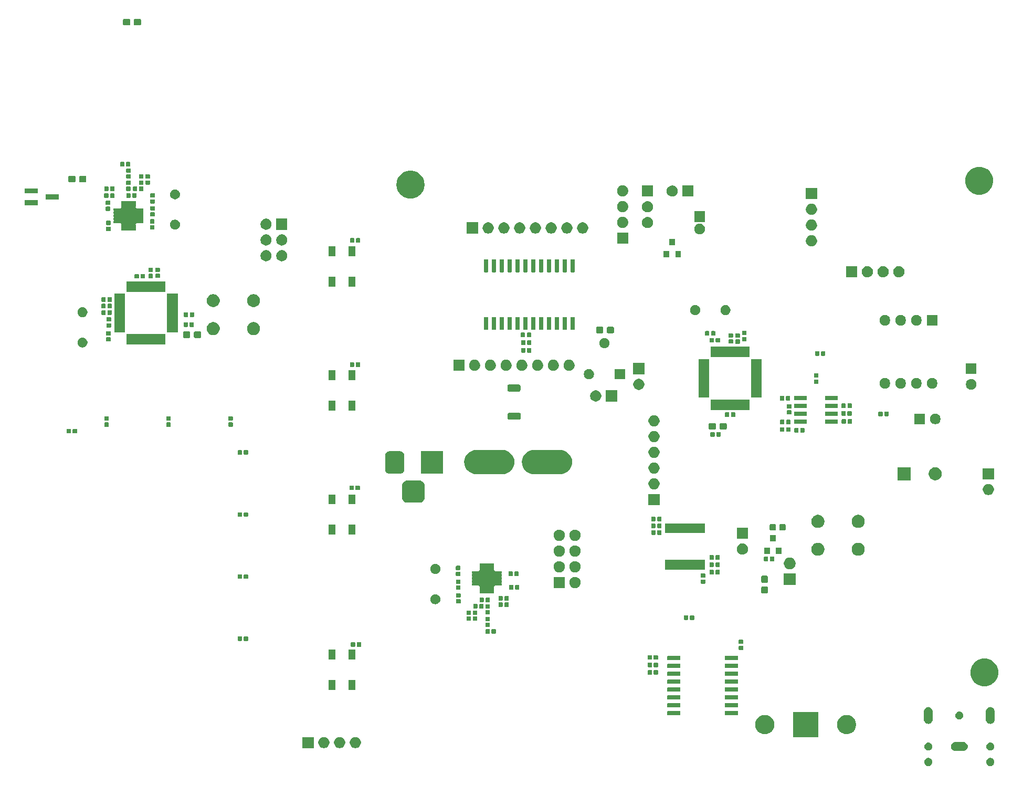
<source format=gbr>
G04 #@! TF.GenerationSoftware,KiCad,Pcbnew,(5.1.6)-1*
G04 #@! TF.CreationDate,2020-12-04T21:51:36-08:00*
G04 #@! TF.ProjectId,ReceiverCircuit,52656365-6976-4657-9243-697263756974,rev?*
G04 #@! TF.SameCoordinates,Original*
G04 #@! TF.FileFunction,Soldermask,Top*
G04 #@! TF.FilePolarity,Negative*
%FSLAX46Y46*%
G04 Gerber Fmt 4.6, Leading zero omitted, Abs format (unit mm)*
G04 Created by KiCad (PCBNEW (5.1.6)-1) date 2020-12-04 21:51:36*
%MOMM*%
%LPD*%
G01*
G04 APERTURE LIST*
%ADD10C,0.100000*%
G04 APERTURE END LIST*
D10*
G36*
X200744490Y-149267677D02*
G01*
X200862964Y-149316751D01*
X200969588Y-149387995D01*
X201060265Y-149478672D01*
X201131509Y-149585296D01*
X201180583Y-149703770D01*
X201205600Y-149829542D01*
X201205600Y-149957778D01*
X201180583Y-150083550D01*
X201131509Y-150202024D01*
X201060265Y-150308648D01*
X200969588Y-150399325D01*
X200862964Y-150470569D01*
X200862963Y-150470570D01*
X200862962Y-150470570D01*
X200744490Y-150519643D01*
X200618719Y-150544660D01*
X200490481Y-150544660D01*
X200364710Y-150519643D01*
X200246238Y-150470570D01*
X200246237Y-150470570D01*
X200246236Y-150470569D01*
X200139612Y-150399325D01*
X200048935Y-150308648D01*
X199977691Y-150202024D01*
X199928617Y-150083550D01*
X199903600Y-149957778D01*
X199903600Y-149829542D01*
X199928617Y-149703770D01*
X199977691Y-149585296D01*
X200048935Y-149478672D01*
X200139612Y-149387995D01*
X200246236Y-149316751D01*
X200364710Y-149267677D01*
X200490481Y-149242660D01*
X200618719Y-149242660D01*
X200744490Y-149267677D01*
G37*
G36*
X190744490Y-149267677D02*
G01*
X190862964Y-149316751D01*
X190969588Y-149387995D01*
X191060265Y-149478672D01*
X191131509Y-149585296D01*
X191180583Y-149703770D01*
X191205600Y-149829542D01*
X191205600Y-149957778D01*
X191180583Y-150083550D01*
X191131509Y-150202024D01*
X191060265Y-150308648D01*
X190969588Y-150399325D01*
X190862964Y-150470569D01*
X190862963Y-150470570D01*
X190862962Y-150470570D01*
X190744490Y-150519643D01*
X190618719Y-150544660D01*
X190490481Y-150544660D01*
X190364710Y-150519643D01*
X190246238Y-150470570D01*
X190246237Y-150470570D01*
X190246236Y-150470569D01*
X190139612Y-150399325D01*
X190048935Y-150308648D01*
X189977691Y-150202024D01*
X189928617Y-150083550D01*
X189903600Y-149957778D01*
X189903600Y-149829542D01*
X189928617Y-149703770D01*
X189977691Y-149585296D01*
X190048935Y-149478672D01*
X190139612Y-149387995D01*
X190246236Y-149316751D01*
X190364710Y-149267677D01*
X190490481Y-149242660D01*
X190618719Y-149242660D01*
X190744490Y-149267677D01*
G37*
G36*
X196346805Y-146698860D02*
G01*
X196479697Y-146739173D01*
X196602171Y-146804637D01*
X196709523Y-146892737D01*
X196797623Y-147000089D01*
X196863087Y-147122563D01*
X196903400Y-147255455D01*
X196917011Y-147393660D01*
X196903400Y-147531865D01*
X196863087Y-147664757D01*
X196797623Y-147787231D01*
X196709523Y-147894583D01*
X196602171Y-147982683D01*
X196479697Y-148048147D01*
X196346805Y-148088460D01*
X196243236Y-148098660D01*
X194865964Y-148098660D01*
X194762395Y-148088460D01*
X194629503Y-148048147D01*
X194507029Y-147982683D01*
X194399677Y-147894583D01*
X194311577Y-147787231D01*
X194246113Y-147664757D01*
X194205800Y-147531865D01*
X194192189Y-147393660D01*
X194205800Y-147255455D01*
X194246113Y-147122563D01*
X194311577Y-147000089D01*
X194399677Y-146892737D01*
X194507029Y-146804637D01*
X194629503Y-146739173D01*
X194762395Y-146698860D01*
X194865964Y-146688660D01*
X196243236Y-146688660D01*
X196346805Y-146698860D01*
G37*
G36*
X190744490Y-146767677D02*
G01*
X190833719Y-146804637D01*
X190862964Y-146816751D01*
X190969588Y-146887995D01*
X191060265Y-146978672D01*
X191131510Y-147085298D01*
X191180583Y-147203770D01*
X191205600Y-147329541D01*
X191205600Y-147457779D01*
X191190864Y-147531864D01*
X191180583Y-147583550D01*
X191131509Y-147702024D01*
X191060265Y-147808648D01*
X190969588Y-147899325D01*
X190862964Y-147970569D01*
X190862963Y-147970570D01*
X190862962Y-147970570D01*
X190744490Y-148019643D01*
X190618719Y-148044660D01*
X190490481Y-148044660D01*
X190364710Y-148019643D01*
X190246238Y-147970570D01*
X190246237Y-147970570D01*
X190246236Y-147970569D01*
X190139612Y-147899325D01*
X190048935Y-147808648D01*
X189977691Y-147702024D01*
X189928617Y-147583550D01*
X189918336Y-147531864D01*
X189903600Y-147457779D01*
X189903600Y-147329541D01*
X189928617Y-147203770D01*
X189977690Y-147085298D01*
X190048935Y-146978672D01*
X190139612Y-146887995D01*
X190246236Y-146816751D01*
X190275482Y-146804637D01*
X190364710Y-146767677D01*
X190490481Y-146742660D01*
X190618719Y-146742660D01*
X190744490Y-146767677D01*
G37*
G36*
X200744490Y-146767677D02*
G01*
X200833719Y-146804637D01*
X200862964Y-146816751D01*
X200969588Y-146887995D01*
X201060265Y-146978672D01*
X201131510Y-147085298D01*
X201180583Y-147203770D01*
X201205600Y-147329541D01*
X201205600Y-147457779D01*
X201190864Y-147531864D01*
X201180583Y-147583550D01*
X201131509Y-147702024D01*
X201060265Y-147808648D01*
X200969588Y-147899325D01*
X200862964Y-147970569D01*
X200862963Y-147970570D01*
X200862962Y-147970570D01*
X200744490Y-148019643D01*
X200618719Y-148044660D01*
X200490481Y-148044660D01*
X200364710Y-148019643D01*
X200246238Y-147970570D01*
X200246237Y-147970570D01*
X200246236Y-147970569D01*
X200139612Y-147899325D01*
X200048935Y-147808648D01*
X199977691Y-147702024D01*
X199928617Y-147583550D01*
X199918336Y-147531864D01*
X199903600Y-147457779D01*
X199903600Y-147329541D01*
X199928617Y-147203770D01*
X199977690Y-147085298D01*
X200048935Y-146978672D01*
X200139612Y-146887995D01*
X200246236Y-146816751D01*
X200275482Y-146804637D01*
X200364710Y-146767677D01*
X200490481Y-146742660D01*
X200618719Y-146742660D01*
X200744490Y-146767677D01*
G37*
G36*
X98246412Y-145877827D02*
G01*
X98395712Y-145907524D01*
X98559684Y-145975444D01*
X98707254Y-146074047D01*
X98832753Y-146199546D01*
X98931356Y-146347116D01*
X98999276Y-146511088D01*
X99033900Y-146685159D01*
X99033900Y-146862641D01*
X98999276Y-147036712D01*
X98931356Y-147200684D01*
X98832753Y-147348254D01*
X98707254Y-147473753D01*
X98559684Y-147572356D01*
X98395712Y-147640276D01*
X98246412Y-147669973D01*
X98221642Y-147674900D01*
X98044158Y-147674900D01*
X98019388Y-147669973D01*
X97870088Y-147640276D01*
X97706116Y-147572356D01*
X97558546Y-147473753D01*
X97433047Y-147348254D01*
X97334444Y-147200684D01*
X97266524Y-147036712D01*
X97231900Y-146862641D01*
X97231900Y-146685159D01*
X97266524Y-146511088D01*
X97334444Y-146347116D01*
X97433047Y-146199546D01*
X97558546Y-146074047D01*
X97706116Y-145975444D01*
X97870088Y-145907524D01*
X98019388Y-145877827D01*
X98044158Y-145872900D01*
X98221642Y-145872900D01*
X98246412Y-145877827D01*
G37*
G36*
X95706412Y-145877827D02*
G01*
X95855712Y-145907524D01*
X96019684Y-145975444D01*
X96167254Y-146074047D01*
X96292753Y-146199546D01*
X96391356Y-146347116D01*
X96459276Y-146511088D01*
X96493900Y-146685159D01*
X96493900Y-146862641D01*
X96459276Y-147036712D01*
X96391356Y-147200684D01*
X96292753Y-147348254D01*
X96167254Y-147473753D01*
X96019684Y-147572356D01*
X95855712Y-147640276D01*
X95706412Y-147669973D01*
X95681642Y-147674900D01*
X95504158Y-147674900D01*
X95479388Y-147669973D01*
X95330088Y-147640276D01*
X95166116Y-147572356D01*
X95018546Y-147473753D01*
X94893047Y-147348254D01*
X94794444Y-147200684D01*
X94726524Y-147036712D01*
X94691900Y-146862641D01*
X94691900Y-146685159D01*
X94726524Y-146511088D01*
X94794444Y-146347116D01*
X94893047Y-146199546D01*
X95018546Y-146074047D01*
X95166116Y-145975444D01*
X95330088Y-145907524D01*
X95479388Y-145877827D01*
X95504158Y-145872900D01*
X95681642Y-145872900D01*
X95706412Y-145877827D01*
G37*
G36*
X91413900Y-147674900D02*
G01*
X89611900Y-147674900D01*
X89611900Y-145872900D01*
X91413900Y-145872900D01*
X91413900Y-147674900D01*
G37*
G36*
X93166412Y-145877827D02*
G01*
X93315712Y-145907524D01*
X93479684Y-145975444D01*
X93627254Y-146074047D01*
X93752753Y-146199546D01*
X93851356Y-146347116D01*
X93919276Y-146511088D01*
X93953900Y-146685159D01*
X93953900Y-146862641D01*
X93919276Y-147036712D01*
X93851356Y-147200684D01*
X93752753Y-147348254D01*
X93627254Y-147473753D01*
X93479684Y-147572356D01*
X93315712Y-147640276D01*
X93166412Y-147669973D01*
X93141642Y-147674900D01*
X92964158Y-147674900D01*
X92939388Y-147669973D01*
X92790088Y-147640276D01*
X92626116Y-147572356D01*
X92478546Y-147473753D01*
X92353047Y-147348254D01*
X92254444Y-147200684D01*
X92186524Y-147036712D01*
X92151900Y-146862641D01*
X92151900Y-146685159D01*
X92186524Y-146511088D01*
X92254444Y-146347116D01*
X92353047Y-146199546D01*
X92478546Y-146074047D01*
X92626116Y-145975444D01*
X92790088Y-145907524D01*
X92939388Y-145877827D01*
X92964158Y-145872900D01*
X93141642Y-145872900D01*
X93166412Y-145877827D01*
G37*
G36*
X172825360Y-145911520D02*
G01*
X168723360Y-145911520D01*
X168723360Y-141809520D01*
X172825360Y-141809520D01*
X172825360Y-145911520D01*
G37*
G36*
X164476945Y-142339322D02*
G01*
X164626770Y-142369124D01*
X164909034Y-142486041D01*
X165163065Y-142655779D01*
X165379101Y-142871815D01*
X165548839Y-143125846D01*
X165665756Y-143408110D01*
X165725360Y-143707760D01*
X165725360Y-144013280D01*
X165665756Y-144312930D01*
X165548839Y-144595194D01*
X165379101Y-144849225D01*
X165163065Y-145065261D01*
X164909034Y-145234999D01*
X164626770Y-145351916D01*
X164476945Y-145381718D01*
X164327121Y-145411520D01*
X164021599Y-145411520D01*
X163871775Y-145381718D01*
X163721950Y-145351916D01*
X163439686Y-145234999D01*
X163185655Y-145065261D01*
X162969619Y-144849225D01*
X162799881Y-144595194D01*
X162682964Y-144312930D01*
X162623360Y-144013280D01*
X162623360Y-143707760D01*
X162682964Y-143408110D01*
X162799881Y-143125846D01*
X162969619Y-142871815D01*
X163185655Y-142655779D01*
X163439686Y-142486041D01*
X163721950Y-142369124D01*
X163871775Y-142339322D01*
X164021599Y-142309520D01*
X164327121Y-142309520D01*
X164476945Y-142339322D01*
G37*
G36*
X177676945Y-142339322D02*
G01*
X177826770Y-142369124D01*
X178109034Y-142486041D01*
X178363065Y-142655779D01*
X178579101Y-142871815D01*
X178748839Y-143125846D01*
X178865756Y-143408110D01*
X178925360Y-143707760D01*
X178925360Y-144013280D01*
X178865756Y-144312930D01*
X178748839Y-144595194D01*
X178579101Y-144849225D01*
X178363065Y-145065261D01*
X178109034Y-145234999D01*
X177826770Y-145351916D01*
X177676945Y-145381718D01*
X177527121Y-145411520D01*
X177221599Y-145411520D01*
X177071775Y-145381718D01*
X176921950Y-145351916D01*
X176639686Y-145234999D01*
X176385655Y-145065261D01*
X176169619Y-144849225D01*
X175999881Y-144595194D01*
X175882964Y-144312930D01*
X175823360Y-144013280D01*
X175823360Y-143707760D01*
X175882964Y-143408110D01*
X175999881Y-143125846D01*
X176169619Y-142871815D01*
X176385655Y-142655779D01*
X176639686Y-142486041D01*
X176921950Y-142369124D01*
X177071775Y-142339322D01*
X177221599Y-142309520D01*
X177527121Y-142309520D01*
X177676945Y-142339322D01*
G37*
G36*
X190692804Y-141044860D02*
G01*
X190825696Y-141085173D01*
X190948170Y-141150637D01*
X191055523Y-141238738D01*
X191143623Y-141346089D01*
X191209087Y-141468563D01*
X191249400Y-141601455D01*
X191259600Y-141705024D01*
X191259600Y-143082296D01*
X191249400Y-143185865D01*
X191209087Y-143318757D01*
X191143623Y-143441231D01*
X191055523Y-143548583D01*
X190948171Y-143636683D01*
X190825697Y-143702147D01*
X190692805Y-143742460D01*
X190554600Y-143756071D01*
X190416396Y-143742460D01*
X190283504Y-143702147D01*
X190161030Y-143636683D01*
X190053678Y-143548583D01*
X189965578Y-143441231D01*
X189900114Y-143318757D01*
X189859801Y-143185865D01*
X189849601Y-143082296D01*
X189849600Y-141705025D01*
X189859800Y-141601456D01*
X189900113Y-141468564D01*
X189965577Y-141346090D01*
X190053678Y-141238737D01*
X190161029Y-141150637D01*
X190283503Y-141085173D01*
X190416395Y-141044860D01*
X190554600Y-141031249D01*
X190692804Y-141044860D01*
G37*
G36*
X200692804Y-141044860D02*
G01*
X200825696Y-141085173D01*
X200948170Y-141150637D01*
X201055523Y-141238738D01*
X201143623Y-141346089D01*
X201209087Y-141468563D01*
X201249400Y-141601455D01*
X201259600Y-141705024D01*
X201259600Y-143082296D01*
X201249400Y-143185865D01*
X201209087Y-143318757D01*
X201143623Y-143441231D01*
X201055523Y-143548583D01*
X200948171Y-143636683D01*
X200825697Y-143702147D01*
X200692805Y-143742460D01*
X200554600Y-143756071D01*
X200416396Y-143742460D01*
X200283504Y-143702147D01*
X200161030Y-143636683D01*
X200053678Y-143548583D01*
X199965578Y-143441231D01*
X199900114Y-143318757D01*
X199859801Y-143185865D01*
X199849601Y-143082296D01*
X199849600Y-141705025D01*
X199859800Y-141601456D01*
X199900113Y-141468564D01*
X199965577Y-141346090D01*
X200053678Y-141238737D01*
X200161029Y-141150637D01*
X200283503Y-141085173D01*
X200416395Y-141044860D01*
X200554600Y-141031249D01*
X200692804Y-141044860D01*
G37*
G36*
X195699444Y-141758717D02*
G01*
X195744490Y-141767677D01*
X195862964Y-141816751D01*
X195922033Y-141856220D01*
X195969588Y-141887995D01*
X196060265Y-141978672D01*
X196131510Y-142085298D01*
X196180583Y-142203770D01*
X196205600Y-142329541D01*
X196205600Y-142457779D01*
X196180583Y-142583550D01*
X196150665Y-142655779D01*
X196131509Y-142702024D01*
X196060265Y-142808648D01*
X195969588Y-142899325D01*
X195862964Y-142970569D01*
X195862963Y-142970570D01*
X195862962Y-142970570D01*
X195744490Y-143019643D01*
X195618719Y-143044660D01*
X195490481Y-143044660D01*
X195364710Y-143019643D01*
X195246238Y-142970570D01*
X195246237Y-142970570D01*
X195246236Y-142970569D01*
X195139612Y-142899325D01*
X195048935Y-142808648D01*
X194977691Y-142702024D01*
X194958536Y-142655779D01*
X194928617Y-142583550D01*
X194903600Y-142457779D01*
X194903600Y-142329541D01*
X194928617Y-142203770D01*
X194977690Y-142085298D01*
X195048935Y-141978672D01*
X195139612Y-141887995D01*
X195187167Y-141856220D01*
X195246236Y-141816751D01*
X195364710Y-141767677D01*
X195409756Y-141758717D01*
X195490481Y-141742660D01*
X195618719Y-141742660D01*
X195699444Y-141758717D01*
G37*
G36*
X150487528Y-141683484D02*
G01*
X150508609Y-141689880D01*
X150528045Y-141700268D01*
X150545076Y-141714244D01*
X150559052Y-141731275D01*
X150569440Y-141750711D01*
X150575836Y-141771792D01*
X150578600Y-141799860D01*
X150578600Y-142263580D01*
X150575836Y-142291648D01*
X150569440Y-142312729D01*
X150559052Y-142332165D01*
X150545076Y-142349196D01*
X150528045Y-142363172D01*
X150508609Y-142373560D01*
X150487528Y-142379956D01*
X150459460Y-142382720D01*
X148545740Y-142382720D01*
X148517672Y-142379956D01*
X148496591Y-142373560D01*
X148477155Y-142363172D01*
X148460124Y-142349196D01*
X148446148Y-142332165D01*
X148435760Y-142312729D01*
X148429364Y-142291648D01*
X148426600Y-142263580D01*
X148426600Y-141799860D01*
X148429364Y-141771792D01*
X148435760Y-141750711D01*
X148446148Y-141731275D01*
X148460124Y-141714244D01*
X148477155Y-141700268D01*
X148496591Y-141689880D01*
X148517672Y-141683484D01*
X148545740Y-141680720D01*
X150459460Y-141680720D01*
X150487528Y-141683484D01*
G37*
G36*
X159787528Y-141683484D02*
G01*
X159808609Y-141689880D01*
X159828045Y-141700268D01*
X159845076Y-141714244D01*
X159859052Y-141731275D01*
X159869440Y-141750711D01*
X159875836Y-141771792D01*
X159878600Y-141799860D01*
X159878600Y-142263580D01*
X159875836Y-142291648D01*
X159869440Y-142312729D01*
X159859052Y-142332165D01*
X159845076Y-142349196D01*
X159828045Y-142363172D01*
X159808609Y-142373560D01*
X159787528Y-142379956D01*
X159759460Y-142382720D01*
X157845740Y-142382720D01*
X157817672Y-142379956D01*
X157796591Y-142373560D01*
X157777155Y-142363172D01*
X157760124Y-142349196D01*
X157746148Y-142332165D01*
X157735760Y-142312729D01*
X157729364Y-142291648D01*
X157726600Y-142263580D01*
X157726600Y-141799860D01*
X157729364Y-141771792D01*
X157735760Y-141750711D01*
X157746148Y-141731275D01*
X157760124Y-141714244D01*
X157777155Y-141700268D01*
X157796591Y-141689880D01*
X157817672Y-141683484D01*
X157845740Y-141680720D01*
X159759460Y-141680720D01*
X159787528Y-141683484D01*
G37*
G36*
X159787528Y-140413484D02*
G01*
X159808609Y-140419880D01*
X159828045Y-140430268D01*
X159845076Y-140444244D01*
X159859052Y-140461275D01*
X159869440Y-140480711D01*
X159875836Y-140501792D01*
X159878600Y-140529860D01*
X159878600Y-140993580D01*
X159875836Y-141021648D01*
X159869440Y-141042729D01*
X159859052Y-141062165D01*
X159845076Y-141079196D01*
X159828045Y-141093172D01*
X159808609Y-141103560D01*
X159787528Y-141109956D01*
X159759460Y-141112720D01*
X157845740Y-141112720D01*
X157817672Y-141109956D01*
X157796591Y-141103560D01*
X157777155Y-141093172D01*
X157760124Y-141079196D01*
X157746148Y-141062165D01*
X157735760Y-141042729D01*
X157729364Y-141021648D01*
X157726600Y-140993580D01*
X157726600Y-140529860D01*
X157729364Y-140501792D01*
X157735760Y-140480711D01*
X157746148Y-140461275D01*
X157760124Y-140444244D01*
X157777155Y-140430268D01*
X157796591Y-140419880D01*
X157817672Y-140413484D01*
X157845740Y-140410720D01*
X159759460Y-140410720D01*
X159787528Y-140413484D01*
G37*
G36*
X150487528Y-140413484D02*
G01*
X150508609Y-140419880D01*
X150528045Y-140430268D01*
X150545076Y-140444244D01*
X150559052Y-140461275D01*
X150569440Y-140480711D01*
X150575836Y-140501792D01*
X150578600Y-140529860D01*
X150578600Y-140993580D01*
X150575836Y-141021648D01*
X150569440Y-141042729D01*
X150559052Y-141062165D01*
X150545076Y-141079196D01*
X150528045Y-141093172D01*
X150508609Y-141103560D01*
X150487528Y-141109956D01*
X150459460Y-141112720D01*
X148545740Y-141112720D01*
X148517672Y-141109956D01*
X148496591Y-141103560D01*
X148477155Y-141093172D01*
X148460124Y-141079196D01*
X148446148Y-141062165D01*
X148435760Y-141042729D01*
X148429364Y-141021648D01*
X148426600Y-140993580D01*
X148426600Y-140529860D01*
X148429364Y-140501792D01*
X148435760Y-140480711D01*
X148446148Y-140461275D01*
X148460124Y-140444244D01*
X148477155Y-140430268D01*
X148496591Y-140419880D01*
X148517672Y-140413484D01*
X148545740Y-140410720D01*
X150459460Y-140410720D01*
X150487528Y-140413484D01*
G37*
G36*
X150487528Y-139143484D02*
G01*
X150508609Y-139149880D01*
X150528045Y-139160268D01*
X150545076Y-139174244D01*
X150559052Y-139191275D01*
X150569440Y-139210711D01*
X150575836Y-139231792D01*
X150578600Y-139259860D01*
X150578600Y-139723580D01*
X150575836Y-139751648D01*
X150569440Y-139772729D01*
X150559052Y-139792165D01*
X150545076Y-139809196D01*
X150528045Y-139823172D01*
X150508609Y-139833560D01*
X150487528Y-139839956D01*
X150459460Y-139842720D01*
X148545740Y-139842720D01*
X148517672Y-139839956D01*
X148496591Y-139833560D01*
X148477155Y-139823172D01*
X148460124Y-139809196D01*
X148446148Y-139792165D01*
X148435760Y-139772729D01*
X148429364Y-139751648D01*
X148426600Y-139723580D01*
X148426600Y-139259860D01*
X148429364Y-139231792D01*
X148435760Y-139210711D01*
X148446148Y-139191275D01*
X148460124Y-139174244D01*
X148477155Y-139160268D01*
X148496591Y-139149880D01*
X148517672Y-139143484D01*
X148545740Y-139140720D01*
X150459460Y-139140720D01*
X150487528Y-139143484D01*
G37*
G36*
X159787528Y-139143484D02*
G01*
X159808609Y-139149880D01*
X159828045Y-139160268D01*
X159845076Y-139174244D01*
X159859052Y-139191275D01*
X159869440Y-139210711D01*
X159875836Y-139231792D01*
X159878600Y-139259860D01*
X159878600Y-139723580D01*
X159875836Y-139751648D01*
X159869440Y-139772729D01*
X159859052Y-139792165D01*
X159845076Y-139809196D01*
X159828045Y-139823172D01*
X159808609Y-139833560D01*
X159787528Y-139839956D01*
X159759460Y-139842720D01*
X157845740Y-139842720D01*
X157817672Y-139839956D01*
X157796591Y-139833560D01*
X157777155Y-139823172D01*
X157760124Y-139809196D01*
X157746148Y-139792165D01*
X157735760Y-139772729D01*
X157729364Y-139751648D01*
X157726600Y-139723580D01*
X157726600Y-139259860D01*
X157729364Y-139231792D01*
X157735760Y-139210711D01*
X157746148Y-139191275D01*
X157760124Y-139174244D01*
X157777155Y-139160268D01*
X157796591Y-139149880D01*
X157817672Y-139143484D01*
X157845740Y-139140720D01*
X159759460Y-139140720D01*
X159787528Y-139143484D01*
G37*
G36*
X159787528Y-137873484D02*
G01*
X159808609Y-137879880D01*
X159828045Y-137890268D01*
X159845076Y-137904244D01*
X159859052Y-137921275D01*
X159869440Y-137940711D01*
X159875836Y-137961792D01*
X159878600Y-137989860D01*
X159878600Y-138453580D01*
X159875836Y-138481648D01*
X159869440Y-138502729D01*
X159859052Y-138522165D01*
X159845076Y-138539196D01*
X159828045Y-138553172D01*
X159808609Y-138563560D01*
X159787528Y-138569956D01*
X159759460Y-138572720D01*
X157845740Y-138572720D01*
X157817672Y-138569956D01*
X157796591Y-138563560D01*
X157777155Y-138553172D01*
X157760124Y-138539196D01*
X157746148Y-138522165D01*
X157735760Y-138502729D01*
X157729364Y-138481648D01*
X157726600Y-138453580D01*
X157726600Y-137989860D01*
X157729364Y-137961792D01*
X157735760Y-137940711D01*
X157746148Y-137921275D01*
X157760124Y-137904244D01*
X157777155Y-137890268D01*
X157796591Y-137879880D01*
X157817672Y-137873484D01*
X157845740Y-137870720D01*
X159759460Y-137870720D01*
X159787528Y-137873484D01*
G37*
G36*
X150487528Y-137873484D02*
G01*
X150508609Y-137879880D01*
X150528045Y-137890268D01*
X150545076Y-137904244D01*
X150559052Y-137921275D01*
X150569440Y-137940711D01*
X150575836Y-137961792D01*
X150578600Y-137989860D01*
X150578600Y-138453580D01*
X150575836Y-138481648D01*
X150569440Y-138502729D01*
X150559052Y-138522165D01*
X150545076Y-138539196D01*
X150528045Y-138553172D01*
X150508609Y-138563560D01*
X150487528Y-138569956D01*
X150459460Y-138572720D01*
X148545740Y-138572720D01*
X148517672Y-138569956D01*
X148496591Y-138563560D01*
X148477155Y-138553172D01*
X148460124Y-138539196D01*
X148446148Y-138522165D01*
X148435760Y-138502729D01*
X148429364Y-138481648D01*
X148426600Y-138453580D01*
X148426600Y-137989860D01*
X148429364Y-137961792D01*
X148435760Y-137940711D01*
X148446148Y-137921275D01*
X148460124Y-137904244D01*
X148477155Y-137890268D01*
X148496591Y-137879880D01*
X148517672Y-137873484D01*
X148545740Y-137870720D01*
X150459460Y-137870720D01*
X150487528Y-137873484D01*
G37*
G36*
X98151000Y-138251000D02*
G01*
X97049000Y-138251000D01*
X97049000Y-136649000D01*
X98151000Y-136649000D01*
X98151000Y-138251000D01*
G37*
G36*
X94951000Y-138251000D02*
G01*
X93849000Y-138251000D01*
X93849000Y-136649000D01*
X94951000Y-136649000D01*
X94951000Y-138251000D01*
G37*
G36*
X199876700Y-133235756D02*
G01*
X200257413Y-133311484D01*
X200667069Y-133481169D01*
X201035749Y-133727514D01*
X201349286Y-134041051D01*
X201595631Y-134409731D01*
X201765316Y-134819387D01*
X201824099Y-135114912D01*
X201851820Y-135254275D01*
X201851820Y-135697685D01*
X201844386Y-135735058D01*
X201765316Y-136132573D01*
X201595631Y-136542229D01*
X201349286Y-136910909D01*
X201035749Y-137224446D01*
X200667069Y-137470791D01*
X200257413Y-137640476D01*
X199876700Y-137716204D01*
X199822525Y-137726980D01*
X199379115Y-137726980D01*
X199324940Y-137716204D01*
X198944227Y-137640476D01*
X198534571Y-137470791D01*
X198165891Y-137224446D01*
X197852354Y-136910909D01*
X197606009Y-136542229D01*
X197436324Y-136132573D01*
X197357254Y-135735058D01*
X197349820Y-135697685D01*
X197349820Y-135254275D01*
X197377541Y-135114912D01*
X197436324Y-134819387D01*
X197606009Y-134409731D01*
X197852354Y-134041051D01*
X198165891Y-133727514D01*
X198534571Y-133481169D01*
X198944227Y-133311484D01*
X199324940Y-133235756D01*
X199379115Y-133224980D01*
X199822525Y-133224980D01*
X199876700Y-133235756D01*
G37*
G36*
X150487528Y-136603484D02*
G01*
X150508609Y-136609880D01*
X150528045Y-136620268D01*
X150545076Y-136634244D01*
X150559052Y-136651275D01*
X150569440Y-136670711D01*
X150575836Y-136691792D01*
X150578600Y-136719860D01*
X150578600Y-137183580D01*
X150575836Y-137211648D01*
X150569440Y-137232729D01*
X150559052Y-137252165D01*
X150545076Y-137269196D01*
X150528045Y-137283172D01*
X150508609Y-137293560D01*
X150487528Y-137299956D01*
X150459460Y-137302720D01*
X148545740Y-137302720D01*
X148517672Y-137299956D01*
X148496591Y-137293560D01*
X148477155Y-137283172D01*
X148460124Y-137269196D01*
X148446148Y-137252165D01*
X148435760Y-137232729D01*
X148429364Y-137211648D01*
X148426600Y-137183580D01*
X148426600Y-136719860D01*
X148429364Y-136691792D01*
X148435760Y-136670711D01*
X148446148Y-136651275D01*
X148460124Y-136634244D01*
X148477155Y-136620268D01*
X148496591Y-136609880D01*
X148517672Y-136603484D01*
X148545740Y-136600720D01*
X150459460Y-136600720D01*
X150487528Y-136603484D01*
G37*
G36*
X159787528Y-136603484D02*
G01*
X159808609Y-136609880D01*
X159828045Y-136620268D01*
X159845076Y-136634244D01*
X159859052Y-136651275D01*
X159869440Y-136670711D01*
X159875836Y-136691792D01*
X159878600Y-136719860D01*
X159878600Y-137183580D01*
X159875836Y-137211648D01*
X159869440Y-137232729D01*
X159859052Y-137252165D01*
X159845076Y-137269196D01*
X159828045Y-137283172D01*
X159808609Y-137293560D01*
X159787528Y-137299956D01*
X159759460Y-137302720D01*
X157845740Y-137302720D01*
X157817672Y-137299956D01*
X157796591Y-137293560D01*
X157777155Y-137283172D01*
X157760124Y-137269196D01*
X157746148Y-137252165D01*
X157735760Y-137232729D01*
X157729364Y-137211648D01*
X157726600Y-137183580D01*
X157726600Y-136719860D01*
X157729364Y-136691792D01*
X157735760Y-136670711D01*
X157746148Y-136651275D01*
X157760124Y-136634244D01*
X157777155Y-136620268D01*
X157796591Y-136609880D01*
X157817672Y-136603484D01*
X157845740Y-136600720D01*
X159759460Y-136600720D01*
X159787528Y-136603484D01*
G37*
G36*
X150487528Y-135333484D02*
G01*
X150508609Y-135339880D01*
X150528045Y-135350268D01*
X150545076Y-135364244D01*
X150559052Y-135381275D01*
X150569440Y-135400711D01*
X150575836Y-135421792D01*
X150578600Y-135449860D01*
X150578600Y-135913580D01*
X150575836Y-135941648D01*
X150569440Y-135962729D01*
X150559052Y-135982165D01*
X150545076Y-135999196D01*
X150528045Y-136013172D01*
X150508609Y-136023560D01*
X150487528Y-136029956D01*
X150459460Y-136032720D01*
X148545740Y-136032720D01*
X148517672Y-136029956D01*
X148496591Y-136023560D01*
X148477155Y-136013172D01*
X148460124Y-135999196D01*
X148446148Y-135982165D01*
X148435760Y-135962729D01*
X148429364Y-135941648D01*
X148426600Y-135913580D01*
X148426600Y-135449860D01*
X148429364Y-135421792D01*
X148435760Y-135400711D01*
X148446148Y-135381275D01*
X148460124Y-135364244D01*
X148477155Y-135350268D01*
X148496591Y-135339880D01*
X148517672Y-135333484D01*
X148545740Y-135330720D01*
X150459460Y-135330720D01*
X150487528Y-135333484D01*
G37*
G36*
X159787528Y-135333484D02*
G01*
X159808609Y-135339880D01*
X159828045Y-135350268D01*
X159845076Y-135364244D01*
X159859052Y-135381275D01*
X159869440Y-135400711D01*
X159875836Y-135421792D01*
X159878600Y-135449860D01*
X159878600Y-135913580D01*
X159875836Y-135941648D01*
X159869440Y-135962729D01*
X159859052Y-135982165D01*
X159845076Y-135999196D01*
X159828045Y-136013172D01*
X159808609Y-136023560D01*
X159787528Y-136029956D01*
X159759460Y-136032720D01*
X157845740Y-136032720D01*
X157817672Y-136029956D01*
X157796591Y-136023560D01*
X157777155Y-136013172D01*
X157760124Y-135999196D01*
X157746148Y-135982165D01*
X157735760Y-135962729D01*
X157729364Y-135941648D01*
X157726600Y-135913580D01*
X157726600Y-135449860D01*
X157729364Y-135421792D01*
X157735760Y-135400711D01*
X157746148Y-135381275D01*
X157760124Y-135364244D01*
X157777155Y-135350268D01*
X157796591Y-135339880D01*
X157817672Y-135333484D01*
X157845740Y-135330720D01*
X159759460Y-135330720D01*
X159787528Y-135333484D01*
G37*
G36*
X145893058Y-135084836D02*
G01*
X145913677Y-135091091D01*
X145932673Y-135101244D01*
X145949328Y-135114912D01*
X145962996Y-135131567D01*
X145973149Y-135150563D01*
X145979404Y-135171182D01*
X145982120Y-135198760D01*
X145982120Y-135707480D01*
X145979404Y-135735058D01*
X145973149Y-135755677D01*
X145962996Y-135774673D01*
X145949328Y-135791328D01*
X145932673Y-135804996D01*
X145913677Y-135815149D01*
X145893058Y-135821404D01*
X145865480Y-135824120D01*
X145406760Y-135824120D01*
X145379182Y-135821404D01*
X145358563Y-135815149D01*
X145339567Y-135804996D01*
X145322912Y-135791328D01*
X145309244Y-135774673D01*
X145299091Y-135755677D01*
X145292836Y-135735058D01*
X145290120Y-135707480D01*
X145290120Y-135198760D01*
X145292836Y-135171182D01*
X145299091Y-135150563D01*
X145309244Y-135131567D01*
X145322912Y-135114912D01*
X145339567Y-135101244D01*
X145358563Y-135091091D01*
X145379182Y-135084836D01*
X145406760Y-135082120D01*
X145865480Y-135082120D01*
X145893058Y-135084836D01*
G37*
G36*
X146863058Y-135084836D02*
G01*
X146883677Y-135091091D01*
X146902673Y-135101244D01*
X146919328Y-135114912D01*
X146932996Y-135131567D01*
X146943149Y-135150563D01*
X146949404Y-135171182D01*
X146952120Y-135198760D01*
X146952120Y-135707480D01*
X146949404Y-135735058D01*
X146943149Y-135755677D01*
X146932996Y-135774673D01*
X146919328Y-135791328D01*
X146902673Y-135804996D01*
X146883677Y-135815149D01*
X146863058Y-135821404D01*
X146835480Y-135824120D01*
X146376760Y-135824120D01*
X146349182Y-135821404D01*
X146328563Y-135815149D01*
X146309567Y-135804996D01*
X146292912Y-135791328D01*
X146279244Y-135774673D01*
X146269091Y-135755677D01*
X146262836Y-135735058D01*
X146260120Y-135707480D01*
X146260120Y-135198760D01*
X146262836Y-135171182D01*
X146269091Y-135150563D01*
X146279244Y-135131567D01*
X146292912Y-135114912D01*
X146309567Y-135101244D01*
X146328563Y-135091091D01*
X146349182Y-135084836D01*
X146376760Y-135082120D01*
X146835480Y-135082120D01*
X146863058Y-135084836D01*
G37*
G36*
X159787528Y-134063484D02*
G01*
X159808609Y-134069880D01*
X159828045Y-134080268D01*
X159845076Y-134094244D01*
X159859052Y-134111275D01*
X159869440Y-134130711D01*
X159875836Y-134151792D01*
X159878600Y-134179860D01*
X159878600Y-134643580D01*
X159875836Y-134671648D01*
X159869440Y-134692729D01*
X159859052Y-134712165D01*
X159845076Y-134729196D01*
X159828045Y-134743172D01*
X159808609Y-134753560D01*
X159787528Y-134759956D01*
X159759460Y-134762720D01*
X157845740Y-134762720D01*
X157817672Y-134759956D01*
X157796591Y-134753560D01*
X157777155Y-134743172D01*
X157760124Y-134729196D01*
X157746148Y-134712165D01*
X157735760Y-134692729D01*
X157729364Y-134671648D01*
X157726600Y-134643580D01*
X157726600Y-134179860D01*
X157729364Y-134151792D01*
X157735760Y-134130711D01*
X157746148Y-134111275D01*
X157760124Y-134094244D01*
X157777155Y-134080268D01*
X157796591Y-134069880D01*
X157817672Y-134063484D01*
X157845740Y-134060720D01*
X159759460Y-134060720D01*
X159787528Y-134063484D01*
G37*
G36*
X150487528Y-134063484D02*
G01*
X150508609Y-134069880D01*
X150528045Y-134080268D01*
X150545076Y-134094244D01*
X150559052Y-134111275D01*
X150569440Y-134130711D01*
X150575836Y-134151792D01*
X150578600Y-134179860D01*
X150578600Y-134643580D01*
X150575836Y-134671648D01*
X150569440Y-134692729D01*
X150559052Y-134712165D01*
X150545076Y-134729196D01*
X150528045Y-134743172D01*
X150508609Y-134753560D01*
X150487528Y-134759956D01*
X150459460Y-134762720D01*
X148545740Y-134762720D01*
X148517672Y-134759956D01*
X148496591Y-134753560D01*
X148477155Y-134743172D01*
X148460124Y-134729196D01*
X148446148Y-134712165D01*
X148435760Y-134692729D01*
X148429364Y-134671648D01*
X148426600Y-134643580D01*
X148426600Y-134179860D01*
X148429364Y-134151792D01*
X148435760Y-134130711D01*
X148446148Y-134111275D01*
X148460124Y-134094244D01*
X148477155Y-134080268D01*
X148496591Y-134069880D01*
X148517672Y-134063484D01*
X148545740Y-134060720D01*
X150459460Y-134060720D01*
X150487528Y-134063484D01*
G37*
G36*
X145893058Y-133878336D02*
G01*
X145913677Y-133884591D01*
X145932673Y-133894744D01*
X145949328Y-133908412D01*
X145962996Y-133925067D01*
X145973149Y-133944063D01*
X145979404Y-133964682D01*
X145982120Y-133992260D01*
X145982120Y-134500980D01*
X145979404Y-134528558D01*
X145973149Y-134549177D01*
X145962996Y-134568173D01*
X145949328Y-134584828D01*
X145932673Y-134598496D01*
X145913677Y-134608649D01*
X145893058Y-134614904D01*
X145865480Y-134617620D01*
X145406760Y-134617620D01*
X145379182Y-134614904D01*
X145358563Y-134608649D01*
X145339567Y-134598496D01*
X145322912Y-134584828D01*
X145309244Y-134568173D01*
X145299091Y-134549177D01*
X145292836Y-134528558D01*
X145290120Y-134500980D01*
X145290120Y-133992260D01*
X145292836Y-133964682D01*
X145299091Y-133944063D01*
X145309244Y-133925067D01*
X145322912Y-133908412D01*
X145339567Y-133894744D01*
X145358563Y-133884591D01*
X145379182Y-133878336D01*
X145406760Y-133875620D01*
X145865480Y-133875620D01*
X145893058Y-133878336D01*
G37*
G36*
X146863058Y-133878336D02*
G01*
X146883677Y-133884591D01*
X146902673Y-133894744D01*
X146919328Y-133908412D01*
X146932996Y-133925067D01*
X146943149Y-133944063D01*
X146949404Y-133964682D01*
X146952120Y-133992260D01*
X146952120Y-134500980D01*
X146949404Y-134528558D01*
X146943149Y-134549177D01*
X146932996Y-134568173D01*
X146919328Y-134584828D01*
X146902673Y-134598496D01*
X146883677Y-134608649D01*
X146863058Y-134614904D01*
X146835480Y-134617620D01*
X146376760Y-134617620D01*
X146349182Y-134614904D01*
X146328563Y-134608649D01*
X146309567Y-134598496D01*
X146292912Y-134584828D01*
X146279244Y-134568173D01*
X146269091Y-134549177D01*
X146262836Y-134528558D01*
X146260120Y-134500980D01*
X146260120Y-133992260D01*
X146262836Y-133964682D01*
X146269091Y-133944063D01*
X146279244Y-133925067D01*
X146292912Y-133908412D01*
X146309567Y-133894744D01*
X146328563Y-133884591D01*
X146349182Y-133878336D01*
X146376760Y-133875620D01*
X146835480Y-133875620D01*
X146863058Y-133878336D01*
G37*
G36*
X150487528Y-132793484D02*
G01*
X150508609Y-132799880D01*
X150528045Y-132810268D01*
X150545076Y-132824244D01*
X150559052Y-132841275D01*
X150569440Y-132860711D01*
X150575836Y-132881792D01*
X150578600Y-132909860D01*
X150578600Y-133373580D01*
X150575836Y-133401648D01*
X150569440Y-133422729D01*
X150559052Y-133442165D01*
X150545076Y-133459196D01*
X150528045Y-133473172D01*
X150508609Y-133483560D01*
X150487528Y-133489956D01*
X150459460Y-133492720D01*
X148545740Y-133492720D01*
X148517672Y-133489956D01*
X148496591Y-133483560D01*
X148477155Y-133473172D01*
X148460124Y-133459196D01*
X148446148Y-133442165D01*
X148435760Y-133422729D01*
X148429364Y-133401648D01*
X148426600Y-133373580D01*
X148426600Y-132909860D01*
X148429364Y-132881792D01*
X148435760Y-132860711D01*
X148446148Y-132841275D01*
X148460124Y-132824244D01*
X148477155Y-132810268D01*
X148496591Y-132799880D01*
X148517672Y-132793484D01*
X148545740Y-132790720D01*
X150459460Y-132790720D01*
X150487528Y-132793484D01*
G37*
G36*
X159787528Y-132793484D02*
G01*
X159808609Y-132799880D01*
X159828045Y-132810268D01*
X159845076Y-132824244D01*
X159859052Y-132841275D01*
X159869440Y-132860711D01*
X159875836Y-132881792D01*
X159878600Y-132909860D01*
X159878600Y-133373580D01*
X159875836Y-133401648D01*
X159869440Y-133422729D01*
X159859052Y-133442165D01*
X159845076Y-133459196D01*
X159828045Y-133473172D01*
X159808609Y-133483560D01*
X159787528Y-133489956D01*
X159759460Y-133492720D01*
X157845740Y-133492720D01*
X157817672Y-133489956D01*
X157796591Y-133483560D01*
X157777155Y-133473172D01*
X157760124Y-133459196D01*
X157746148Y-133442165D01*
X157735760Y-133422729D01*
X157729364Y-133401648D01*
X157726600Y-133373580D01*
X157726600Y-132909860D01*
X157729364Y-132881792D01*
X157735760Y-132860711D01*
X157746148Y-132841275D01*
X157760124Y-132824244D01*
X157777155Y-132810268D01*
X157796591Y-132799880D01*
X157817672Y-132793484D01*
X157845740Y-132790720D01*
X159759460Y-132790720D01*
X159787528Y-132793484D01*
G37*
G36*
X145893058Y-132671836D02*
G01*
X145913677Y-132678091D01*
X145932673Y-132688244D01*
X145949328Y-132701912D01*
X145962996Y-132718567D01*
X145973149Y-132737563D01*
X145979404Y-132758182D01*
X145982120Y-132785760D01*
X145982120Y-133294480D01*
X145979404Y-133322058D01*
X145973149Y-133342677D01*
X145962996Y-133361673D01*
X145949328Y-133378328D01*
X145932673Y-133391996D01*
X145913677Y-133402149D01*
X145893058Y-133408404D01*
X145865480Y-133411120D01*
X145406760Y-133411120D01*
X145379182Y-133408404D01*
X145358563Y-133402149D01*
X145339567Y-133391996D01*
X145322912Y-133378328D01*
X145309244Y-133361673D01*
X145299091Y-133342677D01*
X145292836Y-133322058D01*
X145290120Y-133294480D01*
X145290120Y-132785760D01*
X145292836Y-132758182D01*
X145299091Y-132737563D01*
X145309244Y-132718567D01*
X145322912Y-132701912D01*
X145339567Y-132688244D01*
X145358563Y-132678091D01*
X145379182Y-132671836D01*
X145406760Y-132669120D01*
X145865480Y-132669120D01*
X145893058Y-132671836D01*
G37*
G36*
X146863058Y-132671836D02*
G01*
X146883677Y-132678091D01*
X146902673Y-132688244D01*
X146919328Y-132701912D01*
X146932996Y-132718567D01*
X146943149Y-132737563D01*
X146949404Y-132758182D01*
X146952120Y-132785760D01*
X146952120Y-133294480D01*
X146949404Y-133322058D01*
X146943149Y-133342677D01*
X146932996Y-133361673D01*
X146919328Y-133378328D01*
X146902673Y-133391996D01*
X146883677Y-133402149D01*
X146863058Y-133408404D01*
X146835480Y-133411120D01*
X146376760Y-133411120D01*
X146349182Y-133408404D01*
X146328563Y-133402149D01*
X146309567Y-133391996D01*
X146292912Y-133378328D01*
X146279244Y-133361673D01*
X146269091Y-133342677D01*
X146262836Y-133322058D01*
X146260120Y-133294480D01*
X146260120Y-132785760D01*
X146262836Y-132758182D01*
X146269091Y-132737563D01*
X146279244Y-132718567D01*
X146292912Y-132701912D01*
X146309567Y-132688244D01*
X146328563Y-132678091D01*
X146349182Y-132671836D01*
X146376760Y-132669120D01*
X146835480Y-132669120D01*
X146863058Y-132671836D01*
G37*
G36*
X98151000Y-133351000D02*
G01*
X97049000Y-133351000D01*
X97049000Y-131749000D01*
X98151000Y-131749000D01*
X98151000Y-133351000D01*
G37*
G36*
X94951000Y-133351000D02*
G01*
X93849000Y-133351000D01*
X93849000Y-131749000D01*
X94951000Y-131749000D01*
X94951000Y-133351000D01*
G37*
G36*
X160632138Y-131157316D02*
G01*
X160652757Y-131163571D01*
X160671753Y-131173724D01*
X160688408Y-131187392D01*
X160702076Y-131204047D01*
X160712229Y-131223043D01*
X160718484Y-131243662D01*
X160721200Y-131271240D01*
X160721200Y-131729960D01*
X160718484Y-131757538D01*
X160712229Y-131778157D01*
X160702076Y-131797153D01*
X160688408Y-131813808D01*
X160671753Y-131827476D01*
X160652757Y-131837629D01*
X160632138Y-131843884D01*
X160604560Y-131846600D01*
X160095840Y-131846600D01*
X160068262Y-131843884D01*
X160047643Y-131837629D01*
X160028647Y-131827476D01*
X160011992Y-131813808D01*
X159998324Y-131797153D01*
X159988171Y-131778157D01*
X159981916Y-131757538D01*
X159979200Y-131729960D01*
X159979200Y-131271240D01*
X159981916Y-131243662D01*
X159988171Y-131223043D01*
X159998324Y-131204047D01*
X160011992Y-131187392D01*
X160028647Y-131173724D01*
X160047643Y-131163571D01*
X160068262Y-131157316D01*
X160095840Y-131154600D01*
X160604560Y-131154600D01*
X160632138Y-131157316D01*
G37*
G36*
X98006438Y-130581416D02*
G01*
X98027057Y-130587671D01*
X98046053Y-130597824D01*
X98062708Y-130611492D01*
X98076376Y-130628147D01*
X98086529Y-130647143D01*
X98092784Y-130667762D01*
X98095500Y-130695340D01*
X98095500Y-131204060D01*
X98092784Y-131231638D01*
X98086529Y-131252257D01*
X98076376Y-131271253D01*
X98062708Y-131287908D01*
X98046053Y-131301576D01*
X98027057Y-131311729D01*
X98006438Y-131317984D01*
X97978860Y-131320700D01*
X97520140Y-131320700D01*
X97492562Y-131317984D01*
X97471943Y-131311729D01*
X97452947Y-131301576D01*
X97436292Y-131287908D01*
X97422624Y-131271253D01*
X97412471Y-131252257D01*
X97406216Y-131231638D01*
X97403500Y-131204060D01*
X97403500Y-130695340D01*
X97406216Y-130667762D01*
X97412471Y-130647143D01*
X97422624Y-130628147D01*
X97436292Y-130611492D01*
X97452947Y-130597824D01*
X97471943Y-130587671D01*
X97492562Y-130581416D01*
X97520140Y-130578700D01*
X97978860Y-130578700D01*
X98006438Y-130581416D01*
G37*
G36*
X98976438Y-130581416D02*
G01*
X98997057Y-130587671D01*
X99016053Y-130597824D01*
X99032708Y-130611492D01*
X99046376Y-130628147D01*
X99056529Y-130647143D01*
X99062784Y-130667762D01*
X99065500Y-130695340D01*
X99065500Y-131204060D01*
X99062784Y-131231638D01*
X99056529Y-131252257D01*
X99046376Y-131271253D01*
X99032708Y-131287908D01*
X99016053Y-131301576D01*
X98997057Y-131311729D01*
X98976438Y-131317984D01*
X98948860Y-131320700D01*
X98490140Y-131320700D01*
X98462562Y-131317984D01*
X98441943Y-131311729D01*
X98422947Y-131301576D01*
X98406292Y-131287908D01*
X98392624Y-131271253D01*
X98382471Y-131252257D01*
X98376216Y-131231638D01*
X98373500Y-131204060D01*
X98373500Y-130695340D01*
X98376216Y-130667762D01*
X98382471Y-130647143D01*
X98392624Y-130628147D01*
X98406292Y-130611492D01*
X98422947Y-130597824D01*
X98441943Y-130587671D01*
X98462562Y-130581416D01*
X98490140Y-130578700D01*
X98948860Y-130578700D01*
X98976438Y-130581416D01*
G37*
G36*
X160632138Y-130187316D02*
G01*
X160652757Y-130193571D01*
X160671753Y-130203724D01*
X160688408Y-130217392D01*
X160702076Y-130234047D01*
X160712229Y-130253043D01*
X160718484Y-130273662D01*
X160721200Y-130301240D01*
X160721200Y-130759960D01*
X160718484Y-130787538D01*
X160712229Y-130808157D01*
X160702076Y-130827153D01*
X160688408Y-130843808D01*
X160671753Y-130857476D01*
X160652757Y-130867629D01*
X160632138Y-130873884D01*
X160604560Y-130876600D01*
X160095840Y-130876600D01*
X160068262Y-130873884D01*
X160047643Y-130867629D01*
X160028647Y-130857476D01*
X160011992Y-130843808D01*
X159998324Y-130827153D01*
X159988171Y-130808157D01*
X159981916Y-130787538D01*
X159979200Y-130759960D01*
X159979200Y-130301240D01*
X159981916Y-130273662D01*
X159988171Y-130253043D01*
X159998324Y-130234047D01*
X160011992Y-130217392D01*
X160028647Y-130203724D01*
X160047643Y-130193571D01*
X160068262Y-130187316D01*
X160095840Y-130184600D01*
X160604560Y-130184600D01*
X160632138Y-130187316D01*
G37*
G36*
X80741938Y-129631716D02*
G01*
X80762557Y-129637971D01*
X80781553Y-129648124D01*
X80798208Y-129661792D01*
X80811876Y-129678447D01*
X80822029Y-129697443D01*
X80828284Y-129718062D01*
X80831000Y-129745640D01*
X80831000Y-130254360D01*
X80828284Y-130281938D01*
X80822029Y-130302557D01*
X80811876Y-130321553D01*
X80798208Y-130338208D01*
X80781553Y-130351876D01*
X80762557Y-130362029D01*
X80741938Y-130368284D01*
X80714360Y-130371000D01*
X80255640Y-130371000D01*
X80228062Y-130368284D01*
X80207443Y-130362029D01*
X80188447Y-130351876D01*
X80171792Y-130338208D01*
X80158124Y-130321553D01*
X80147971Y-130302557D01*
X80141716Y-130281938D01*
X80139000Y-130254360D01*
X80139000Y-129745640D01*
X80141716Y-129718062D01*
X80147971Y-129697443D01*
X80158124Y-129678447D01*
X80171792Y-129661792D01*
X80188447Y-129648124D01*
X80207443Y-129637971D01*
X80228062Y-129631716D01*
X80255640Y-129629000D01*
X80714360Y-129629000D01*
X80741938Y-129631716D01*
G37*
G36*
X79771938Y-129631716D02*
G01*
X79792557Y-129637971D01*
X79811553Y-129648124D01*
X79828208Y-129661792D01*
X79841876Y-129678447D01*
X79852029Y-129697443D01*
X79858284Y-129718062D01*
X79861000Y-129745640D01*
X79861000Y-130254360D01*
X79858284Y-130281938D01*
X79852029Y-130302557D01*
X79841876Y-130321553D01*
X79828208Y-130338208D01*
X79811553Y-130351876D01*
X79792557Y-130362029D01*
X79771938Y-130368284D01*
X79744360Y-130371000D01*
X79285640Y-130371000D01*
X79258062Y-130368284D01*
X79237443Y-130362029D01*
X79218447Y-130351876D01*
X79201792Y-130338208D01*
X79188124Y-130321553D01*
X79177971Y-130302557D01*
X79171716Y-130281938D01*
X79169000Y-130254360D01*
X79169000Y-129745640D01*
X79171716Y-129718062D01*
X79177971Y-129697443D01*
X79188124Y-129678447D01*
X79201792Y-129661792D01*
X79218447Y-129648124D01*
X79237443Y-129637971D01*
X79258062Y-129631716D01*
X79285640Y-129629000D01*
X79744360Y-129629000D01*
X79771938Y-129631716D01*
G37*
G36*
X120708538Y-128485916D02*
G01*
X120729157Y-128492171D01*
X120748153Y-128502324D01*
X120764808Y-128515992D01*
X120778476Y-128532647D01*
X120788629Y-128551643D01*
X120794884Y-128572262D01*
X120797600Y-128599840D01*
X120797600Y-129108560D01*
X120794884Y-129136138D01*
X120788629Y-129156757D01*
X120778476Y-129175753D01*
X120764808Y-129192408D01*
X120748153Y-129206076D01*
X120729157Y-129216229D01*
X120708538Y-129222484D01*
X120680960Y-129225200D01*
X120222240Y-129225200D01*
X120194662Y-129222484D01*
X120174043Y-129216229D01*
X120155047Y-129206076D01*
X120138392Y-129192408D01*
X120124724Y-129175753D01*
X120114571Y-129156757D01*
X120108316Y-129136138D01*
X120105600Y-129108560D01*
X120105600Y-128599840D01*
X120108316Y-128572262D01*
X120114571Y-128551643D01*
X120124724Y-128532647D01*
X120138392Y-128515992D01*
X120155047Y-128502324D01*
X120174043Y-128492171D01*
X120194662Y-128485916D01*
X120222240Y-128483200D01*
X120680960Y-128483200D01*
X120708538Y-128485916D01*
G37*
G36*
X119738538Y-128485916D02*
G01*
X119759157Y-128492171D01*
X119778153Y-128502324D01*
X119794808Y-128515992D01*
X119808476Y-128532647D01*
X119818629Y-128551643D01*
X119824884Y-128572262D01*
X119827600Y-128599840D01*
X119827600Y-129108560D01*
X119824884Y-129136138D01*
X119818629Y-129156757D01*
X119808476Y-129175753D01*
X119794808Y-129192408D01*
X119778153Y-129206076D01*
X119759157Y-129216229D01*
X119738538Y-129222484D01*
X119710960Y-129225200D01*
X119252240Y-129225200D01*
X119224662Y-129222484D01*
X119204043Y-129216229D01*
X119185047Y-129206076D01*
X119168392Y-129192408D01*
X119154724Y-129175753D01*
X119144571Y-129156757D01*
X119138316Y-129136138D01*
X119135600Y-129108560D01*
X119135600Y-128599840D01*
X119138316Y-128572262D01*
X119144571Y-128551643D01*
X119154724Y-128532647D01*
X119168392Y-128515992D01*
X119185047Y-128502324D01*
X119204043Y-128492171D01*
X119224662Y-128485916D01*
X119252240Y-128483200D01*
X119710960Y-128483200D01*
X119738538Y-128485916D01*
G37*
G36*
X119763538Y-127471916D02*
G01*
X119784157Y-127478171D01*
X119803153Y-127488324D01*
X119819808Y-127501992D01*
X119833476Y-127518647D01*
X119843629Y-127537643D01*
X119849884Y-127558262D01*
X119852600Y-127585840D01*
X119852600Y-128044560D01*
X119849884Y-128072138D01*
X119843629Y-128092757D01*
X119833476Y-128111753D01*
X119819808Y-128128408D01*
X119803153Y-128142076D01*
X119784157Y-128152229D01*
X119763538Y-128158484D01*
X119735960Y-128161200D01*
X119227240Y-128161200D01*
X119199662Y-128158484D01*
X119179043Y-128152229D01*
X119160047Y-128142076D01*
X119143392Y-128128408D01*
X119129724Y-128111753D01*
X119119571Y-128092757D01*
X119113316Y-128072138D01*
X119110600Y-128044560D01*
X119110600Y-127585840D01*
X119113316Y-127558262D01*
X119119571Y-127537643D01*
X119129724Y-127518647D01*
X119143392Y-127501992D01*
X119160047Y-127488324D01*
X119179043Y-127478171D01*
X119199662Y-127471916D01*
X119227240Y-127469200D01*
X119735960Y-127469200D01*
X119763538Y-127471916D01*
G37*
G36*
X119763538Y-126501916D02*
G01*
X119784157Y-126508171D01*
X119803153Y-126518324D01*
X119819808Y-126531992D01*
X119833476Y-126548647D01*
X119843629Y-126567643D01*
X119849884Y-126588262D01*
X119852600Y-126615840D01*
X119852600Y-127074560D01*
X119849884Y-127102138D01*
X119843629Y-127122757D01*
X119833476Y-127141753D01*
X119819808Y-127158408D01*
X119803153Y-127172076D01*
X119784157Y-127182229D01*
X119763538Y-127188484D01*
X119735960Y-127191200D01*
X119227240Y-127191200D01*
X119199662Y-127188484D01*
X119179043Y-127182229D01*
X119160047Y-127172076D01*
X119143392Y-127158408D01*
X119129724Y-127141753D01*
X119119571Y-127122757D01*
X119113316Y-127102138D01*
X119110600Y-127074560D01*
X119110600Y-126615840D01*
X119113316Y-126588262D01*
X119119571Y-126567643D01*
X119129724Y-126548647D01*
X119143392Y-126531992D01*
X119160047Y-126518324D01*
X119179043Y-126508171D01*
X119199662Y-126501916D01*
X119227240Y-126499200D01*
X119735960Y-126499200D01*
X119763538Y-126501916D01*
G37*
G36*
X117731538Y-126432916D02*
G01*
X117752157Y-126439171D01*
X117771153Y-126449324D01*
X117787808Y-126462992D01*
X117801476Y-126479647D01*
X117811629Y-126498643D01*
X117817884Y-126519262D01*
X117820600Y-126546840D01*
X117820600Y-127005560D01*
X117817884Y-127033138D01*
X117811629Y-127053757D01*
X117801476Y-127072753D01*
X117787808Y-127089408D01*
X117771153Y-127103076D01*
X117752157Y-127113229D01*
X117731538Y-127119484D01*
X117703960Y-127122200D01*
X117195240Y-127122200D01*
X117167662Y-127119484D01*
X117147043Y-127113229D01*
X117128047Y-127103076D01*
X117111392Y-127089408D01*
X117097724Y-127072753D01*
X117087571Y-127053757D01*
X117081316Y-127033138D01*
X117078600Y-127005560D01*
X117078600Y-126546840D01*
X117081316Y-126519262D01*
X117087571Y-126498643D01*
X117097724Y-126479647D01*
X117111392Y-126462992D01*
X117128047Y-126449324D01*
X117147043Y-126439171D01*
X117167662Y-126432916D01*
X117195240Y-126430200D01*
X117703960Y-126430200D01*
X117731538Y-126432916D01*
G37*
G36*
X116715538Y-126432916D02*
G01*
X116736157Y-126439171D01*
X116755153Y-126449324D01*
X116771808Y-126462992D01*
X116785476Y-126479647D01*
X116795629Y-126498643D01*
X116801884Y-126519262D01*
X116804600Y-126546840D01*
X116804600Y-127005560D01*
X116801884Y-127033138D01*
X116795629Y-127053757D01*
X116785476Y-127072753D01*
X116771808Y-127089408D01*
X116755153Y-127103076D01*
X116736157Y-127113229D01*
X116715538Y-127119484D01*
X116687960Y-127122200D01*
X116179240Y-127122200D01*
X116151662Y-127119484D01*
X116131043Y-127113229D01*
X116112047Y-127103076D01*
X116095392Y-127089408D01*
X116081724Y-127072753D01*
X116071571Y-127053757D01*
X116065316Y-127033138D01*
X116062600Y-127005560D01*
X116062600Y-126546840D01*
X116065316Y-126519262D01*
X116071571Y-126498643D01*
X116081724Y-126479647D01*
X116095392Y-126462992D01*
X116112047Y-126449324D01*
X116131043Y-126439171D01*
X116151662Y-126432916D01*
X116179240Y-126430200D01*
X116687960Y-126430200D01*
X116715538Y-126432916D01*
G37*
G36*
X152712538Y-126250716D02*
G01*
X152733157Y-126256971D01*
X152752153Y-126267124D01*
X152768808Y-126280792D01*
X152782476Y-126297447D01*
X152792629Y-126316443D01*
X152798884Y-126337062D01*
X152801600Y-126364640D01*
X152801600Y-126873360D01*
X152798884Y-126900938D01*
X152792629Y-126921557D01*
X152782476Y-126940553D01*
X152768808Y-126957208D01*
X152752153Y-126970876D01*
X152733157Y-126981029D01*
X152712538Y-126987284D01*
X152684960Y-126990000D01*
X152226240Y-126990000D01*
X152198662Y-126987284D01*
X152178043Y-126981029D01*
X152159047Y-126970876D01*
X152142392Y-126957208D01*
X152128724Y-126940553D01*
X152118571Y-126921557D01*
X152112316Y-126900938D01*
X152109600Y-126873360D01*
X152109600Y-126364640D01*
X152112316Y-126337062D01*
X152118571Y-126316443D01*
X152128724Y-126297447D01*
X152142392Y-126280792D01*
X152159047Y-126267124D01*
X152178043Y-126256971D01*
X152198662Y-126250716D01*
X152226240Y-126248000D01*
X152684960Y-126248000D01*
X152712538Y-126250716D01*
G37*
G36*
X151742538Y-126250716D02*
G01*
X151763157Y-126256971D01*
X151782153Y-126267124D01*
X151798808Y-126280792D01*
X151812476Y-126297447D01*
X151822629Y-126316443D01*
X151828884Y-126337062D01*
X151831600Y-126364640D01*
X151831600Y-126873360D01*
X151828884Y-126900938D01*
X151822629Y-126921557D01*
X151812476Y-126940553D01*
X151798808Y-126957208D01*
X151782153Y-126970876D01*
X151763157Y-126981029D01*
X151742538Y-126987284D01*
X151714960Y-126990000D01*
X151256240Y-126990000D01*
X151228662Y-126987284D01*
X151208043Y-126981029D01*
X151189047Y-126970876D01*
X151172392Y-126957208D01*
X151158724Y-126940553D01*
X151148571Y-126921557D01*
X151142316Y-126900938D01*
X151139600Y-126873360D01*
X151139600Y-126364640D01*
X151142316Y-126337062D01*
X151148571Y-126316443D01*
X151158724Y-126297447D01*
X151172392Y-126280792D01*
X151189047Y-126267124D01*
X151208043Y-126256971D01*
X151228662Y-126250716D01*
X151256240Y-126248000D01*
X151714960Y-126248000D01*
X151742538Y-126250716D01*
G37*
G36*
X116715538Y-125462916D02*
G01*
X116736157Y-125469171D01*
X116755153Y-125479324D01*
X116771808Y-125492992D01*
X116785476Y-125509647D01*
X116795629Y-125528643D01*
X116801884Y-125549262D01*
X116804600Y-125576840D01*
X116804600Y-126035560D01*
X116801884Y-126063138D01*
X116795629Y-126083757D01*
X116785476Y-126102753D01*
X116771808Y-126119408D01*
X116755153Y-126133076D01*
X116736157Y-126143229D01*
X116715538Y-126149484D01*
X116687960Y-126152200D01*
X116179240Y-126152200D01*
X116151662Y-126149484D01*
X116131043Y-126143229D01*
X116112047Y-126133076D01*
X116095392Y-126119408D01*
X116081724Y-126102753D01*
X116071571Y-126083757D01*
X116065316Y-126063138D01*
X116062600Y-126035560D01*
X116062600Y-125576840D01*
X116065316Y-125549262D01*
X116071571Y-125528643D01*
X116081724Y-125509647D01*
X116095392Y-125492992D01*
X116112047Y-125479324D01*
X116131043Y-125469171D01*
X116151662Y-125462916D01*
X116179240Y-125460200D01*
X116687960Y-125460200D01*
X116715538Y-125462916D01*
G37*
G36*
X117731538Y-125462916D02*
G01*
X117752157Y-125469171D01*
X117771153Y-125479324D01*
X117787808Y-125492992D01*
X117801476Y-125509647D01*
X117811629Y-125528643D01*
X117817884Y-125549262D01*
X117820600Y-125576840D01*
X117820600Y-126035560D01*
X117817884Y-126063138D01*
X117811629Y-126083757D01*
X117801476Y-126102753D01*
X117787808Y-126119408D01*
X117771153Y-126133076D01*
X117752157Y-126143229D01*
X117731538Y-126149484D01*
X117703960Y-126152200D01*
X117195240Y-126152200D01*
X117167662Y-126149484D01*
X117147043Y-126143229D01*
X117128047Y-126133076D01*
X117111392Y-126119408D01*
X117097724Y-126102753D01*
X117087571Y-126083757D01*
X117081316Y-126063138D01*
X117078600Y-126035560D01*
X117078600Y-125576840D01*
X117081316Y-125549262D01*
X117087571Y-125528643D01*
X117097724Y-125509647D01*
X117111392Y-125492992D01*
X117128047Y-125479324D01*
X117147043Y-125469171D01*
X117167662Y-125462916D01*
X117195240Y-125460200D01*
X117703960Y-125460200D01*
X117731538Y-125462916D01*
G37*
G36*
X119763538Y-125416916D02*
G01*
X119784157Y-125423171D01*
X119803153Y-125433324D01*
X119819808Y-125446992D01*
X119833476Y-125463647D01*
X119843629Y-125482643D01*
X119849884Y-125503262D01*
X119852600Y-125530840D01*
X119852600Y-125989560D01*
X119849884Y-126017138D01*
X119843629Y-126037757D01*
X119833476Y-126056753D01*
X119819808Y-126073408D01*
X119803153Y-126087076D01*
X119784157Y-126097229D01*
X119763538Y-126103484D01*
X119735960Y-126106200D01*
X119227240Y-126106200D01*
X119199662Y-126103484D01*
X119179043Y-126097229D01*
X119160047Y-126087076D01*
X119143392Y-126073408D01*
X119129724Y-126056753D01*
X119119571Y-126037757D01*
X119113316Y-126017138D01*
X119110600Y-125989560D01*
X119110600Y-125530840D01*
X119113316Y-125503262D01*
X119119571Y-125482643D01*
X119129724Y-125463647D01*
X119143392Y-125446992D01*
X119160047Y-125433324D01*
X119179043Y-125423171D01*
X119199662Y-125416916D01*
X119227240Y-125414200D01*
X119735960Y-125414200D01*
X119763538Y-125416916D01*
G37*
G36*
X118722538Y-124421916D02*
G01*
X118743157Y-124428171D01*
X118762153Y-124438324D01*
X118778808Y-124451992D01*
X118792476Y-124468647D01*
X118802629Y-124487643D01*
X118808884Y-124508262D01*
X118811600Y-124535840D01*
X118811600Y-125044560D01*
X118808884Y-125072138D01*
X118802629Y-125092757D01*
X118792476Y-125111753D01*
X118778808Y-125128408D01*
X118762153Y-125142076D01*
X118743157Y-125152229D01*
X118722538Y-125158484D01*
X118694960Y-125161200D01*
X118236240Y-125161200D01*
X118208662Y-125158484D01*
X118188043Y-125152229D01*
X118169047Y-125142076D01*
X118152392Y-125128408D01*
X118138724Y-125111753D01*
X118128571Y-125092757D01*
X118122316Y-125072138D01*
X118119600Y-125044560D01*
X118119600Y-124535840D01*
X118122316Y-124508262D01*
X118128571Y-124487643D01*
X118138724Y-124468647D01*
X118152392Y-124451992D01*
X118169047Y-124438324D01*
X118188043Y-124428171D01*
X118208662Y-124421916D01*
X118236240Y-124419200D01*
X118694960Y-124419200D01*
X118722538Y-124421916D01*
G37*
G36*
X117752538Y-124421916D02*
G01*
X117773157Y-124428171D01*
X117792153Y-124438324D01*
X117808808Y-124451992D01*
X117822476Y-124468647D01*
X117832629Y-124487643D01*
X117838884Y-124508262D01*
X117841600Y-124535840D01*
X117841600Y-125044560D01*
X117838884Y-125072138D01*
X117832629Y-125092757D01*
X117822476Y-125111753D01*
X117808808Y-125128408D01*
X117792153Y-125142076D01*
X117773157Y-125152229D01*
X117752538Y-125158484D01*
X117724960Y-125161200D01*
X117266240Y-125161200D01*
X117238662Y-125158484D01*
X117218043Y-125152229D01*
X117199047Y-125142076D01*
X117182392Y-125128408D01*
X117168724Y-125111753D01*
X117158571Y-125092757D01*
X117152316Y-125072138D01*
X117149600Y-125044560D01*
X117149600Y-124535840D01*
X117152316Y-124508262D01*
X117158571Y-124487643D01*
X117168724Y-124468647D01*
X117182392Y-124451992D01*
X117199047Y-124438324D01*
X117218043Y-124428171D01*
X117238662Y-124421916D01*
X117266240Y-124419200D01*
X117724960Y-124419200D01*
X117752538Y-124421916D01*
G37*
G36*
X119763538Y-124446916D02*
G01*
X119784157Y-124453171D01*
X119803153Y-124463324D01*
X119819808Y-124476992D01*
X119833476Y-124493647D01*
X119843629Y-124512643D01*
X119849884Y-124533262D01*
X119852600Y-124560840D01*
X119852600Y-125019560D01*
X119849884Y-125047138D01*
X119843629Y-125067757D01*
X119833476Y-125086753D01*
X119819808Y-125103408D01*
X119803153Y-125117076D01*
X119784157Y-125127229D01*
X119763538Y-125133484D01*
X119735960Y-125136200D01*
X119227240Y-125136200D01*
X119199662Y-125133484D01*
X119179043Y-125127229D01*
X119160047Y-125117076D01*
X119143392Y-125103408D01*
X119129724Y-125086753D01*
X119119571Y-125067757D01*
X119113316Y-125047138D01*
X119110600Y-125019560D01*
X119110600Y-124560840D01*
X119113316Y-124533262D01*
X119119571Y-124512643D01*
X119129724Y-124493647D01*
X119143392Y-124476992D01*
X119160047Y-124463324D01*
X119179043Y-124453171D01*
X119199662Y-124446916D01*
X119227240Y-124444200D01*
X119735960Y-124444200D01*
X119763538Y-124446916D01*
G37*
G36*
X122786538Y-124167916D02*
G01*
X122807157Y-124174171D01*
X122826153Y-124184324D01*
X122842808Y-124197992D01*
X122856476Y-124214647D01*
X122866629Y-124233643D01*
X122872884Y-124254262D01*
X122875600Y-124281840D01*
X122875600Y-124790560D01*
X122872884Y-124818138D01*
X122866629Y-124838757D01*
X122856476Y-124857753D01*
X122842808Y-124874408D01*
X122826153Y-124888076D01*
X122807157Y-124898229D01*
X122786538Y-124904484D01*
X122758960Y-124907200D01*
X122300240Y-124907200D01*
X122272662Y-124904484D01*
X122252043Y-124898229D01*
X122233047Y-124888076D01*
X122216392Y-124874408D01*
X122202724Y-124857753D01*
X122192571Y-124838757D01*
X122186316Y-124818138D01*
X122183600Y-124790560D01*
X122183600Y-124281840D01*
X122186316Y-124254262D01*
X122192571Y-124233643D01*
X122202724Y-124214647D01*
X122216392Y-124197992D01*
X122233047Y-124184324D01*
X122252043Y-124174171D01*
X122272662Y-124167916D01*
X122300240Y-124165200D01*
X122758960Y-124165200D01*
X122786538Y-124167916D01*
G37*
G36*
X121816538Y-124167916D02*
G01*
X121837157Y-124174171D01*
X121856153Y-124184324D01*
X121872808Y-124197992D01*
X121886476Y-124214647D01*
X121896629Y-124233643D01*
X121902884Y-124254262D01*
X121905600Y-124281840D01*
X121905600Y-124790560D01*
X121902884Y-124818138D01*
X121896629Y-124838757D01*
X121886476Y-124857753D01*
X121872808Y-124874408D01*
X121856153Y-124888076D01*
X121837157Y-124898229D01*
X121816538Y-124904484D01*
X121788960Y-124907200D01*
X121330240Y-124907200D01*
X121302662Y-124904484D01*
X121282043Y-124898229D01*
X121263047Y-124888076D01*
X121246392Y-124874408D01*
X121232724Y-124857753D01*
X121222571Y-124838757D01*
X121216316Y-124818138D01*
X121213600Y-124790560D01*
X121213600Y-124281840D01*
X121216316Y-124254262D01*
X121222571Y-124233643D01*
X121232724Y-124214647D01*
X121246392Y-124197992D01*
X121263047Y-124184324D01*
X121282043Y-124174171D01*
X121302662Y-124167916D01*
X121330240Y-124165200D01*
X121788960Y-124165200D01*
X121816538Y-124167916D01*
G37*
G36*
X111277362Y-122880181D02*
G01*
X111423134Y-122940562D01*
X111423136Y-122940563D01*
X111554328Y-123028222D01*
X111665898Y-123139792D01*
X111750120Y-123265840D01*
X111753558Y-123270986D01*
X111813939Y-123416758D01*
X111844720Y-123571507D01*
X111844720Y-123729293D01*
X111813939Y-123884042D01*
X111763442Y-124005951D01*
X111753557Y-124029816D01*
X111665898Y-124161008D01*
X111554328Y-124272578D01*
X111423136Y-124360237D01*
X111423135Y-124360238D01*
X111423134Y-124360238D01*
X111277362Y-124420619D01*
X111122613Y-124451400D01*
X110964827Y-124451400D01*
X110810078Y-124420619D01*
X110664306Y-124360238D01*
X110664305Y-124360238D01*
X110664304Y-124360237D01*
X110533112Y-124272578D01*
X110421542Y-124161008D01*
X110333883Y-124029816D01*
X110323998Y-124005951D01*
X110273501Y-123884042D01*
X110242720Y-123729293D01*
X110242720Y-123571507D01*
X110273501Y-123416758D01*
X110333882Y-123270986D01*
X110337320Y-123265840D01*
X110421542Y-123139792D01*
X110533112Y-123028222D01*
X110664304Y-122940563D01*
X110664306Y-122940562D01*
X110810078Y-122880181D01*
X110964827Y-122849400D01*
X111122613Y-122849400D01*
X111277362Y-122880181D01*
G37*
G36*
X115039138Y-123661916D02*
G01*
X115059757Y-123668171D01*
X115078753Y-123678324D01*
X115095408Y-123691992D01*
X115109076Y-123708647D01*
X115119229Y-123727643D01*
X115125484Y-123748262D01*
X115128200Y-123775840D01*
X115128200Y-124234560D01*
X115125484Y-124262138D01*
X115119229Y-124282757D01*
X115109076Y-124301753D01*
X115095408Y-124318408D01*
X115078753Y-124332076D01*
X115059757Y-124342229D01*
X115039138Y-124348484D01*
X115011560Y-124351200D01*
X114502840Y-124351200D01*
X114475262Y-124348484D01*
X114454643Y-124342229D01*
X114435647Y-124332076D01*
X114418992Y-124318408D01*
X114405324Y-124301753D01*
X114395171Y-124282757D01*
X114388916Y-124262138D01*
X114386200Y-124234560D01*
X114386200Y-123775840D01*
X114388916Y-123748262D01*
X114395171Y-123727643D01*
X114405324Y-123708647D01*
X114418992Y-123691992D01*
X114435647Y-123678324D01*
X114454643Y-123668171D01*
X114475262Y-123661916D01*
X114502840Y-123659200D01*
X115011560Y-123659200D01*
X115039138Y-123661916D01*
G37*
G36*
X119738538Y-123405916D02*
G01*
X119759157Y-123412171D01*
X119778153Y-123422324D01*
X119794808Y-123435992D01*
X119808476Y-123452647D01*
X119818629Y-123471643D01*
X119824884Y-123492262D01*
X119827600Y-123519840D01*
X119827600Y-124028560D01*
X119824884Y-124056138D01*
X119818629Y-124076757D01*
X119808476Y-124095753D01*
X119794808Y-124112408D01*
X119778153Y-124126076D01*
X119759157Y-124136229D01*
X119738538Y-124142484D01*
X119710960Y-124145200D01*
X119252240Y-124145200D01*
X119224662Y-124142484D01*
X119204043Y-124136229D01*
X119185047Y-124126076D01*
X119168392Y-124112408D01*
X119154724Y-124095753D01*
X119144571Y-124076757D01*
X119138316Y-124056138D01*
X119135600Y-124028560D01*
X119135600Y-123519840D01*
X119138316Y-123492262D01*
X119144571Y-123471643D01*
X119154724Y-123452647D01*
X119168392Y-123435992D01*
X119185047Y-123422324D01*
X119204043Y-123412171D01*
X119224662Y-123405916D01*
X119252240Y-123403200D01*
X119710960Y-123403200D01*
X119738538Y-123405916D01*
G37*
G36*
X118768538Y-123405916D02*
G01*
X118789157Y-123412171D01*
X118808153Y-123422324D01*
X118824808Y-123435992D01*
X118838476Y-123452647D01*
X118848629Y-123471643D01*
X118854884Y-123492262D01*
X118857600Y-123519840D01*
X118857600Y-124028560D01*
X118854884Y-124056138D01*
X118848629Y-124076757D01*
X118838476Y-124095753D01*
X118824808Y-124112408D01*
X118808153Y-124126076D01*
X118789157Y-124136229D01*
X118768538Y-124142484D01*
X118740960Y-124145200D01*
X118282240Y-124145200D01*
X118254662Y-124142484D01*
X118234043Y-124136229D01*
X118215047Y-124126076D01*
X118198392Y-124112408D01*
X118184724Y-124095753D01*
X118174571Y-124076757D01*
X118168316Y-124056138D01*
X118165600Y-124028560D01*
X118165600Y-123519840D01*
X118168316Y-123492262D01*
X118174571Y-123471643D01*
X118184724Y-123452647D01*
X118198392Y-123435992D01*
X118215047Y-123422324D01*
X118234043Y-123412171D01*
X118254662Y-123405916D01*
X118282240Y-123403200D01*
X118740960Y-123403200D01*
X118768538Y-123405916D01*
G37*
G36*
X121816538Y-123151916D02*
G01*
X121837157Y-123158171D01*
X121856153Y-123168324D01*
X121872808Y-123181992D01*
X121886476Y-123198647D01*
X121896629Y-123217643D01*
X121902884Y-123238262D01*
X121905600Y-123265840D01*
X121905600Y-123774560D01*
X121902884Y-123802138D01*
X121896629Y-123822757D01*
X121886476Y-123841753D01*
X121872808Y-123858408D01*
X121856153Y-123872076D01*
X121837157Y-123882229D01*
X121816538Y-123888484D01*
X121788960Y-123891200D01*
X121330240Y-123891200D01*
X121302662Y-123888484D01*
X121282043Y-123882229D01*
X121263047Y-123872076D01*
X121246392Y-123858408D01*
X121232724Y-123841753D01*
X121222571Y-123822757D01*
X121216316Y-123802138D01*
X121213600Y-123774560D01*
X121213600Y-123265840D01*
X121216316Y-123238262D01*
X121222571Y-123217643D01*
X121232724Y-123198647D01*
X121246392Y-123181992D01*
X121263047Y-123168324D01*
X121282043Y-123158171D01*
X121302662Y-123151916D01*
X121330240Y-123149200D01*
X121788960Y-123149200D01*
X121816538Y-123151916D01*
G37*
G36*
X122786538Y-123151916D02*
G01*
X122807157Y-123158171D01*
X122826153Y-123168324D01*
X122842808Y-123181992D01*
X122856476Y-123198647D01*
X122866629Y-123217643D01*
X122872884Y-123238262D01*
X122875600Y-123265840D01*
X122875600Y-123774560D01*
X122872884Y-123802138D01*
X122866629Y-123822757D01*
X122856476Y-123841753D01*
X122842808Y-123858408D01*
X122826153Y-123872076D01*
X122807157Y-123882229D01*
X122786538Y-123888484D01*
X122758960Y-123891200D01*
X122300240Y-123891200D01*
X122272662Y-123888484D01*
X122252043Y-123882229D01*
X122233047Y-123872076D01*
X122216392Y-123858408D01*
X122202724Y-123841753D01*
X122192571Y-123822757D01*
X122186316Y-123802138D01*
X122183600Y-123774560D01*
X122183600Y-123265840D01*
X122186316Y-123238262D01*
X122192571Y-123217643D01*
X122202724Y-123198647D01*
X122216392Y-123181992D01*
X122233047Y-123168324D01*
X122252043Y-123158171D01*
X122272662Y-123151916D01*
X122300240Y-123149200D01*
X122758960Y-123149200D01*
X122786538Y-123151916D01*
G37*
G36*
X115039138Y-122691916D02*
G01*
X115059757Y-122698171D01*
X115078753Y-122708324D01*
X115095408Y-122721992D01*
X115109076Y-122738647D01*
X115119229Y-122757643D01*
X115125484Y-122778262D01*
X115128200Y-122805840D01*
X115128200Y-123264560D01*
X115125484Y-123292138D01*
X115119229Y-123312757D01*
X115109076Y-123331753D01*
X115095408Y-123348408D01*
X115078753Y-123362076D01*
X115059757Y-123372229D01*
X115039138Y-123378484D01*
X115011560Y-123381200D01*
X114502840Y-123381200D01*
X114475262Y-123378484D01*
X114454643Y-123372229D01*
X114435647Y-123362076D01*
X114418992Y-123348408D01*
X114405324Y-123331753D01*
X114395171Y-123312757D01*
X114388916Y-123292138D01*
X114386200Y-123264560D01*
X114386200Y-122805840D01*
X114388916Y-122778262D01*
X114395171Y-122757643D01*
X114405324Y-122738647D01*
X114418992Y-122721992D01*
X114435647Y-122708324D01*
X114454643Y-122698171D01*
X114475262Y-122691916D01*
X114502840Y-122689200D01*
X115011560Y-122689200D01*
X115039138Y-122691916D01*
G37*
G36*
X164509459Y-121596065D02*
G01*
X164546955Y-121607440D01*
X164581514Y-121625912D01*
X164611807Y-121650773D01*
X164636668Y-121681066D01*
X164655140Y-121715625D01*
X164666515Y-121753121D01*
X164670960Y-121798258D01*
X164670960Y-122536982D01*
X164666515Y-122582119D01*
X164655140Y-122619615D01*
X164636668Y-122654174D01*
X164611807Y-122684467D01*
X164581514Y-122709328D01*
X164546955Y-122727800D01*
X164509459Y-122739175D01*
X164464322Y-122743620D01*
X163825598Y-122743620D01*
X163780461Y-122739175D01*
X163742965Y-122727800D01*
X163708406Y-122709328D01*
X163678113Y-122684467D01*
X163653252Y-122654174D01*
X163634780Y-122619615D01*
X163623405Y-122582119D01*
X163618960Y-122536982D01*
X163618960Y-121798258D01*
X163623405Y-121753121D01*
X163634780Y-121715625D01*
X163653252Y-121681066D01*
X163678113Y-121650773D01*
X163708406Y-121625912D01*
X163742965Y-121607440D01*
X163780461Y-121596065D01*
X163825598Y-121591620D01*
X164464322Y-121591620D01*
X164509459Y-121596065D01*
G37*
G36*
X118499795Y-117884323D02*
G01*
X118504469Y-117885741D01*
X118508770Y-117888040D01*
X118515142Y-117893269D01*
X118535516Y-117906883D01*
X118558155Y-117916260D01*
X118582189Y-117921040D01*
X118606693Y-117921040D01*
X118630726Y-117916259D01*
X118653365Y-117906882D01*
X118673738Y-117893269D01*
X118680110Y-117888040D01*
X118684411Y-117885741D01*
X118689085Y-117884323D01*
X118700081Y-117883240D01*
X118988799Y-117883240D01*
X118999795Y-117884323D01*
X119004469Y-117885741D01*
X119008770Y-117888040D01*
X119015142Y-117893269D01*
X119035516Y-117906883D01*
X119058155Y-117916260D01*
X119082189Y-117921040D01*
X119106693Y-117921040D01*
X119130726Y-117916259D01*
X119153365Y-117906882D01*
X119173738Y-117893269D01*
X119180110Y-117888040D01*
X119184411Y-117885741D01*
X119189085Y-117884323D01*
X119200081Y-117883240D01*
X119488799Y-117883240D01*
X119499795Y-117884323D01*
X119504469Y-117885741D01*
X119508770Y-117888040D01*
X119515142Y-117893269D01*
X119535516Y-117906883D01*
X119558155Y-117916260D01*
X119582189Y-117921040D01*
X119606693Y-117921040D01*
X119630726Y-117916259D01*
X119653365Y-117906882D01*
X119673738Y-117893269D01*
X119680110Y-117888040D01*
X119684411Y-117885741D01*
X119689085Y-117884323D01*
X119700081Y-117883240D01*
X119988799Y-117883240D01*
X119999795Y-117884323D01*
X120004469Y-117885741D01*
X120008770Y-117888040D01*
X120015142Y-117893269D01*
X120035516Y-117906883D01*
X120058155Y-117916260D01*
X120082189Y-117921040D01*
X120106693Y-117921040D01*
X120130726Y-117916259D01*
X120153365Y-117906882D01*
X120173738Y-117893269D01*
X120180110Y-117888040D01*
X120184411Y-117885741D01*
X120189085Y-117884323D01*
X120200081Y-117883240D01*
X120488799Y-117883240D01*
X120499795Y-117884323D01*
X120504469Y-117885741D01*
X120508771Y-117888040D01*
X120512544Y-117891136D01*
X120515640Y-117894909D01*
X120517939Y-117899211D01*
X120519357Y-117903885D01*
X120520440Y-117914881D01*
X120520440Y-118778599D01*
X120519357Y-118789595D01*
X120517939Y-118794269D01*
X120515642Y-118798567D01*
X120509000Y-118806660D01*
X120495386Y-118827035D01*
X120486009Y-118849673D01*
X120481228Y-118873707D01*
X120481228Y-118898211D01*
X120486008Y-118922244D01*
X120495385Y-118944883D01*
X120508999Y-118965258D01*
X120526325Y-118982585D01*
X120546699Y-118996198D01*
X120573904Y-119010740D01*
X120598091Y-119030589D01*
X120617940Y-119054776D01*
X120632482Y-119081981D01*
X120646096Y-119102355D01*
X120663423Y-119119682D01*
X120683798Y-119133295D01*
X120706437Y-119142672D01*
X120730470Y-119147452D01*
X120754974Y-119147452D01*
X120779008Y-119142671D01*
X120801646Y-119133293D01*
X120822020Y-119119680D01*
X120830113Y-119113038D01*
X120834411Y-119110741D01*
X120839085Y-119109323D01*
X120850081Y-119108240D01*
X121713799Y-119108240D01*
X121724795Y-119109323D01*
X121729469Y-119110741D01*
X121733771Y-119113040D01*
X121737544Y-119116136D01*
X121740640Y-119119909D01*
X121742939Y-119124211D01*
X121744357Y-119128885D01*
X121745440Y-119139881D01*
X121745440Y-119428599D01*
X121744357Y-119439595D01*
X121742939Y-119444269D01*
X121740640Y-119448570D01*
X121735411Y-119454942D01*
X121721797Y-119475316D01*
X121712420Y-119497955D01*
X121707640Y-119521989D01*
X121707640Y-119546493D01*
X121712421Y-119570526D01*
X121721798Y-119593165D01*
X121735411Y-119613538D01*
X121740640Y-119619910D01*
X121742939Y-119624211D01*
X121744357Y-119628885D01*
X121745440Y-119639881D01*
X121745440Y-119928599D01*
X121744357Y-119939595D01*
X121742939Y-119944269D01*
X121740640Y-119948570D01*
X121735411Y-119954942D01*
X121721797Y-119975316D01*
X121712420Y-119997955D01*
X121707640Y-120021989D01*
X121707640Y-120046493D01*
X121712421Y-120070526D01*
X121721798Y-120093165D01*
X121735411Y-120113538D01*
X121740640Y-120119910D01*
X121742939Y-120124211D01*
X121744357Y-120128885D01*
X121745440Y-120139881D01*
X121745440Y-120428599D01*
X121744357Y-120439595D01*
X121742939Y-120444269D01*
X121740640Y-120448570D01*
X121735411Y-120454942D01*
X121721797Y-120475316D01*
X121712420Y-120497955D01*
X121707640Y-120521989D01*
X121707640Y-120546493D01*
X121712421Y-120570526D01*
X121721798Y-120593165D01*
X121735411Y-120613538D01*
X121740640Y-120619910D01*
X121742939Y-120624211D01*
X121744357Y-120628885D01*
X121745440Y-120639881D01*
X121745440Y-120928599D01*
X121744357Y-120939595D01*
X121742939Y-120944269D01*
X121740640Y-120948570D01*
X121735411Y-120954942D01*
X121721797Y-120975316D01*
X121712420Y-120997955D01*
X121707640Y-121021989D01*
X121707640Y-121046493D01*
X121712421Y-121070526D01*
X121721798Y-121093165D01*
X121735411Y-121113538D01*
X121740640Y-121119910D01*
X121742939Y-121124211D01*
X121744357Y-121128885D01*
X121745440Y-121139881D01*
X121745440Y-121428599D01*
X121744357Y-121439595D01*
X121742939Y-121444269D01*
X121740640Y-121448571D01*
X121737544Y-121452344D01*
X121733771Y-121455440D01*
X121729469Y-121457739D01*
X121724795Y-121459157D01*
X121713799Y-121460240D01*
X120850081Y-121460240D01*
X120839085Y-121459157D01*
X120834411Y-121457739D01*
X120830113Y-121455442D01*
X120822020Y-121448800D01*
X120801645Y-121435186D01*
X120779007Y-121425809D01*
X120754973Y-121421028D01*
X120730469Y-121421028D01*
X120706436Y-121425808D01*
X120683797Y-121435185D01*
X120663422Y-121448799D01*
X120646095Y-121466125D01*
X120632482Y-121486499D01*
X120617940Y-121513704D01*
X120598091Y-121537891D01*
X120573904Y-121557740D01*
X120546699Y-121572282D01*
X120526325Y-121585896D01*
X120508998Y-121603223D01*
X120495385Y-121623598D01*
X120486008Y-121646237D01*
X120481228Y-121670270D01*
X120481228Y-121694774D01*
X120486009Y-121718808D01*
X120495387Y-121741446D01*
X120509000Y-121761820D01*
X120515642Y-121769913D01*
X120517939Y-121774211D01*
X120519357Y-121778885D01*
X120520440Y-121789881D01*
X120520440Y-122653599D01*
X120519357Y-122664595D01*
X120517939Y-122669269D01*
X120515640Y-122673571D01*
X120512544Y-122677344D01*
X120508771Y-122680440D01*
X120504469Y-122682739D01*
X120499795Y-122684157D01*
X120488799Y-122685240D01*
X120200081Y-122685240D01*
X120189085Y-122684157D01*
X120184411Y-122682739D01*
X120180110Y-122680440D01*
X120173738Y-122675211D01*
X120153364Y-122661597D01*
X120130725Y-122652220D01*
X120106691Y-122647440D01*
X120082187Y-122647440D01*
X120058154Y-122652221D01*
X120035515Y-122661598D01*
X120015142Y-122675211D01*
X120008770Y-122680440D01*
X120004469Y-122682739D01*
X119999795Y-122684157D01*
X119988799Y-122685240D01*
X119700081Y-122685240D01*
X119689085Y-122684157D01*
X119684411Y-122682739D01*
X119680110Y-122680440D01*
X119673738Y-122675211D01*
X119653364Y-122661597D01*
X119630725Y-122652220D01*
X119606691Y-122647440D01*
X119582187Y-122647440D01*
X119558154Y-122652221D01*
X119535515Y-122661598D01*
X119515142Y-122675211D01*
X119508770Y-122680440D01*
X119504469Y-122682739D01*
X119499795Y-122684157D01*
X119488799Y-122685240D01*
X119200081Y-122685240D01*
X119189085Y-122684157D01*
X119184411Y-122682739D01*
X119180110Y-122680440D01*
X119173738Y-122675211D01*
X119153364Y-122661597D01*
X119130725Y-122652220D01*
X119106691Y-122647440D01*
X119082187Y-122647440D01*
X119058154Y-122652221D01*
X119035515Y-122661598D01*
X119015142Y-122675211D01*
X119008770Y-122680440D01*
X119004469Y-122682739D01*
X118999795Y-122684157D01*
X118988799Y-122685240D01*
X118700081Y-122685240D01*
X118689085Y-122684157D01*
X118684411Y-122682739D01*
X118680110Y-122680440D01*
X118673738Y-122675211D01*
X118653364Y-122661597D01*
X118630725Y-122652220D01*
X118606691Y-122647440D01*
X118582187Y-122647440D01*
X118558154Y-122652221D01*
X118535515Y-122661598D01*
X118515142Y-122675211D01*
X118508770Y-122680440D01*
X118504469Y-122682739D01*
X118499795Y-122684157D01*
X118488799Y-122685240D01*
X118200081Y-122685240D01*
X118189085Y-122684157D01*
X118184411Y-122682739D01*
X118180109Y-122680440D01*
X118176336Y-122677344D01*
X118173240Y-122673571D01*
X118170941Y-122669269D01*
X118169523Y-122664595D01*
X118168440Y-122653599D01*
X118168440Y-121789881D01*
X118169523Y-121778885D01*
X118170941Y-121774211D01*
X118173238Y-121769913D01*
X118179880Y-121761820D01*
X118193494Y-121741445D01*
X118202871Y-121718807D01*
X118207652Y-121694773D01*
X118207652Y-121670269D01*
X118202872Y-121646236D01*
X118193495Y-121623597D01*
X118179881Y-121603222D01*
X118162555Y-121585895D01*
X118142181Y-121572282D01*
X118114976Y-121557740D01*
X118090789Y-121537891D01*
X118070940Y-121513704D01*
X118056398Y-121486499D01*
X118042784Y-121466125D01*
X118025457Y-121448798D01*
X118005082Y-121435185D01*
X117982443Y-121425808D01*
X117958410Y-121421028D01*
X117933906Y-121421028D01*
X117909872Y-121425809D01*
X117887234Y-121435187D01*
X117866860Y-121448800D01*
X117858767Y-121455442D01*
X117854469Y-121457739D01*
X117849795Y-121459157D01*
X117838799Y-121460240D01*
X116975081Y-121460240D01*
X116964085Y-121459157D01*
X116959411Y-121457739D01*
X116955109Y-121455440D01*
X116951336Y-121452344D01*
X116948240Y-121448571D01*
X116945941Y-121444269D01*
X116944523Y-121439595D01*
X116943440Y-121428599D01*
X116943440Y-121139881D01*
X116944523Y-121128885D01*
X116945941Y-121124211D01*
X116948240Y-121119910D01*
X116953469Y-121113538D01*
X116967083Y-121093164D01*
X116976460Y-121070525D01*
X116981240Y-121046491D01*
X116981240Y-121021987D01*
X116976459Y-120997954D01*
X116967082Y-120975315D01*
X116953469Y-120954942D01*
X116948240Y-120948570D01*
X116945941Y-120944269D01*
X116944523Y-120939595D01*
X116943440Y-120928599D01*
X116943440Y-120639881D01*
X116944523Y-120628885D01*
X116945941Y-120624211D01*
X116948240Y-120619910D01*
X116953469Y-120613538D01*
X116967083Y-120593164D01*
X116976460Y-120570525D01*
X116981240Y-120546491D01*
X116981240Y-120521987D01*
X116976459Y-120497954D01*
X116967082Y-120475315D01*
X116953469Y-120454942D01*
X116948240Y-120448570D01*
X116945941Y-120444269D01*
X116944523Y-120439595D01*
X116943440Y-120428599D01*
X116943440Y-120139881D01*
X116944523Y-120128885D01*
X116945941Y-120124211D01*
X116948240Y-120119910D01*
X116953469Y-120113538D01*
X116967083Y-120093164D01*
X116976460Y-120070525D01*
X116981240Y-120046491D01*
X116981240Y-120021987D01*
X116976459Y-119997954D01*
X116967082Y-119975315D01*
X116953469Y-119954942D01*
X116948240Y-119948570D01*
X116945941Y-119944269D01*
X116944523Y-119939595D01*
X116943440Y-119928599D01*
X116943440Y-119639881D01*
X116944523Y-119628885D01*
X116945941Y-119624211D01*
X116948240Y-119619910D01*
X116953469Y-119613538D01*
X116967083Y-119593164D01*
X116976460Y-119570525D01*
X116981240Y-119546491D01*
X116981240Y-119521987D01*
X116976459Y-119497954D01*
X116967082Y-119475315D01*
X116953469Y-119454942D01*
X116948240Y-119448570D01*
X116945941Y-119444269D01*
X116944523Y-119439595D01*
X116943440Y-119428599D01*
X116943440Y-119139881D01*
X116944523Y-119128885D01*
X116945941Y-119124211D01*
X116948240Y-119119909D01*
X116951336Y-119116136D01*
X116955109Y-119113040D01*
X116959411Y-119110741D01*
X116964085Y-119109323D01*
X116975081Y-119108240D01*
X117838799Y-119108240D01*
X117849795Y-119109323D01*
X117854469Y-119110741D01*
X117858767Y-119113038D01*
X117866860Y-119119680D01*
X117887235Y-119133294D01*
X117909873Y-119142671D01*
X117933907Y-119147452D01*
X117958411Y-119147452D01*
X117982444Y-119142672D01*
X118005083Y-119133295D01*
X118025458Y-119119681D01*
X118042785Y-119102355D01*
X118056398Y-119081981D01*
X118070940Y-119054776D01*
X118090789Y-119030589D01*
X118114976Y-119010740D01*
X118142181Y-118996198D01*
X118162555Y-118982584D01*
X118179882Y-118965257D01*
X118193495Y-118944882D01*
X118202872Y-118922243D01*
X118207652Y-118898210D01*
X118207652Y-118873706D01*
X118202871Y-118849672D01*
X118193493Y-118827034D01*
X118179880Y-118806660D01*
X118173238Y-118798567D01*
X118170941Y-118794269D01*
X118169523Y-118789595D01*
X118168440Y-118778599D01*
X118168440Y-117914881D01*
X118169523Y-117903885D01*
X118170941Y-117899211D01*
X118173240Y-117894909D01*
X118176336Y-117891136D01*
X118180109Y-117888040D01*
X118184411Y-117885741D01*
X118189085Y-117884323D01*
X118200081Y-117883240D01*
X118488799Y-117883240D01*
X118499795Y-117884323D01*
G37*
G36*
X115018818Y-121444356D02*
G01*
X115039437Y-121450611D01*
X115058433Y-121460764D01*
X115075088Y-121474432D01*
X115088756Y-121491087D01*
X115098909Y-121510083D01*
X115105164Y-121530702D01*
X115107880Y-121558280D01*
X115107880Y-122017000D01*
X115105164Y-122044578D01*
X115098909Y-122065197D01*
X115088756Y-122084193D01*
X115075088Y-122100848D01*
X115058433Y-122114516D01*
X115039437Y-122124669D01*
X115018818Y-122130924D01*
X114991240Y-122133640D01*
X114482520Y-122133640D01*
X114454942Y-122130924D01*
X114434323Y-122124669D01*
X114415327Y-122114516D01*
X114398672Y-122100848D01*
X114385004Y-122084193D01*
X114374851Y-122065197D01*
X114368596Y-122044578D01*
X114365880Y-122017000D01*
X114365880Y-121558280D01*
X114368596Y-121530702D01*
X114374851Y-121510083D01*
X114385004Y-121491087D01*
X114398672Y-121474432D01*
X114415327Y-121460764D01*
X114434323Y-121450611D01*
X114454942Y-121444356D01*
X114482520Y-121441640D01*
X114991240Y-121441640D01*
X115018818Y-121444356D01*
G37*
G36*
X124505978Y-121358676D02*
G01*
X124526597Y-121364931D01*
X124545593Y-121375084D01*
X124562248Y-121388752D01*
X124575916Y-121405407D01*
X124586069Y-121424403D01*
X124592324Y-121445022D01*
X124595040Y-121472600D01*
X124595040Y-121981320D01*
X124592324Y-122008898D01*
X124586069Y-122029517D01*
X124575916Y-122048513D01*
X124562248Y-122065168D01*
X124545593Y-122078836D01*
X124526597Y-122088989D01*
X124505978Y-122095244D01*
X124478400Y-122097960D01*
X124019680Y-122097960D01*
X123992102Y-122095244D01*
X123971483Y-122088989D01*
X123952487Y-122078836D01*
X123935832Y-122065168D01*
X123922164Y-122048513D01*
X123912011Y-122029517D01*
X123905756Y-122008898D01*
X123903040Y-121981320D01*
X123903040Y-121472600D01*
X123905756Y-121445022D01*
X123912011Y-121424403D01*
X123922164Y-121405407D01*
X123935832Y-121388752D01*
X123952487Y-121375084D01*
X123971483Y-121364931D01*
X123992102Y-121358676D01*
X124019680Y-121355960D01*
X124478400Y-121355960D01*
X124505978Y-121358676D01*
G37*
G36*
X123535978Y-121358676D02*
G01*
X123556597Y-121364931D01*
X123575593Y-121375084D01*
X123592248Y-121388752D01*
X123605916Y-121405407D01*
X123616069Y-121424403D01*
X123622324Y-121445022D01*
X123625040Y-121472600D01*
X123625040Y-121981320D01*
X123622324Y-122008898D01*
X123616069Y-122029517D01*
X123605916Y-122048513D01*
X123592248Y-122065168D01*
X123575593Y-122078836D01*
X123556597Y-122088989D01*
X123535978Y-122095244D01*
X123508400Y-122097960D01*
X123049680Y-122097960D01*
X123022102Y-122095244D01*
X123001483Y-122088989D01*
X122982487Y-122078836D01*
X122965832Y-122065168D01*
X122952164Y-122048513D01*
X122942011Y-122029517D01*
X122935756Y-122008898D01*
X122933040Y-121981320D01*
X122933040Y-121472600D01*
X122935756Y-121445022D01*
X122942011Y-121424403D01*
X122952164Y-121405407D01*
X122965832Y-121388752D01*
X122982487Y-121375084D01*
X123001483Y-121364931D01*
X123022102Y-121358676D01*
X123049680Y-121355960D01*
X123508400Y-121355960D01*
X123535978Y-121358676D01*
G37*
G36*
X133676872Y-120056187D02*
G01*
X133826172Y-120085884D01*
X133990144Y-120153804D01*
X134137714Y-120252407D01*
X134263213Y-120377906D01*
X134361816Y-120525476D01*
X134429736Y-120689448D01*
X134464360Y-120863519D01*
X134464360Y-121041001D01*
X134429736Y-121215072D01*
X134361816Y-121379044D01*
X134263213Y-121526614D01*
X134137714Y-121652113D01*
X133990144Y-121750716D01*
X133826172Y-121818636D01*
X133676872Y-121848333D01*
X133652102Y-121853260D01*
X133474618Y-121853260D01*
X133449848Y-121848333D01*
X133300548Y-121818636D01*
X133136576Y-121750716D01*
X132989006Y-121652113D01*
X132863507Y-121526614D01*
X132764904Y-121379044D01*
X132696984Y-121215072D01*
X132662360Y-121041001D01*
X132662360Y-120863519D01*
X132696984Y-120689448D01*
X132764904Y-120525476D01*
X132863507Y-120377906D01*
X132989006Y-120252407D01*
X133136576Y-120153804D01*
X133300548Y-120085884D01*
X133449848Y-120056187D01*
X133474618Y-120051260D01*
X133652102Y-120051260D01*
X133676872Y-120056187D01*
G37*
G36*
X131924360Y-121853260D02*
G01*
X130122360Y-121853260D01*
X130122360Y-120051260D01*
X131924360Y-120051260D01*
X131924360Y-121853260D01*
G37*
G36*
X169159960Y-121357160D02*
G01*
X167257960Y-121357160D01*
X167257960Y-119455160D01*
X169159960Y-119455160D01*
X169159960Y-121357160D01*
G37*
G36*
X115018818Y-120474356D02*
G01*
X115039437Y-120480611D01*
X115058433Y-120490764D01*
X115075088Y-120504432D01*
X115088756Y-120521087D01*
X115098909Y-120540083D01*
X115105164Y-120560702D01*
X115107880Y-120588280D01*
X115107880Y-121047000D01*
X115105164Y-121074578D01*
X115098909Y-121095197D01*
X115088756Y-121114193D01*
X115075088Y-121130848D01*
X115058433Y-121144516D01*
X115039437Y-121154669D01*
X115018818Y-121160924D01*
X114991240Y-121163640D01*
X114482520Y-121163640D01*
X114454942Y-121160924D01*
X114434323Y-121154669D01*
X114415327Y-121144516D01*
X114398672Y-121130848D01*
X114385004Y-121114193D01*
X114374851Y-121095197D01*
X114368596Y-121074578D01*
X114365880Y-121047000D01*
X114365880Y-120588280D01*
X114368596Y-120560702D01*
X114374851Y-120540083D01*
X114385004Y-120521087D01*
X114398672Y-120504432D01*
X114415327Y-120490764D01*
X114434323Y-120480611D01*
X114454942Y-120474356D01*
X114482520Y-120471640D01*
X114991240Y-120471640D01*
X115018818Y-120474356D01*
G37*
G36*
X154500578Y-120466596D02*
G01*
X154521197Y-120472851D01*
X154540193Y-120483004D01*
X154556848Y-120496672D01*
X154570516Y-120513327D01*
X154580669Y-120532323D01*
X154586924Y-120552942D01*
X154589640Y-120580520D01*
X154589640Y-121039240D01*
X154586924Y-121066818D01*
X154580669Y-121087437D01*
X154570516Y-121106433D01*
X154556848Y-121123088D01*
X154540193Y-121136756D01*
X154521197Y-121146909D01*
X154500578Y-121153164D01*
X154473000Y-121155880D01*
X153964280Y-121155880D01*
X153936702Y-121153164D01*
X153916083Y-121146909D01*
X153897087Y-121136756D01*
X153880432Y-121123088D01*
X153866764Y-121106433D01*
X153856611Y-121087437D01*
X153850356Y-121066818D01*
X153847640Y-121039240D01*
X153847640Y-120580520D01*
X153850356Y-120552942D01*
X153856611Y-120532323D01*
X153866764Y-120513327D01*
X153880432Y-120496672D01*
X153897087Y-120483004D01*
X153916083Y-120472851D01*
X153936702Y-120466596D01*
X153964280Y-120463880D01*
X154473000Y-120463880D01*
X154500578Y-120466596D01*
G37*
G36*
X164509459Y-119846065D02*
G01*
X164546955Y-119857440D01*
X164581514Y-119875912D01*
X164611807Y-119900773D01*
X164636668Y-119931066D01*
X164655140Y-119965625D01*
X164666515Y-120003121D01*
X164670960Y-120048258D01*
X164670960Y-120786982D01*
X164666515Y-120832119D01*
X164655140Y-120869615D01*
X164636668Y-120904174D01*
X164611807Y-120934467D01*
X164581514Y-120959328D01*
X164546955Y-120977800D01*
X164509459Y-120989175D01*
X164464322Y-120993620D01*
X163825598Y-120993620D01*
X163780461Y-120989175D01*
X163742965Y-120977800D01*
X163708406Y-120959328D01*
X163678113Y-120934467D01*
X163653252Y-120904174D01*
X163634780Y-120869615D01*
X163623405Y-120832119D01*
X163618960Y-120786982D01*
X163618960Y-120048258D01*
X163623405Y-120003121D01*
X163634780Y-119965625D01*
X163653252Y-119931066D01*
X163678113Y-119900773D01*
X163708406Y-119875912D01*
X163742965Y-119857440D01*
X163780461Y-119846065D01*
X163825598Y-119841620D01*
X164464322Y-119841620D01*
X164509459Y-119846065D01*
G37*
G36*
X80741938Y-119631716D02*
G01*
X80762557Y-119637971D01*
X80781553Y-119648124D01*
X80798208Y-119661792D01*
X80811876Y-119678447D01*
X80822029Y-119697443D01*
X80828284Y-119718062D01*
X80831000Y-119745640D01*
X80831000Y-120254360D01*
X80828284Y-120281938D01*
X80822029Y-120302557D01*
X80811876Y-120321553D01*
X80798208Y-120338208D01*
X80781553Y-120351876D01*
X80762557Y-120362029D01*
X80741938Y-120368284D01*
X80714360Y-120371000D01*
X80255640Y-120371000D01*
X80228062Y-120368284D01*
X80207443Y-120362029D01*
X80188447Y-120351876D01*
X80171792Y-120338208D01*
X80158124Y-120321553D01*
X80147971Y-120302557D01*
X80141716Y-120281938D01*
X80139000Y-120254360D01*
X80139000Y-119745640D01*
X80141716Y-119718062D01*
X80147971Y-119697443D01*
X80158124Y-119678447D01*
X80171792Y-119661792D01*
X80188447Y-119648124D01*
X80207443Y-119637971D01*
X80228062Y-119631716D01*
X80255640Y-119629000D01*
X80714360Y-119629000D01*
X80741938Y-119631716D01*
G37*
G36*
X79771938Y-119631716D02*
G01*
X79792557Y-119637971D01*
X79811553Y-119648124D01*
X79828208Y-119661792D01*
X79841876Y-119678447D01*
X79852029Y-119697443D01*
X79858284Y-119718062D01*
X79861000Y-119745640D01*
X79861000Y-120254360D01*
X79858284Y-120281938D01*
X79852029Y-120302557D01*
X79841876Y-120321553D01*
X79828208Y-120338208D01*
X79811553Y-120351876D01*
X79792557Y-120362029D01*
X79771938Y-120368284D01*
X79744360Y-120371000D01*
X79285640Y-120371000D01*
X79258062Y-120368284D01*
X79237443Y-120362029D01*
X79218447Y-120351876D01*
X79201792Y-120338208D01*
X79188124Y-120321553D01*
X79177971Y-120302557D01*
X79171716Y-120281938D01*
X79169000Y-120254360D01*
X79169000Y-119745640D01*
X79171716Y-119718062D01*
X79177971Y-119697443D01*
X79188124Y-119678447D01*
X79201792Y-119661792D01*
X79218447Y-119648124D01*
X79237443Y-119637971D01*
X79258062Y-119631716D01*
X79285640Y-119629000D01*
X79744360Y-119629000D01*
X79771938Y-119631716D01*
G37*
G36*
X154500578Y-119496596D02*
G01*
X154521197Y-119502851D01*
X154540193Y-119513004D01*
X154556848Y-119526672D01*
X154570516Y-119543327D01*
X154580669Y-119562323D01*
X154586924Y-119582942D01*
X154589640Y-119610520D01*
X154589640Y-120069240D01*
X154586924Y-120096818D01*
X154580669Y-120117437D01*
X154570516Y-120136433D01*
X154556848Y-120153088D01*
X154540193Y-120166756D01*
X154521197Y-120176909D01*
X154500578Y-120183164D01*
X154473000Y-120185880D01*
X153964280Y-120185880D01*
X153936702Y-120183164D01*
X153916083Y-120176909D01*
X153897087Y-120166756D01*
X153880432Y-120153088D01*
X153866764Y-120136433D01*
X153856611Y-120117437D01*
X153850356Y-120096818D01*
X153847640Y-120069240D01*
X153847640Y-119610520D01*
X153850356Y-119582942D01*
X153856611Y-119562323D01*
X153866764Y-119543327D01*
X153880432Y-119526672D01*
X153897087Y-119513004D01*
X153916083Y-119502851D01*
X153936702Y-119496596D01*
X153964280Y-119493880D01*
X154473000Y-119493880D01*
X154500578Y-119496596D01*
G37*
G36*
X123429298Y-119184436D02*
G01*
X123449917Y-119190691D01*
X123468913Y-119200844D01*
X123485568Y-119214512D01*
X123499236Y-119231167D01*
X123509389Y-119250163D01*
X123515644Y-119270782D01*
X123518360Y-119298360D01*
X123518360Y-119807080D01*
X123515644Y-119834658D01*
X123509389Y-119855277D01*
X123499236Y-119874273D01*
X123485568Y-119890928D01*
X123468913Y-119904596D01*
X123449917Y-119914749D01*
X123429298Y-119921004D01*
X123401720Y-119923720D01*
X122943000Y-119923720D01*
X122915422Y-119921004D01*
X122894803Y-119914749D01*
X122875807Y-119904596D01*
X122859152Y-119890928D01*
X122845484Y-119874273D01*
X122835331Y-119855277D01*
X122829076Y-119834658D01*
X122826360Y-119807080D01*
X122826360Y-119298360D01*
X122829076Y-119270782D01*
X122835331Y-119250163D01*
X122845484Y-119231167D01*
X122859152Y-119214512D01*
X122875807Y-119200844D01*
X122894803Y-119190691D01*
X122915422Y-119184436D01*
X122943000Y-119181720D01*
X123401720Y-119181720D01*
X123429298Y-119184436D01*
G37*
G36*
X124399298Y-119184436D02*
G01*
X124419917Y-119190691D01*
X124438913Y-119200844D01*
X124455568Y-119214512D01*
X124469236Y-119231167D01*
X124479389Y-119250163D01*
X124485644Y-119270782D01*
X124488360Y-119298360D01*
X124488360Y-119807080D01*
X124485644Y-119834658D01*
X124479389Y-119855277D01*
X124469236Y-119874273D01*
X124455568Y-119890928D01*
X124438913Y-119904596D01*
X124419917Y-119914749D01*
X124399298Y-119921004D01*
X124371720Y-119923720D01*
X123913000Y-119923720D01*
X123885422Y-119921004D01*
X123864803Y-119914749D01*
X123845807Y-119904596D01*
X123829152Y-119890928D01*
X123815484Y-119874273D01*
X123805331Y-119855277D01*
X123799076Y-119834658D01*
X123796360Y-119807080D01*
X123796360Y-119298360D01*
X123799076Y-119270782D01*
X123805331Y-119250163D01*
X123815484Y-119231167D01*
X123829152Y-119214512D01*
X123845807Y-119200844D01*
X123864803Y-119190691D01*
X123885422Y-119184436D01*
X123913000Y-119181720D01*
X124371720Y-119181720D01*
X124399298Y-119184436D01*
G37*
G36*
X115003578Y-119227076D02*
G01*
X115024197Y-119233331D01*
X115043193Y-119243484D01*
X115059848Y-119257152D01*
X115073516Y-119273807D01*
X115083669Y-119292803D01*
X115089924Y-119313422D01*
X115092640Y-119341000D01*
X115092640Y-119799720D01*
X115089924Y-119827298D01*
X115083669Y-119847917D01*
X115073516Y-119866913D01*
X115059848Y-119883568D01*
X115043193Y-119897236D01*
X115024197Y-119907389D01*
X115003578Y-119913644D01*
X114976000Y-119916360D01*
X114467280Y-119916360D01*
X114439702Y-119913644D01*
X114419083Y-119907389D01*
X114400087Y-119897236D01*
X114383432Y-119883568D01*
X114369764Y-119866913D01*
X114359611Y-119847917D01*
X114353356Y-119827298D01*
X114350640Y-119799720D01*
X114350640Y-119341000D01*
X114353356Y-119313422D01*
X114359611Y-119292803D01*
X114369764Y-119273807D01*
X114383432Y-119257152D01*
X114400087Y-119243484D01*
X114419083Y-119233331D01*
X114439702Y-119227076D01*
X114467280Y-119224360D01*
X114976000Y-119224360D01*
X115003578Y-119227076D01*
G37*
G36*
X155872858Y-118915196D02*
G01*
X155893477Y-118921451D01*
X155912473Y-118931604D01*
X155929128Y-118945272D01*
X155942796Y-118961927D01*
X155952949Y-118980923D01*
X155959204Y-119001542D01*
X155961920Y-119029120D01*
X155961920Y-119537840D01*
X155959204Y-119565418D01*
X155952949Y-119586037D01*
X155942796Y-119605033D01*
X155929128Y-119621688D01*
X155912473Y-119635356D01*
X155893477Y-119645509D01*
X155872858Y-119651764D01*
X155845280Y-119654480D01*
X155386560Y-119654480D01*
X155358982Y-119651764D01*
X155338363Y-119645509D01*
X155319367Y-119635356D01*
X155302712Y-119621688D01*
X155289044Y-119605033D01*
X155278891Y-119586037D01*
X155272636Y-119565418D01*
X155269920Y-119537840D01*
X155269920Y-119029120D01*
X155272636Y-119001542D01*
X155278891Y-118980923D01*
X155289044Y-118961927D01*
X155302712Y-118945272D01*
X155319367Y-118931604D01*
X155338363Y-118921451D01*
X155358982Y-118915196D01*
X155386560Y-118912480D01*
X155845280Y-118912480D01*
X155872858Y-118915196D01*
G37*
G36*
X156842858Y-118915196D02*
G01*
X156863477Y-118921451D01*
X156882473Y-118931604D01*
X156899128Y-118945272D01*
X156912796Y-118961927D01*
X156922949Y-118980923D01*
X156929204Y-119001542D01*
X156931920Y-119029120D01*
X156931920Y-119537840D01*
X156929204Y-119565418D01*
X156922949Y-119586037D01*
X156912796Y-119605033D01*
X156899128Y-119621688D01*
X156882473Y-119635356D01*
X156863477Y-119645509D01*
X156842858Y-119651764D01*
X156815280Y-119654480D01*
X156356560Y-119654480D01*
X156328982Y-119651764D01*
X156308363Y-119645509D01*
X156289367Y-119635356D01*
X156272712Y-119621688D01*
X156259044Y-119605033D01*
X156248891Y-119586037D01*
X156242636Y-119565418D01*
X156239920Y-119537840D01*
X156239920Y-119029120D01*
X156242636Y-119001542D01*
X156248891Y-118980923D01*
X156259044Y-118961927D01*
X156272712Y-118945272D01*
X156289367Y-118931604D01*
X156308363Y-118921451D01*
X156328982Y-118915196D01*
X156356560Y-118912480D01*
X156815280Y-118912480D01*
X156842858Y-118915196D01*
G37*
G36*
X111277362Y-118000181D02*
G01*
X111423134Y-118060562D01*
X111423136Y-118060563D01*
X111554328Y-118148222D01*
X111665898Y-118259792D01*
X111753557Y-118390984D01*
X111753558Y-118390986D01*
X111813939Y-118536758D01*
X111844720Y-118691507D01*
X111844720Y-118849293D01*
X111813939Y-119004042D01*
X111754536Y-119147452D01*
X111753557Y-119149816D01*
X111665898Y-119281008D01*
X111554328Y-119392578D01*
X111423136Y-119480237D01*
X111423135Y-119480238D01*
X111423134Y-119480238D01*
X111277362Y-119540619D01*
X111122613Y-119571400D01*
X110964827Y-119571400D01*
X110810078Y-119540619D01*
X110664306Y-119480238D01*
X110664305Y-119480238D01*
X110664304Y-119480237D01*
X110533112Y-119392578D01*
X110421542Y-119281008D01*
X110333883Y-119149816D01*
X110332904Y-119147452D01*
X110273501Y-119004042D01*
X110242720Y-118849293D01*
X110242720Y-118691507D01*
X110273501Y-118536758D01*
X110333882Y-118390986D01*
X110333883Y-118390984D01*
X110421542Y-118259792D01*
X110533112Y-118148222D01*
X110664304Y-118060563D01*
X110664306Y-118060562D01*
X110810078Y-118000181D01*
X110964827Y-117969400D01*
X111122613Y-117969400D01*
X111277362Y-118000181D01*
G37*
G36*
X133672568Y-117515331D02*
G01*
X133826172Y-117545884D01*
X133990144Y-117613804D01*
X134137714Y-117712407D01*
X134263213Y-117837906D01*
X134361816Y-117985476D01*
X134429736Y-118149448D01*
X134464360Y-118323519D01*
X134464360Y-118501001D01*
X134429736Y-118675072D01*
X134361816Y-118839044D01*
X134263213Y-118986614D01*
X134137714Y-119112113D01*
X133990144Y-119210716D01*
X133826172Y-119278636D01*
X133676872Y-119308333D01*
X133652102Y-119313260D01*
X133474618Y-119313260D01*
X133449848Y-119308333D01*
X133300548Y-119278636D01*
X133136576Y-119210716D01*
X132989006Y-119112113D01*
X132863507Y-118986614D01*
X132764904Y-118839044D01*
X132696984Y-118675072D01*
X132662360Y-118501001D01*
X132662360Y-118323519D01*
X132696984Y-118149448D01*
X132764904Y-117985476D01*
X132863507Y-117837906D01*
X132989006Y-117712407D01*
X133136576Y-117613804D01*
X133300548Y-117545884D01*
X133454152Y-117515331D01*
X133474618Y-117511260D01*
X133652102Y-117511260D01*
X133672568Y-117515331D01*
G37*
G36*
X131132568Y-117515331D02*
G01*
X131286172Y-117545884D01*
X131450144Y-117613804D01*
X131597714Y-117712407D01*
X131723213Y-117837906D01*
X131821816Y-117985476D01*
X131889736Y-118149448D01*
X131924360Y-118323519D01*
X131924360Y-118501001D01*
X131889736Y-118675072D01*
X131821816Y-118839044D01*
X131723213Y-118986614D01*
X131597714Y-119112113D01*
X131450144Y-119210716D01*
X131286172Y-119278636D01*
X131136872Y-119308333D01*
X131112102Y-119313260D01*
X130934618Y-119313260D01*
X130909848Y-119308333D01*
X130760548Y-119278636D01*
X130596576Y-119210716D01*
X130449006Y-119112113D01*
X130323507Y-118986614D01*
X130224904Y-118839044D01*
X130156984Y-118675072D01*
X130122360Y-118501001D01*
X130122360Y-118323519D01*
X130156984Y-118149448D01*
X130224904Y-117985476D01*
X130323507Y-117837906D01*
X130449006Y-117712407D01*
X130596576Y-117613804D01*
X130760548Y-117545884D01*
X130914152Y-117515331D01*
X130934618Y-117511260D01*
X131112102Y-117511260D01*
X131132568Y-117515331D01*
G37*
G36*
X115003578Y-118257076D02*
G01*
X115024197Y-118263331D01*
X115043193Y-118273484D01*
X115059848Y-118287152D01*
X115073516Y-118303807D01*
X115083669Y-118322803D01*
X115089924Y-118343422D01*
X115092640Y-118371000D01*
X115092640Y-118829720D01*
X115089924Y-118857298D01*
X115083669Y-118877917D01*
X115073516Y-118896913D01*
X115059848Y-118913568D01*
X115043193Y-118927236D01*
X115024197Y-118937389D01*
X115003578Y-118943644D01*
X114976000Y-118946360D01*
X114467280Y-118946360D01*
X114439702Y-118943644D01*
X114419083Y-118937389D01*
X114400087Y-118927236D01*
X114383432Y-118913568D01*
X114369764Y-118896913D01*
X114359611Y-118877917D01*
X114353356Y-118857298D01*
X114350640Y-118829720D01*
X114350640Y-118371000D01*
X114353356Y-118343422D01*
X114359611Y-118322803D01*
X114369764Y-118303807D01*
X114383432Y-118287152D01*
X114400087Y-118273484D01*
X114419083Y-118263331D01*
X114439702Y-118257076D01*
X114467280Y-118254360D01*
X114976000Y-118254360D01*
X115003578Y-118257076D01*
G37*
G36*
X154511340Y-118856580D02*
G01*
X148109340Y-118856580D01*
X148109340Y-117304580D01*
X154511340Y-117304580D01*
X154511340Y-118856580D01*
G37*
G36*
X168486355Y-116951706D02*
G01*
X168659426Y-117023394D01*
X168659427Y-117023395D01*
X168815187Y-117127470D01*
X168947650Y-117259933D01*
X168960254Y-117278796D01*
X169051726Y-117415694D01*
X169123414Y-117588765D01*
X169159960Y-117772493D01*
X169159960Y-117959827D01*
X169123414Y-118143555D01*
X169051726Y-118316626D01*
X169021972Y-118361156D01*
X168947650Y-118472387D01*
X168815187Y-118604850D01*
X168736778Y-118657241D01*
X168659426Y-118708926D01*
X168486355Y-118780614D01*
X168302627Y-118817160D01*
X168115293Y-118817160D01*
X167931565Y-118780614D01*
X167758494Y-118708926D01*
X167681142Y-118657241D01*
X167602733Y-118604850D01*
X167470270Y-118472387D01*
X167395948Y-118361156D01*
X167366194Y-118316626D01*
X167294506Y-118143555D01*
X167257960Y-117959827D01*
X167257960Y-117772493D01*
X167294506Y-117588765D01*
X167366194Y-117415694D01*
X167457666Y-117278796D01*
X167470270Y-117259933D01*
X167602733Y-117127470D01*
X167758493Y-117023395D01*
X167758494Y-117023394D01*
X167931565Y-116951706D01*
X168115293Y-116915160D01*
X168302627Y-116915160D01*
X168486355Y-116951706D01*
G37*
G36*
X156835098Y-117711236D02*
G01*
X156855717Y-117717491D01*
X156874713Y-117727644D01*
X156891368Y-117741312D01*
X156905036Y-117757967D01*
X156915189Y-117776963D01*
X156921444Y-117797582D01*
X156924160Y-117825160D01*
X156924160Y-118333880D01*
X156921444Y-118361458D01*
X156915189Y-118382077D01*
X156905036Y-118401073D01*
X156891368Y-118417728D01*
X156874713Y-118431396D01*
X156855717Y-118441549D01*
X156835098Y-118447804D01*
X156807520Y-118450520D01*
X156348800Y-118450520D01*
X156321222Y-118447804D01*
X156300603Y-118441549D01*
X156281607Y-118431396D01*
X156264952Y-118417728D01*
X156251284Y-118401073D01*
X156241131Y-118382077D01*
X156234876Y-118361458D01*
X156232160Y-118333880D01*
X156232160Y-117825160D01*
X156234876Y-117797582D01*
X156241131Y-117776963D01*
X156251284Y-117757967D01*
X156264952Y-117741312D01*
X156281607Y-117727644D01*
X156300603Y-117717491D01*
X156321222Y-117711236D01*
X156348800Y-117708520D01*
X156807520Y-117708520D01*
X156835098Y-117711236D01*
G37*
G36*
X155865098Y-117711236D02*
G01*
X155885717Y-117717491D01*
X155904713Y-117727644D01*
X155921368Y-117741312D01*
X155935036Y-117757967D01*
X155945189Y-117776963D01*
X155951444Y-117797582D01*
X155954160Y-117825160D01*
X155954160Y-118333880D01*
X155951444Y-118361458D01*
X155945189Y-118382077D01*
X155935036Y-118401073D01*
X155921368Y-118417728D01*
X155904713Y-118431396D01*
X155885717Y-118441549D01*
X155865098Y-118447804D01*
X155837520Y-118450520D01*
X155378800Y-118450520D01*
X155351222Y-118447804D01*
X155330603Y-118441549D01*
X155311607Y-118431396D01*
X155294952Y-118417728D01*
X155281284Y-118401073D01*
X155271131Y-118382077D01*
X155264876Y-118361458D01*
X155262160Y-118333880D01*
X155262160Y-117825160D01*
X155264876Y-117797582D01*
X155271131Y-117776963D01*
X155281284Y-117757967D01*
X155294952Y-117741312D01*
X155311607Y-117727644D01*
X155330603Y-117717491D01*
X155351222Y-117711236D01*
X155378800Y-117708520D01*
X155837520Y-117708520D01*
X155865098Y-117711236D01*
G37*
G36*
X164635718Y-116789216D02*
G01*
X164656337Y-116795471D01*
X164675333Y-116805624D01*
X164691988Y-116819292D01*
X164705656Y-116835947D01*
X164715809Y-116854943D01*
X164722064Y-116875562D01*
X164724780Y-116903140D01*
X164724780Y-117411860D01*
X164722064Y-117439438D01*
X164715809Y-117460057D01*
X164705656Y-117479053D01*
X164691988Y-117495708D01*
X164675333Y-117509376D01*
X164656337Y-117519529D01*
X164635718Y-117525784D01*
X164608140Y-117528500D01*
X164149420Y-117528500D01*
X164121842Y-117525784D01*
X164101223Y-117519529D01*
X164082227Y-117509376D01*
X164065572Y-117495708D01*
X164051904Y-117479053D01*
X164041751Y-117460057D01*
X164035496Y-117439438D01*
X164032780Y-117411860D01*
X164032780Y-116903140D01*
X164035496Y-116875562D01*
X164041751Y-116854943D01*
X164051904Y-116835947D01*
X164065572Y-116819292D01*
X164082227Y-116805624D01*
X164101223Y-116795471D01*
X164121842Y-116789216D01*
X164149420Y-116786500D01*
X164608140Y-116786500D01*
X164635718Y-116789216D01*
G37*
G36*
X165605718Y-116789216D02*
G01*
X165626337Y-116795471D01*
X165645333Y-116805624D01*
X165661988Y-116819292D01*
X165675656Y-116835947D01*
X165685809Y-116854943D01*
X165692064Y-116875562D01*
X165694780Y-116903140D01*
X165694780Y-117411860D01*
X165692064Y-117439438D01*
X165685809Y-117460057D01*
X165675656Y-117479053D01*
X165661988Y-117495708D01*
X165645333Y-117509376D01*
X165626337Y-117519529D01*
X165605718Y-117525784D01*
X165578140Y-117528500D01*
X165119420Y-117528500D01*
X165091842Y-117525784D01*
X165071223Y-117519529D01*
X165052227Y-117509376D01*
X165035572Y-117495708D01*
X165021904Y-117479053D01*
X165011751Y-117460057D01*
X165005496Y-117439438D01*
X165002780Y-117411860D01*
X165002780Y-116903140D01*
X165005496Y-116875562D01*
X165011751Y-116854943D01*
X165021904Y-116835947D01*
X165035572Y-116819292D01*
X165052227Y-116805624D01*
X165071223Y-116795471D01*
X165091842Y-116789216D01*
X165119420Y-116786500D01*
X165578140Y-116786500D01*
X165605718Y-116789216D01*
G37*
G36*
X155865098Y-116542836D02*
G01*
X155885717Y-116549091D01*
X155904713Y-116559244D01*
X155921368Y-116572912D01*
X155935036Y-116589567D01*
X155945189Y-116608563D01*
X155951444Y-116629182D01*
X155954160Y-116656760D01*
X155954160Y-117165480D01*
X155951444Y-117193058D01*
X155945189Y-117213677D01*
X155935036Y-117232673D01*
X155921368Y-117249328D01*
X155904713Y-117262996D01*
X155885717Y-117273149D01*
X155865098Y-117279404D01*
X155837520Y-117282120D01*
X155378800Y-117282120D01*
X155351222Y-117279404D01*
X155330603Y-117273149D01*
X155311607Y-117262996D01*
X155294952Y-117249328D01*
X155281284Y-117232673D01*
X155271131Y-117213677D01*
X155264876Y-117193058D01*
X155262160Y-117165480D01*
X155262160Y-116656760D01*
X155264876Y-116629182D01*
X155271131Y-116608563D01*
X155281284Y-116589567D01*
X155294952Y-116572912D01*
X155311607Y-116559244D01*
X155330603Y-116549091D01*
X155351222Y-116542836D01*
X155378800Y-116540120D01*
X155837520Y-116540120D01*
X155865098Y-116542836D01*
G37*
G36*
X156835098Y-116542836D02*
G01*
X156855717Y-116549091D01*
X156874713Y-116559244D01*
X156891368Y-116572912D01*
X156905036Y-116589567D01*
X156915189Y-116608563D01*
X156921444Y-116629182D01*
X156924160Y-116656760D01*
X156924160Y-117165480D01*
X156921444Y-117193058D01*
X156915189Y-117213677D01*
X156905036Y-117232673D01*
X156891368Y-117249328D01*
X156874713Y-117262996D01*
X156855717Y-117273149D01*
X156835098Y-117279404D01*
X156807520Y-117282120D01*
X156348800Y-117282120D01*
X156321222Y-117279404D01*
X156300603Y-117273149D01*
X156281607Y-117262996D01*
X156264952Y-117249328D01*
X156251284Y-117232673D01*
X156241131Y-117213677D01*
X156234876Y-117193058D01*
X156232160Y-117165480D01*
X156232160Y-116656760D01*
X156234876Y-116629182D01*
X156241131Y-116608563D01*
X156251284Y-116589567D01*
X156264952Y-116572912D01*
X156281607Y-116559244D01*
X156300603Y-116549091D01*
X156321222Y-116542836D01*
X156348800Y-116540120D01*
X156807520Y-116540120D01*
X156835098Y-116542836D01*
G37*
G36*
X131136872Y-114976187D02*
G01*
X131286172Y-115005884D01*
X131450144Y-115073804D01*
X131597714Y-115172407D01*
X131723213Y-115297906D01*
X131821816Y-115445476D01*
X131889736Y-115609448D01*
X131924360Y-115783519D01*
X131924360Y-115961001D01*
X131889736Y-116135072D01*
X131821816Y-116299044D01*
X131723213Y-116446614D01*
X131597714Y-116572113D01*
X131450144Y-116670716D01*
X131286172Y-116738636D01*
X131136872Y-116768333D01*
X131112102Y-116773260D01*
X130934618Y-116773260D01*
X130909848Y-116768333D01*
X130760548Y-116738636D01*
X130596576Y-116670716D01*
X130449006Y-116572113D01*
X130323507Y-116446614D01*
X130224904Y-116299044D01*
X130156984Y-116135072D01*
X130122360Y-115961001D01*
X130122360Y-115783519D01*
X130156984Y-115609448D01*
X130224904Y-115445476D01*
X130323507Y-115297906D01*
X130449006Y-115172407D01*
X130596576Y-115073804D01*
X130760548Y-115005884D01*
X130909848Y-114976187D01*
X130934618Y-114971260D01*
X131112102Y-114971260D01*
X131136872Y-114976187D01*
G37*
G36*
X133676872Y-114976187D02*
G01*
X133826172Y-115005884D01*
X133990144Y-115073804D01*
X134137714Y-115172407D01*
X134263213Y-115297906D01*
X134361816Y-115445476D01*
X134429736Y-115609448D01*
X134464360Y-115783519D01*
X134464360Y-115961001D01*
X134429736Y-116135072D01*
X134361816Y-116299044D01*
X134263213Y-116446614D01*
X134137714Y-116572113D01*
X133990144Y-116670716D01*
X133826172Y-116738636D01*
X133676872Y-116768333D01*
X133652102Y-116773260D01*
X133474618Y-116773260D01*
X133449848Y-116768333D01*
X133300548Y-116738636D01*
X133136576Y-116670716D01*
X132989006Y-116572113D01*
X132863507Y-116446614D01*
X132764904Y-116299044D01*
X132696984Y-116135072D01*
X132662360Y-115961001D01*
X132662360Y-115783519D01*
X132696984Y-115609448D01*
X132764904Y-115445476D01*
X132863507Y-115297906D01*
X132989006Y-115172407D01*
X133136576Y-115073804D01*
X133300548Y-115005884D01*
X133449848Y-114976187D01*
X133474618Y-114971260D01*
X133652102Y-114971260D01*
X133676872Y-114976187D01*
G37*
G36*
X179549424Y-114588989D02*
G01*
X179740693Y-114668215D01*
X179740695Y-114668216D01*
X179782284Y-114696005D01*
X179912833Y-114783235D01*
X180059225Y-114929627D01*
X180174245Y-115101767D01*
X180253471Y-115293036D01*
X180293860Y-115496084D01*
X180293860Y-115703116D01*
X180253471Y-115906164D01*
X180230756Y-115961002D01*
X180174244Y-116097435D01*
X180059225Y-116269573D01*
X179912833Y-116415965D01*
X179740695Y-116530984D01*
X179740694Y-116530985D01*
X179740693Y-116530985D01*
X179549424Y-116610211D01*
X179346376Y-116650600D01*
X179139344Y-116650600D01*
X178936296Y-116610211D01*
X178745027Y-116530985D01*
X178745026Y-116530985D01*
X178745025Y-116530984D01*
X178572887Y-116415965D01*
X178426495Y-116269573D01*
X178311476Y-116097435D01*
X178254964Y-115961002D01*
X178232249Y-115906164D01*
X178191860Y-115703116D01*
X178191860Y-115496084D01*
X178232249Y-115293036D01*
X178311475Y-115101767D01*
X178426495Y-114929627D01*
X178572887Y-114783235D01*
X178703436Y-114696005D01*
X178745025Y-114668216D01*
X178745027Y-114668215D01*
X178936296Y-114588989D01*
X179139344Y-114548600D01*
X179346376Y-114548600D01*
X179549424Y-114588989D01*
G37*
G36*
X173049424Y-114588989D02*
G01*
X173240693Y-114668215D01*
X173240695Y-114668216D01*
X173282284Y-114696005D01*
X173412833Y-114783235D01*
X173559225Y-114929627D01*
X173674245Y-115101767D01*
X173753471Y-115293036D01*
X173793860Y-115496084D01*
X173793860Y-115703116D01*
X173753471Y-115906164D01*
X173730756Y-115961002D01*
X173674244Y-116097435D01*
X173559225Y-116269573D01*
X173412833Y-116415965D01*
X173240695Y-116530984D01*
X173240694Y-116530985D01*
X173240693Y-116530985D01*
X173049424Y-116610211D01*
X172846376Y-116650600D01*
X172639344Y-116650600D01*
X172436296Y-116610211D01*
X172245027Y-116530985D01*
X172245026Y-116530985D01*
X172245025Y-116530984D01*
X172072887Y-116415965D01*
X171926495Y-116269573D01*
X171811476Y-116097435D01*
X171754964Y-115961002D01*
X171732249Y-115906164D01*
X171691860Y-115703116D01*
X171691860Y-115496084D01*
X171732249Y-115293036D01*
X171811475Y-115101767D01*
X171926495Y-114929627D01*
X172072887Y-114783235D01*
X172203436Y-114696005D01*
X172245025Y-114668216D01*
X172245027Y-114668215D01*
X172436296Y-114588989D01*
X172639344Y-114548600D01*
X172846376Y-114548600D01*
X173049424Y-114588989D01*
G37*
G36*
X160674532Y-114666307D02*
G01*
X160823832Y-114696004D01*
X160987804Y-114763924D01*
X161135374Y-114862527D01*
X161260873Y-114988026D01*
X161359476Y-115135596D01*
X161427396Y-115299568D01*
X161462020Y-115473639D01*
X161462020Y-115651121D01*
X161427396Y-115825192D01*
X161359476Y-115989164D01*
X161260873Y-116136734D01*
X161135374Y-116262233D01*
X160987804Y-116360836D01*
X160823832Y-116428756D01*
X160674532Y-116458453D01*
X160649762Y-116463380D01*
X160472278Y-116463380D01*
X160447508Y-116458453D01*
X160298208Y-116428756D01*
X160134236Y-116360836D01*
X159986666Y-116262233D01*
X159861167Y-116136734D01*
X159762564Y-115989164D01*
X159694644Y-115825192D01*
X159660020Y-115651121D01*
X159660020Y-115473639D01*
X159694644Y-115299568D01*
X159762564Y-115135596D01*
X159861167Y-114988026D01*
X159986666Y-114862527D01*
X160134236Y-114763924D01*
X160298208Y-114696004D01*
X160447508Y-114666307D01*
X160472278Y-114661380D01*
X160649762Y-114661380D01*
X160674532Y-114666307D01*
G37*
G36*
X166887080Y-116347100D02*
G01*
X165985080Y-116347100D01*
X165985080Y-115345100D01*
X166887080Y-115345100D01*
X166887080Y-116347100D01*
G37*
G36*
X164987080Y-116347100D02*
G01*
X164085080Y-116347100D01*
X164085080Y-115345100D01*
X164987080Y-115345100D01*
X164987080Y-116347100D01*
G37*
G36*
X165937080Y-114347100D02*
G01*
X165035080Y-114347100D01*
X165035080Y-113345100D01*
X165937080Y-113345100D01*
X165937080Y-114347100D01*
G37*
G36*
X133676872Y-112436187D02*
G01*
X133826172Y-112465884D01*
X133990144Y-112533804D01*
X134137714Y-112632407D01*
X134263213Y-112757906D01*
X134361816Y-112905476D01*
X134429736Y-113069448D01*
X134454624Y-113194574D01*
X134464119Y-113242304D01*
X134464360Y-113243519D01*
X134464360Y-113421001D01*
X134429736Y-113595072D01*
X134361816Y-113759044D01*
X134263213Y-113906614D01*
X134137714Y-114032113D01*
X133990144Y-114130716D01*
X133826172Y-114198636D01*
X133676872Y-114228333D01*
X133652102Y-114233260D01*
X133474618Y-114233260D01*
X133449848Y-114228333D01*
X133300548Y-114198636D01*
X133136576Y-114130716D01*
X132989006Y-114032113D01*
X132863507Y-113906614D01*
X132764904Y-113759044D01*
X132696984Y-113595072D01*
X132662360Y-113421001D01*
X132662360Y-113243519D01*
X132662602Y-113242304D01*
X132672096Y-113194574D01*
X132696984Y-113069448D01*
X132764904Y-112905476D01*
X132863507Y-112757906D01*
X132989006Y-112632407D01*
X133136576Y-112533804D01*
X133300548Y-112465884D01*
X133449848Y-112436187D01*
X133474618Y-112431260D01*
X133652102Y-112431260D01*
X133676872Y-112436187D01*
G37*
G36*
X131136872Y-112436187D02*
G01*
X131286172Y-112465884D01*
X131450144Y-112533804D01*
X131597714Y-112632407D01*
X131723213Y-112757906D01*
X131821816Y-112905476D01*
X131889736Y-113069448D01*
X131914624Y-113194574D01*
X131924119Y-113242304D01*
X131924360Y-113243519D01*
X131924360Y-113421001D01*
X131889736Y-113595072D01*
X131821816Y-113759044D01*
X131723213Y-113906614D01*
X131597714Y-114032113D01*
X131450144Y-114130716D01*
X131286172Y-114198636D01*
X131136872Y-114228333D01*
X131112102Y-114233260D01*
X130934618Y-114233260D01*
X130909848Y-114228333D01*
X130760548Y-114198636D01*
X130596576Y-114130716D01*
X130449006Y-114032113D01*
X130323507Y-113906614D01*
X130224904Y-113759044D01*
X130156984Y-113595072D01*
X130122360Y-113421001D01*
X130122360Y-113243519D01*
X130122602Y-113242304D01*
X130132096Y-113194574D01*
X130156984Y-113069448D01*
X130224904Y-112905476D01*
X130323507Y-112757906D01*
X130449006Y-112632407D01*
X130596576Y-112533804D01*
X130760548Y-112465884D01*
X130909848Y-112436187D01*
X130934618Y-112431260D01*
X131112102Y-112431260D01*
X131136872Y-112436187D01*
G37*
G36*
X161462020Y-113923380D02*
G01*
X159660020Y-113923380D01*
X159660020Y-112121380D01*
X161462020Y-112121380D01*
X161462020Y-113923380D01*
G37*
G36*
X147437098Y-112532176D02*
G01*
X147457717Y-112538431D01*
X147476713Y-112548584D01*
X147493368Y-112562252D01*
X147507036Y-112578907D01*
X147517189Y-112597903D01*
X147523444Y-112618522D01*
X147526160Y-112646100D01*
X147526160Y-113154820D01*
X147523444Y-113182398D01*
X147517189Y-113203017D01*
X147507036Y-113222013D01*
X147493368Y-113238668D01*
X147476713Y-113252336D01*
X147457717Y-113262489D01*
X147437098Y-113268744D01*
X147409520Y-113271460D01*
X146950800Y-113271460D01*
X146923222Y-113268744D01*
X146902603Y-113262489D01*
X146883607Y-113252336D01*
X146866952Y-113238668D01*
X146853284Y-113222013D01*
X146843131Y-113203017D01*
X146836876Y-113182398D01*
X146834160Y-113154820D01*
X146834160Y-112646100D01*
X146836876Y-112618522D01*
X146843131Y-112597903D01*
X146853284Y-112578907D01*
X146866952Y-112562252D01*
X146883607Y-112548584D01*
X146902603Y-112538431D01*
X146923222Y-112532176D01*
X146950800Y-112529460D01*
X147409520Y-112529460D01*
X147437098Y-112532176D01*
G37*
G36*
X146467098Y-112532176D02*
G01*
X146487717Y-112538431D01*
X146506713Y-112548584D01*
X146523368Y-112562252D01*
X146537036Y-112578907D01*
X146547189Y-112597903D01*
X146553444Y-112618522D01*
X146556160Y-112646100D01*
X146556160Y-113154820D01*
X146553444Y-113182398D01*
X146547189Y-113203017D01*
X146537036Y-113222013D01*
X146523368Y-113238668D01*
X146506713Y-113252336D01*
X146487717Y-113262489D01*
X146467098Y-113268744D01*
X146439520Y-113271460D01*
X145980800Y-113271460D01*
X145953222Y-113268744D01*
X145932603Y-113262489D01*
X145913607Y-113252336D01*
X145896952Y-113238668D01*
X145883284Y-113222013D01*
X145873131Y-113203017D01*
X145866876Y-113182398D01*
X145864160Y-113154820D01*
X145864160Y-112646100D01*
X145866876Y-112618522D01*
X145873131Y-112597903D01*
X145883284Y-112578907D01*
X145896952Y-112562252D01*
X145913607Y-112548584D01*
X145932603Y-112538431D01*
X145953222Y-112532176D01*
X145980800Y-112529460D01*
X146439520Y-112529460D01*
X146467098Y-112532176D01*
G37*
G36*
X98151000Y-113251000D02*
G01*
X97049000Y-113251000D01*
X97049000Y-111649000D01*
X98151000Y-111649000D01*
X98151000Y-113251000D01*
G37*
G36*
X94951000Y-113251000D02*
G01*
X93849000Y-113251000D01*
X93849000Y-111649000D01*
X94951000Y-111649000D01*
X94951000Y-113251000D01*
G37*
G36*
X154511340Y-112956580D02*
G01*
X148109340Y-112956580D01*
X148109340Y-111404580D01*
X154511340Y-111404580D01*
X154511340Y-112956580D01*
G37*
G36*
X167377671Y-111530185D02*
G01*
X167411649Y-111540493D01*
X167442970Y-111557234D01*
X167470419Y-111579761D01*
X167492946Y-111607210D01*
X167509687Y-111638531D01*
X167519995Y-111672509D01*
X167524080Y-111713990D01*
X167524080Y-112390210D01*
X167519995Y-112431691D01*
X167509687Y-112465669D01*
X167492946Y-112496990D01*
X167470419Y-112524439D01*
X167442970Y-112546966D01*
X167411649Y-112563707D01*
X167377671Y-112574015D01*
X167336190Y-112578100D01*
X166734970Y-112578100D01*
X166693489Y-112574015D01*
X166659511Y-112563707D01*
X166628190Y-112546966D01*
X166600741Y-112524439D01*
X166578214Y-112496990D01*
X166561473Y-112465669D01*
X166551165Y-112431691D01*
X166547080Y-112390210D01*
X166547080Y-111713990D01*
X166551165Y-111672509D01*
X166561473Y-111638531D01*
X166578214Y-111607210D01*
X166600741Y-111579761D01*
X166628190Y-111557234D01*
X166659511Y-111540493D01*
X166693489Y-111530185D01*
X166734970Y-111526100D01*
X167336190Y-111526100D01*
X167377671Y-111530185D01*
G37*
G36*
X165802671Y-111530185D02*
G01*
X165836649Y-111540493D01*
X165867970Y-111557234D01*
X165895419Y-111579761D01*
X165917946Y-111607210D01*
X165934687Y-111638531D01*
X165944995Y-111672509D01*
X165949080Y-111713990D01*
X165949080Y-112390210D01*
X165944995Y-112431691D01*
X165934687Y-112465669D01*
X165917946Y-112496990D01*
X165895419Y-112524439D01*
X165867970Y-112546966D01*
X165836649Y-112563707D01*
X165802671Y-112574015D01*
X165761190Y-112578100D01*
X165159970Y-112578100D01*
X165118489Y-112574015D01*
X165084511Y-112563707D01*
X165053190Y-112546966D01*
X165025741Y-112524439D01*
X165003214Y-112496990D01*
X164986473Y-112465669D01*
X164976165Y-112431691D01*
X164972080Y-112390210D01*
X164972080Y-111713990D01*
X164976165Y-111672509D01*
X164986473Y-111638531D01*
X165003214Y-111607210D01*
X165025741Y-111579761D01*
X165053190Y-111557234D01*
X165084511Y-111540493D01*
X165118489Y-111530185D01*
X165159970Y-111526100D01*
X165761190Y-111526100D01*
X165802671Y-111530185D01*
G37*
G36*
X146464558Y-111442516D02*
G01*
X146485177Y-111448771D01*
X146504173Y-111458924D01*
X146520828Y-111472592D01*
X146534496Y-111489247D01*
X146544649Y-111508243D01*
X146550904Y-111528862D01*
X146553620Y-111556440D01*
X146553620Y-112065160D01*
X146550904Y-112092738D01*
X146544649Y-112113357D01*
X146534496Y-112132353D01*
X146520828Y-112149008D01*
X146504173Y-112162676D01*
X146485177Y-112172829D01*
X146464558Y-112179084D01*
X146436980Y-112181800D01*
X145978260Y-112181800D01*
X145950682Y-112179084D01*
X145930063Y-112172829D01*
X145911067Y-112162676D01*
X145894412Y-112149008D01*
X145880744Y-112132353D01*
X145870591Y-112113357D01*
X145864336Y-112092738D01*
X145861620Y-112065160D01*
X145861620Y-111556440D01*
X145864336Y-111528862D01*
X145870591Y-111508243D01*
X145880744Y-111489247D01*
X145894412Y-111472592D01*
X145911067Y-111458924D01*
X145930063Y-111448771D01*
X145950682Y-111442516D01*
X145978260Y-111439800D01*
X146436980Y-111439800D01*
X146464558Y-111442516D01*
G37*
G36*
X147434558Y-111442516D02*
G01*
X147455177Y-111448771D01*
X147474173Y-111458924D01*
X147490828Y-111472592D01*
X147504496Y-111489247D01*
X147514649Y-111508243D01*
X147520904Y-111528862D01*
X147523620Y-111556440D01*
X147523620Y-112065160D01*
X147520904Y-112092738D01*
X147514649Y-112113357D01*
X147504496Y-112132353D01*
X147490828Y-112149008D01*
X147474173Y-112162676D01*
X147455177Y-112172829D01*
X147434558Y-112179084D01*
X147406980Y-112181800D01*
X146948260Y-112181800D01*
X146920682Y-112179084D01*
X146900063Y-112172829D01*
X146881067Y-112162676D01*
X146864412Y-112149008D01*
X146850744Y-112132353D01*
X146840591Y-112113357D01*
X146834336Y-112092738D01*
X146831620Y-112065160D01*
X146831620Y-111556440D01*
X146834336Y-111528862D01*
X146840591Y-111508243D01*
X146850744Y-111489247D01*
X146864412Y-111472592D01*
X146881067Y-111458924D01*
X146900063Y-111448771D01*
X146920682Y-111442516D01*
X146948260Y-111439800D01*
X147406980Y-111439800D01*
X147434558Y-111442516D01*
G37*
G36*
X179549424Y-110088989D02*
G01*
X179740693Y-110168215D01*
X179740695Y-110168216D01*
X179884351Y-110264204D01*
X179912833Y-110283235D01*
X180059225Y-110429627D01*
X180174245Y-110601767D01*
X180253471Y-110793036D01*
X180293860Y-110996084D01*
X180293860Y-111203116D01*
X180253471Y-111406164D01*
X180207691Y-111516686D01*
X180174244Y-111597435D01*
X180059225Y-111769573D01*
X179912833Y-111915965D01*
X179740695Y-112030984D01*
X179740694Y-112030985D01*
X179740693Y-112030985D01*
X179549424Y-112110211D01*
X179346376Y-112150600D01*
X179139344Y-112150600D01*
X178936296Y-112110211D01*
X178745027Y-112030985D01*
X178745026Y-112030985D01*
X178745025Y-112030984D01*
X178572887Y-111915965D01*
X178426495Y-111769573D01*
X178311476Y-111597435D01*
X178278029Y-111516686D01*
X178232249Y-111406164D01*
X178191860Y-111203116D01*
X178191860Y-110996084D01*
X178232249Y-110793036D01*
X178311475Y-110601767D01*
X178426495Y-110429627D01*
X178572887Y-110283235D01*
X178601369Y-110264204D01*
X178745025Y-110168216D01*
X178745027Y-110168215D01*
X178936296Y-110088989D01*
X179139344Y-110048600D01*
X179346376Y-110048600D01*
X179549424Y-110088989D01*
G37*
G36*
X173049424Y-110088989D02*
G01*
X173240693Y-110168215D01*
X173240695Y-110168216D01*
X173384351Y-110264204D01*
X173412833Y-110283235D01*
X173559225Y-110429627D01*
X173674245Y-110601767D01*
X173753471Y-110793036D01*
X173793860Y-110996084D01*
X173793860Y-111203116D01*
X173753471Y-111406164D01*
X173707691Y-111516686D01*
X173674244Y-111597435D01*
X173559225Y-111769573D01*
X173412833Y-111915965D01*
X173240695Y-112030984D01*
X173240694Y-112030985D01*
X173240693Y-112030985D01*
X173049424Y-112110211D01*
X172846376Y-112150600D01*
X172639344Y-112150600D01*
X172436296Y-112110211D01*
X172245027Y-112030985D01*
X172245026Y-112030985D01*
X172245025Y-112030984D01*
X172072887Y-111915965D01*
X171926495Y-111769573D01*
X171811476Y-111597435D01*
X171778029Y-111516686D01*
X171732249Y-111406164D01*
X171691860Y-111203116D01*
X171691860Y-110996084D01*
X171732249Y-110793036D01*
X171811475Y-110601767D01*
X171926495Y-110429627D01*
X172072887Y-110283235D01*
X172101369Y-110264204D01*
X172245025Y-110168216D01*
X172245027Y-110168215D01*
X172436296Y-110088989D01*
X172639344Y-110048600D01*
X172846376Y-110048600D01*
X173049424Y-110088989D01*
G37*
G36*
X146467098Y-110342696D02*
G01*
X146487717Y-110348951D01*
X146506713Y-110359104D01*
X146523368Y-110372772D01*
X146537036Y-110389427D01*
X146547189Y-110408423D01*
X146553444Y-110429042D01*
X146556160Y-110456620D01*
X146556160Y-110965340D01*
X146553444Y-110992918D01*
X146547189Y-111013537D01*
X146537036Y-111032533D01*
X146523368Y-111049188D01*
X146506713Y-111062856D01*
X146487717Y-111073009D01*
X146467098Y-111079264D01*
X146439520Y-111081980D01*
X145980800Y-111081980D01*
X145953222Y-111079264D01*
X145932603Y-111073009D01*
X145913607Y-111062856D01*
X145896952Y-111049188D01*
X145883284Y-111032533D01*
X145873131Y-111013537D01*
X145866876Y-110992918D01*
X145864160Y-110965340D01*
X145864160Y-110456620D01*
X145866876Y-110429042D01*
X145873131Y-110408423D01*
X145883284Y-110389427D01*
X145896952Y-110372772D01*
X145913607Y-110359104D01*
X145932603Y-110348951D01*
X145953222Y-110342696D01*
X145980800Y-110339980D01*
X146439520Y-110339980D01*
X146467098Y-110342696D01*
G37*
G36*
X147437098Y-110342696D02*
G01*
X147457717Y-110348951D01*
X147476713Y-110359104D01*
X147493368Y-110372772D01*
X147507036Y-110389427D01*
X147517189Y-110408423D01*
X147523444Y-110429042D01*
X147526160Y-110456620D01*
X147526160Y-110965340D01*
X147523444Y-110992918D01*
X147517189Y-111013537D01*
X147507036Y-111032533D01*
X147493368Y-111049188D01*
X147476713Y-111062856D01*
X147457717Y-111073009D01*
X147437098Y-111079264D01*
X147409520Y-111081980D01*
X146950800Y-111081980D01*
X146923222Y-111079264D01*
X146902603Y-111073009D01*
X146883607Y-111062856D01*
X146866952Y-111049188D01*
X146853284Y-111032533D01*
X146843131Y-111013537D01*
X146836876Y-110992918D01*
X146834160Y-110965340D01*
X146834160Y-110456620D01*
X146836876Y-110429042D01*
X146843131Y-110408423D01*
X146853284Y-110389427D01*
X146866952Y-110372772D01*
X146883607Y-110359104D01*
X146902603Y-110348951D01*
X146923222Y-110342696D01*
X146950800Y-110339980D01*
X147409520Y-110339980D01*
X147437098Y-110342696D01*
G37*
G36*
X79771938Y-109631716D02*
G01*
X79792557Y-109637971D01*
X79811553Y-109648124D01*
X79828208Y-109661792D01*
X79841876Y-109678447D01*
X79852029Y-109697443D01*
X79858284Y-109718062D01*
X79861000Y-109745640D01*
X79861000Y-110254360D01*
X79858284Y-110281938D01*
X79852029Y-110302557D01*
X79841876Y-110321553D01*
X79828208Y-110338208D01*
X79811553Y-110351876D01*
X79792557Y-110362029D01*
X79771938Y-110368284D01*
X79744360Y-110371000D01*
X79285640Y-110371000D01*
X79258062Y-110368284D01*
X79237443Y-110362029D01*
X79218447Y-110351876D01*
X79201792Y-110338208D01*
X79188124Y-110321553D01*
X79177971Y-110302557D01*
X79171716Y-110281938D01*
X79169000Y-110254360D01*
X79169000Y-109745640D01*
X79171716Y-109718062D01*
X79177971Y-109697443D01*
X79188124Y-109678447D01*
X79201792Y-109661792D01*
X79218447Y-109648124D01*
X79237443Y-109637971D01*
X79258062Y-109631716D01*
X79285640Y-109629000D01*
X79744360Y-109629000D01*
X79771938Y-109631716D01*
G37*
G36*
X80741938Y-109631716D02*
G01*
X80762557Y-109637971D01*
X80781553Y-109648124D01*
X80798208Y-109661792D01*
X80811876Y-109678447D01*
X80822029Y-109697443D01*
X80828284Y-109718062D01*
X80831000Y-109745640D01*
X80831000Y-110254360D01*
X80828284Y-110281938D01*
X80822029Y-110302557D01*
X80811876Y-110321553D01*
X80798208Y-110338208D01*
X80781553Y-110351876D01*
X80762557Y-110362029D01*
X80741938Y-110368284D01*
X80714360Y-110371000D01*
X80255640Y-110371000D01*
X80228062Y-110368284D01*
X80207443Y-110362029D01*
X80188447Y-110351876D01*
X80171792Y-110338208D01*
X80158124Y-110321553D01*
X80147971Y-110302557D01*
X80141716Y-110281938D01*
X80139000Y-110254360D01*
X80139000Y-109745640D01*
X80141716Y-109718062D01*
X80147971Y-109697443D01*
X80158124Y-109678447D01*
X80171792Y-109661792D01*
X80188447Y-109648124D01*
X80207443Y-109637971D01*
X80228062Y-109631716D01*
X80255640Y-109629000D01*
X80714360Y-109629000D01*
X80741938Y-109631716D01*
G37*
G36*
X147210080Y-108482700D02*
G01*
X145408080Y-108482700D01*
X145408080Y-106680700D01*
X147210080Y-106680700D01*
X147210080Y-108482700D01*
G37*
G36*
X94951000Y-108351000D02*
G01*
X93849000Y-108351000D01*
X93849000Y-106749000D01*
X94951000Y-106749000D01*
X94951000Y-108351000D01*
G37*
G36*
X98151000Y-108351000D02*
G01*
X97049000Y-108351000D01*
X97049000Y-106749000D01*
X98151000Y-106749000D01*
X98151000Y-108351000D01*
G37*
G36*
X108616366Y-104515695D02*
G01*
X108773460Y-104563349D01*
X108918231Y-104640731D01*
X109045128Y-104744872D01*
X109149269Y-104871769D01*
X109226651Y-105016540D01*
X109274305Y-105173634D01*
X109291000Y-105343140D01*
X109291000Y-107256860D01*
X109274305Y-107426366D01*
X109226651Y-107583460D01*
X109149269Y-107728231D01*
X109045128Y-107855128D01*
X108918231Y-107959269D01*
X108773460Y-108036651D01*
X108616366Y-108084305D01*
X108446860Y-108101000D01*
X106533140Y-108101000D01*
X106363634Y-108084305D01*
X106206540Y-108036651D01*
X106061769Y-107959269D01*
X105934872Y-107855128D01*
X105830731Y-107728231D01*
X105753349Y-107583460D01*
X105705695Y-107426366D01*
X105689000Y-107256860D01*
X105689000Y-105343140D01*
X105705695Y-105173634D01*
X105753349Y-105016540D01*
X105830731Y-104871769D01*
X105934872Y-104744872D01*
X106061769Y-104640731D01*
X106206540Y-104563349D01*
X106363634Y-104515695D01*
X106533140Y-104499000D01*
X108446860Y-104499000D01*
X108616366Y-104515695D01*
G37*
G36*
X200362032Y-105067647D02*
G01*
X200511332Y-105097344D01*
X200675304Y-105165264D01*
X200822874Y-105263867D01*
X200948373Y-105389366D01*
X201046976Y-105536936D01*
X201114896Y-105700908D01*
X201149520Y-105874979D01*
X201149520Y-106052461D01*
X201114896Y-106226532D01*
X201046976Y-106390504D01*
X200948373Y-106538074D01*
X200822874Y-106663573D01*
X200675304Y-106762176D01*
X200511332Y-106830096D01*
X200362032Y-106859793D01*
X200337262Y-106864720D01*
X200159778Y-106864720D01*
X200135008Y-106859793D01*
X199985708Y-106830096D01*
X199821736Y-106762176D01*
X199674166Y-106663573D01*
X199548667Y-106538074D01*
X199450064Y-106390504D01*
X199382144Y-106226532D01*
X199347520Y-106052461D01*
X199347520Y-105874979D01*
X199382144Y-105700908D01*
X199450064Y-105536936D01*
X199548667Y-105389366D01*
X199674166Y-105263867D01*
X199821736Y-105165264D01*
X199985708Y-105097344D01*
X200135008Y-105067647D01*
X200159778Y-105062720D01*
X200337262Y-105062720D01*
X200362032Y-105067647D01*
G37*
G36*
X97803238Y-105321116D02*
G01*
X97823857Y-105327371D01*
X97842853Y-105337524D01*
X97859508Y-105351192D01*
X97873176Y-105367847D01*
X97883329Y-105386843D01*
X97889584Y-105407462D01*
X97892300Y-105435040D01*
X97892300Y-105943760D01*
X97889584Y-105971338D01*
X97883329Y-105991957D01*
X97873176Y-106010953D01*
X97859508Y-106027608D01*
X97842853Y-106041276D01*
X97823857Y-106051429D01*
X97803238Y-106057684D01*
X97775660Y-106060400D01*
X97316940Y-106060400D01*
X97289362Y-106057684D01*
X97268743Y-106051429D01*
X97249747Y-106041276D01*
X97233092Y-106027608D01*
X97219424Y-106010953D01*
X97209271Y-105991957D01*
X97203016Y-105971338D01*
X97200300Y-105943760D01*
X97200300Y-105435040D01*
X97203016Y-105407462D01*
X97209271Y-105386843D01*
X97219424Y-105367847D01*
X97233092Y-105351192D01*
X97249747Y-105337524D01*
X97268743Y-105327371D01*
X97289362Y-105321116D01*
X97316940Y-105318400D01*
X97775660Y-105318400D01*
X97803238Y-105321116D01*
G37*
G36*
X98773238Y-105321116D02*
G01*
X98793857Y-105327371D01*
X98812853Y-105337524D01*
X98829508Y-105351192D01*
X98843176Y-105367847D01*
X98853329Y-105386843D01*
X98859584Y-105407462D01*
X98862300Y-105435040D01*
X98862300Y-105943760D01*
X98859584Y-105971338D01*
X98853329Y-105991957D01*
X98843176Y-106010953D01*
X98829508Y-106027608D01*
X98812853Y-106041276D01*
X98793857Y-106051429D01*
X98773238Y-106057684D01*
X98745660Y-106060400D01*
X98286940Y-106060400D01*
X98259362Y-106057684D01*
X98238743Y-106051429D01*
X98219747Y-106041276D01*
X98203092Y-106027608D01*
X98189424Y-106010953D01*
X98179271Y-105991957D01*
X98173016Y-105971338D01*
X98170300Y-105943760D01*
X98170300Y-105435040D01*
X98173016Y-105407462D01*
X98179271Y-105386843D01*
X98189424Y-105367847D01*
X98203092Y-105351192D01*
X98219747Y-105337524D01*
X98238743Y-105327371D01*
X98259362Y-105321116D01*
X98286940Y-105318400D01*
X98745660Y-105318400D01*
X98773238Y-105321116D01*
G37*
G36*
X146422592Y-104145627D02*
G01*
X146571892Y-104175324D01*
X146735864Y-104243244D01*
X146883434Y-104341847D01*
X147008933Y-104467346D01*
X147107536Y-104614916D01*
X147175456Y-104778888D01*
X147210080Y-104952959D01*
X147210080Y-105130441D01*
X147175456Y-105304512D01*
X147107536Y-105468484D01*
X147008933Y-105616054D01*
X146883434Y-105741553D01*
X146735864Y-105840156D01*
X146571892Y-105908076D01*
X146422592Y-105937773D01*
X146397822Y-105942700D01*
X146220338Y-105942700D01*
X146195568Y-105937773D01*
X146046268Y-105908076D01*
X145882296Y-105840156D01*
X145734726Y-105741553D01*
X145609227Y-105616054D01*
X145510624Y-105468484D01*
X145442704Y-105304512D01*
X145408080Y-105130441D01*
X145408080Y-104952959D01*
X145442704Y-104778888D01*
X145510624Y-104614916D01*
X145609227Y-104467346D01*
X145734726Y-104341847D01*
X145882296Y-104243244D01*
X146046268Y-104175324D01*
X146195568Y-104145627D01*
X146220338Y-104140700D01*
X146397822Y-104140700D01*
X146422592Y-104145627D01*
G37*
G36*
X187715600Y-104469640D02*
G01*
X185613600Y-104469640D01*
X185613600Y-102367640D01*
X187715600Y-102367640D01*
X187715600Y-104469640D01*
G37*
G36*
X191971164Y-102408029D02*
G01*
X192162433Y-102487255D01*
X192162435Y-102487256D01*
X192334573Y-102602275D01*
X192480965Y-102748667D01*
X192595580Y-102920200D01*
X192595985Y-102920807D01*
X192675211Y-103112076D01*
X192715600Y-103315124D01*
X192715600Y-103522156D01*
X192675211Y-103725204D01*
X192595985Y-103916473D01*
X192595984Y-103916475D01*
X192480965Y-104088613D01*
X192334573Y-104235005D01*
X192162435Y-104350024D01*
X192162434Y-104350025D01*
X192162433Y-104350025D01*
X191971164Y-104429251D01*
X191768116Y-104469640D01*
X191561084Y-104469640D01*
X191358036Y-104429251D01*
X191166767Y-104350025D01*
X191166766Y-104350025D01*
X191166765Y-104350024D01*
X190994627Y-104235005D01*
X190848235Y-104088613D01*
X190733216Y-103916475D01*
X190733215Y-103916473D01*
X190653989Y-103725204D01*
X190613600Y-103522156D01*
X190613600Y-103315124D01*
X190653989Y-103112076D01*
X190733215Y-102920807D01*
X190733621Y-102920200D01*
X190848235Y-102748667D01*
X190994627Y-102602275D01*
X191166765Y-102487256D01*
X191166767Y-102487255D01*
X191358036Y-102408029D01*
X191561084Y-102367640D01*
X191768116Y-102367640D01*
X191971164Y-102408029D01*
G37*
G36*
X201149520Y-104324720D02*
G01*
X199347520Y-104324720D01*
X199347520Y-102522720D01*
X201149520Y-102522720D01*
X201149520Y-104324720D01*
G37*
G36*
X122233303Y-99611189D02*
G01*
X122601068Y-99722750D01*
X122940002Y-99903914D01*
X123237080Y-100147720D01*
X123480886Y-100444798D01*
X123662050Y-100783732D01*
X123773611Y-101151497D01*
X123811280Y-101533960D01*
X123773611Y-101916423D01*
X123662050Y-102284188D01*
X123480886Y-102623122D01*
X123237080Y-102920200D01*
X122940002Y-103164006D01*
X122601068Y-103345170D01*
X122233303Y-103456731D01*
X121946687Y-103484960D01*
X117554993Y-103484960D01*
X117268377Y-103456731D01*
X116900612Y-103345170D01*
X116561678Y-103164006D01*
X116264600Y-102920200D01*
X116020794Y-102623122D01*
X115839630Y-102284188D01*
X115728069Y-101916423D01*
X115690400Y-101533960D01*
X115728069Y-101151497D01*
X115839630Y-100783732D01*
X116020794Y-100444798D01*
X116264600Y-100147720D01*
X116561678Y-99903914D01*
X116900612Y-99722750D01*
X117268377Y-99611189D01*
X117554993Y-99582960D01*
X121946687Y-99582960D01*
X122233303Y-99611189D01*
G37*
G36*
X131533303Y-99611189D02*
G01*
X131901068Y-99722750D01*
X132240002Y-99903914D01*
X132537080Y-100147720D01*
X132780886Y-100444798D01*
X132962050Y-100783732D01*
X133073611Y-101151497D01*
X133111280Y-101533960D01*
X133073611Y-101916423D01*
X132962050Y-102284188D01*
X132780886Y-102623122D01*
X132537080Y-102920200D01*
X132240002Y-103164006D01*
X131901068Y-103345170D01*
X131533303Y-103456731D01*
X131246687Y-103484960D01*
X126854993Y-103484960D01*
X126568377Y-103456731D01*
X126200612Y-103345170D01*
X125861678Y-103164006D01*
X125564600Y-102920200D01*
X125320794Y-102623122D01*
X125139630Y-102284188D01*
X125028069Y-101916423D01*
X124990400Y-101533960D01*
X125028069Y-101151497D01*
X125139630Y-100783732D01*
X125320794Y-100444798D01*
X125564600Y-100147720D01*
X125861678Y-99903914D01*
X126200612Y-99722750D01*
X126568377Y-99611189D01*
X126854993Y-99582960D01*
X131246687Y-99582960D01*
X131533303Y-99611189D01*
G37*
G36*
X146422592Y-101605627D02*
G01*
X146571892Y-101635324D01*
X146735864Y-101703244D01*
X146883434Y-101801847D01*
X147008933Y-101927346D01*
X147107536Y-102074916D01*
X147175456Y-102238888D01*
X147201066Y-102367640D01*
X147209100Y-102408029D01*
X147210080Y-102412959D01*
X147210080Y-102590441D01*
X147175456Y-102764512D01*
X147107536Y-102928484D01*
X147008933Y-103076054D01*
X146883434Y-103201553D01*
X146735864Y-103300156D01*
X146571892Y-103368076D01*
X146422592Y-103397773D01*
X146397822Y-103402700D01*
X146220338Y-103402700D01*
X146195568Y-103397773D01*
X146046268Y-103368076D01*
X145882296Y-103300156D01*
X145734726Y-103201553D01*
X145609227Y-103076054D01*
X145510624Y-102928484D01*
X145442704Y-102764512D01*
X145408080Y-102590441D01*
X145408080Y-102412959D01*
X145409061Y-102408029D01*
X145417094Y-102367640D01*
X145442704Y-102238888D01*
X145510624Y-102074916D01*
X145609227Y-101927346D01*
X145734726Y-101801847D01*
X145882296Y-101703244D01*
X146046268Y-101635324D01*
X146195568Y-101605627D01*
X146220338Y-101600700D01*
X146397822Y-101600700D01*
X146422592Y-101605627D01*
G37*
G36*
X105466979Y-99813293D02*
G01*
X105600625Y-99853834D01*
X105723784Y-99919664D01*
X105831740Y-100008260D01*
X105920336Y-100116216D01*
X105986166Y-100239375D01*
X106026707Y-100373021D01*
X106041000Y-100518140D01*
X106041000Y-102681860D01*
X106026707Y-102826979D01*
X105986166Y-102960625D01*
X105920336Y-103083784D01*
X105831740Y-103191740D01*
X105723784Y-103280336D01*
X105600625Y-103346166D01*
X105466979Y-103386707D01*
X105321860Y-103401000D01*
X103658140Y-103401000D01*
X103513021Y-103386707D01*
X103379375Y-103346166D01*
X103256216Y-103280336D01*
X103148260Y-103191740D01*
X103059664Y-103083784D01*
X102993834Y-102960625D01*
X102953293Y-102826979D01*
X102939000Y-102681860D01*
X102939000Y-100518140D01*
X102953293Y-100373021D01*
X102993834Y-100239375D01*
X103059664Y-100116216D01*
X103148260Y-100008260D01*
X103256216Y-99919664D01*
X103379375Y-99853834D01*
X103513021Y-99813293D01*
X103658140Y-99799000D01*
X105321860Y-99799000D01*
X105466979Y-99813293D01*
G37*
G36*
X112291000Y-103401000D02*
G01*
X108689000Y-103401000D01*
X108689000Y-99799000D01*
X112291000Y-99799000D01*
X112291000Y-103401000D01*
G37*
G36*
X146422592Y-99065627D02*
G01*
X146571892Y-99095324D01*
X146735864Y-99163244D01*
X146883434Y-99261847D01*
X147008933Y-99387346D01*
X147107536Y-99534916D01*
X147175456Y-99698888D01*
X147210080Y-99872959D01*
X147210080Y-100050441D01*
X147175456Y-100224512D01*
X147107536Y-100388484D01*
X147008933Y-100536054D01*
X146883434Y-100661553D01*
X146735864Y-100760156D01*
X146571892Y-100828076D01*
X146422592Y-100857773D01*
X146397822Y-100862700D01*
X146220338Y-100862700D01*
X146195568Y-100857773D01*
X146046268Y-100828076D01*
X145882296Y-100760156D01*
X145734726Y-100661553D01*
X145609227Y-100536054D01*
X145510624Y-100388484D01*
X145442704Y-100224512D01*
X145408080Y-100050441D01*
X145408080Y-99872959D01*
X145442704Y-99698888D01*
X145510624Y-99534916D01*
X145609227Y-99387346D01*
X145734726Y-99261847D01*
X145882296Y-99163244D01*
X146046268Y-99095324D01*
X146195568Y-99065627D01*
X146220338Y-99060700D01*
X146397822Y-99060700D01*
X146422592Y-99065627D01*
G37*
G36*
X80741938Y-99631716D02*
G01*
X80762557Y-99637971D01*
X80781553Y-99648124D01*
X80798208Y-99661792D01*
X80811876Y-99678447D01*
X80822029Y-99697443D01*
X80828284Y-99718062D01*
X80831000Y-99745640D01*
X80831000Y-100254360D01*
X80828284Y-100281938D01*
X80822029Y-100302557D01*
X80811876Y-100321553D01*
X80798208Y-100338208D01*
X80781553Y-100351876D01*
X80762557Y-100362029D01*
X80741938Y-100368284D01*
X80714360Y-100371000D01*
X80255640Y-100371000D01*
X80228062Y-100368284D01*
X80207443Y-100362029D01*
X80188447Y-100351876D01*
X80171792Y-100338208D01*
X80158124Y-100321553D01*
X80147971Y-100302557D01*
X80141716Y-100281938D01*
X80139000Y-100254360D01*
X80139000Y-99745640D01*
X80141716Y-99718062D01*
X80147971Y-99697443D01*
X80158124Y-99678447D01*
X80171792Y-99661792D01*
X80188447Y-99648124D01*
X80207443Y-99637971D01*
X80228062Y-99631716D01*
X80255640Y-99629000D01*
X80714360Y-99629000D01*
X80741938Y-99631716D01*
G37*
G36*
X79771938Y-99631716D02*
G01*
X79792557Y-99637971D01*
X79811553Y-99648124D01*
X79828208Y-99661792D01*
X79841876Y-99678447D01*
X79852029Y-99697443D01*
X79858284Y-99718062D01*
X79861000Y-99745640D01*
X79861000Y-100254360D01*
X79858284Y-100281938D01*
X79852029Y-100302557D01*
X79841876Y-100321553D01*
X79828208Y-100338208D01*
X79811553Y-100351876D01*
X79792557Y-100362029D01*
X79771938Y-100368284D01*
X79744360Y-100371000D01*
X79285640Y-100371000D01*
X79258062Y-100368284D01*
X79237443Y-100362029D01*
X79218447Y-100351876D01*
X79201792Y-100338208D01*
X79188124Y-100321553D01*
X79177971Y-100302557D01*
X79171716Y-100281938D01*
X79169000Y-100254360D01*
X79169000Y-99745640D01*
X79171716Y-99718062D01*
X79177971Y-99697443D01*
X79188124Y-99678447D01*
X79201792Y-99661792D01*
X79218447Y-99648124D01*
X79237443Y-99637971D01*
X79258062Y-99631716D01*
X79285640Y-99629000D01*
X79744360Y-99629000D01*
X79771938Y-99631716D01*
G37*
G36*
X146422592Y-96525627D02*
G01*
X146571892Y-96555324D01*
X146735864Y-96623244D01*
X146883434Y-96721847D01*
X147008933Y-96847346D01*
X147107536Y-96994916D01*
X147175456Y-97158888D01*
X147210080Y-97332959D01*
X147210080Y-97510441D01*
X147175456Y-97684512D01*
X147107536Y-97848484D01*
X147008933Y-97996054D01*
X146883434Y-98121553D01*
X146735864Y-98220156D01*
X146571892Y-98288076D01*
X146422592Y-98317773D01*
X146397822Y-98322700D01*
X146220338Y-98322700D01*
X146195568Y-98317773D01*
X146046268Y-98288076D01*
X145882296Y-98220156D01*
X145734726Y-98121553D01*
X145609227Y-97996054D01*
X145510624Y-97848484D01*
X145442704Y-97684512D01*
X145408080Y-97510441D01*
X145408080Y-97332959D01*
X145442704Y-97158888D01*
X145510624Y-96994916D01*
X145609227Y-96847346D01*
X145734726Y-96721847D01*
X145882296Y-96623244D01*
X146046268Y-96555324D01*
X146195568Y-96525627D01*
X146220338Y-96520700D01*
X146397822Y-96520700D01*
X146422592Y-96525627D01*
G37*
G36*
X156977338Y-96697816D02*
G01*
X156997957Y-96704071D01*
X157016953Y-96714224D01*
X157033608Y-96727892D01*
X157047276Y-96744547D01*
X157057429Y-96763543D01*
X157063684Y-96784162D01*
X157066400Y-96811740D01*
X157066400Y-97320460D01*
X157063684Y-97348038D01*
X157057429Y-97368657D01*
X157047276Y-97387653D01*
X157033608Y-97404308D01*
X157016953Y-97417976D01*
X156997957Y-97428129D01*
X156977338Y-97434384D01*
X156949760Y-97437100D01*
X156491040Y-97437100D01*
X156463462Y-97434384D01*
X156442843Y-97428129D01*
X156423847Y-97417976D01*
X156407192Y-97404308D01*
X156393524Y-97387653D01*
X156383371Y-97368657D01*
X156377116Y-97348038D01*
X156374400Y-97320460D01*
X156374400Y-96811740D01*
X156377116Y-96784162D01*
X156383371Y-96763543D01*
X156393524Y-96744547D01*
X156407192Y-96727892D01*
X156423847Y-96714224D01*
X156442843Y-96704071D01*
X156463462Y-96697816D01*
X156491040Y-96695100D01*
X156949760Y-96695100D01*
X156977338Y-96697816D01*
G37*
G36*
X156007338Y-96697816D02*
G01*
X156027957Y-96704071D01*
X156046953Y-96714224D01*
X156063608Y-96727892D01*
X156077276Y-96744547D01*
X156087429Y-96763543D01*
X156093684Y-96784162D01*
X156096400Y-96811740D01*
X156096400Y-97320460D01*
X156093684Y-97348038D01*
X156087429Y-97368657D01*
X156077276Y-97387653D01*
X156063608Y-97404308D01*
X156046953Y-97417976D01*
X156027957Y-97428129D01*
X156007338Y-97434384D01*
X155979760Y-97437100D01*
X155521040Y-97437100D01*
X155493462Y-97434384D01*
X155472843Y-97428129D01*
X155453847Y-97417976D01*
X155437192Y-97404308D01*
X155423524Y-97387653D01*
X155413371Y-97368657D01*
X155407116Y-97348038D01*
X155404400Y-97320460D01*
X155404400Y-96811740D01*
X155407116Y-96784162D01*
X155413371Y-96763543D01*
X155423524Y-96744547D01*
X155437192Y-96727892D01*
X155453847Y-96714224D01*
X155472843Y-96704071D01*
X155493462Y-96697816D01*
X155521040Y-96695100D01*
X155979760Y-96695100D01*
X156007338Y-96697816D01*
G37*
G36*
X53142138Y-96177116D02*
G01*
X53162757Y-96183371D01*
X53181753Y-96193524D01*
X53198408Y-96207192D01*
X53212076Y-96223847D01*
X53222229Y-96242843D01*
X53228484Y-96263462D01*
X53231200Y-96291040D01*
X53231200Y-96799760D01*
X53228484Y-96827338D01*
X53222229Y-96847957D01*
X53212076Y-96866953D01*
X53198408Y-96883608D01*
X53181753Y-96897276D01*
X53162757Y-96907429D01*
X53142138Y-96913684D01*
X53114560Y-96916400D01*
X52655840Y-96916400D01*
X52628262Y-96913684D01*
X52607643Y-96907429D01*
X52588647Y-96897276D01*
X52571992Y-96883608D01*
X52558324Y-96866953D01*
X52548171Y-96847957D01*
X52541916Y-96827338D01*
X52539200Y-96799760D01*
X52539200Y-96291040D01*
X52541916Y-96263462D01*
X52548171Y-96242843D01*
X52558324Y-96223847D01*
X52571992Y-96207192D01*
X52588647Y-96193524D01*
X52607643Y-96183371D01*
X52628262Y-96177116D01*
X52655840Y-96174400D01*
X53114560Y-96174400D01*
X53142138Y-96177116D01*
G37*
G36*
X52172138Y-96177116D02*
G01*
X52192757Y-96183371D01*
X52211753Y-96193524D01*
X52228408Y-96207192D01*
X52242076Y-96223847D01*
X52252229Y-96242843D01*
X52258484Y-96263462D01*
X52261200Y-96291040D01*
X52261200Y-96799760D01*
X52258484Y-96827338D01*
X52252229Y-96847957D01*
X52242076Y-96866953D01*
X52228408Y-96883608D01*
X52211753Y-96897276D01*
X52192757Y-96907429D01*
X52172138Y-96913684D01*
X52144560Y-96916400D01*
X51685840Y-96916400D01*
X51658262Y-96913684D01*
X51637643Y-96907429D01*
X51618647Y-96897276D01*
X51601992Y-96883608D01*
X51588324Y-96866953D01*
X51578171Y-96847957D01*
X51571916Y-96827338D01*
X51569200Y-96799760D01*
X51569200Y-96291040D01*
X51571916Y-96263462D01*
X51578171Y-96242843D01*
X51588324Y-96223847D01*
X51601992Y-96207192D01*
X51618647Y-96193524D01*
X51637643Y-96183371D01*
X51658262Y-96177116D01*
X51685840Y-96174400D01*
X52144560Y-96174400D01*
X52172138Y-96177116D01*
G37*
G36*
X170512998Y-96042496D02*
G01*
X170533617Y-96048751D01*
X170552613Y-96058904D01*
X170569268Y-96072572D01*
X170582936Y-96089227D01*
X170593089Y-96108223D01*
X170599344Y-96128842D01*
X170602060Y-96156420D01*
X170602060Y-96665140D01*
X170599344Y-96692718D01*
X170593089Y-96713337D01*
X170582936Y-96732333D01*
X170569268Y-96748988D01*
X170552613Y-96762656D01*
X170533617Y-96772809D01*
X170512998Y-96779064D01*
X170485420Y-96781780D01*
X170026700Y-96781780D01*
X169999122Y-96779064D01*
X169978503Y-96772809D01*
X169959507Y-96762656D01*
X169942852Y-96748988D01*
X169929184Y-96732333D01*
X169919031Y-96713337D01*
X169912776Y-96692718D01*
X169910060Y-96665140D01*
X169910060Y-96156420D01*
X169912776Y-96128842D01*
X169919031Y-96108223D01*
X169929184Y-96089227D01*
X169942852Y-96072572D01*
X169959507Y-96058904D01*
X169978503Y-96048751D01*
X169999122Y-96042496D01*
X170026700Y-96039780D01*
X170485420Y-96039780D01*
X170512998Y-96042496D01*
G37*
G36*
X169542998Y-96042496D02*
G01*
X169563617Y-96048751D01*
X169582613Y-96058904D01*
X169599268Y-96072572D01*
X169612936Y-96089227D01*
X169623089Y-96108223D01*
X169629344Y-96128842D01*
X169632060Y-96156420D01*
X169632060Y-96665140D01*
X169629344Y-96692718D01*
X169623089Y-96713337D01*
X169612936Y-96732333D01*
X169599268Y-96748988D01*
X169582613Y-96762656D01*
X169563617Y-96772809D01*
X169542998Y-96779064D01*
X169515420Y-96781780D01*
X169056700Y-96781780D01*
X169029122Y-96779064D01*
X169008503Y-96772809D01*
X168989507Y-96762656D01*
X168972852Y-96748988D01*
X168959184Y-96732333D01*
X168949031Y-96713337D01*
X168942776Y-96692718D01*
X168940060Y-96665140D01*
X168940060Y-96156420D01*
X168942776Y-96128842D01*
X168949031Y-96108223D01*
X168959184Y-96089227D01*
X168972852Y-96072572D01*
X168989507Y-96058904D01*
X169008503Y-96048751D01*
X169029122Y-96042496D01*
X169056700Y-96039780D01*
X169515420Y-96039780D01*
X169542998Y-96042496D01*
G37*
G36*
X168226998Y-95915496D02*
G01*
X168247617Y-95921751D01*
X168266613Y-95931904D01*
X168283268Y-95945572D01*
X168296936Y-95962227D01*
X168307089Y-95981223D01*
X168313344Y-96001842D01*
X168316060Y-96029420D01*
X168316060Y-96538140D01*
X168313344Y-96565718D01*
X168307089Y-96586337D01*
X168296936Y-96605333D01*
X168283268Y-96621988D01*
X168266613Y-96635656D01*
X168247617Y-96645809D01*
X168226998Y-96652064D01*
X168199420Y-96654780D01*
X167740700Y-96654780D01*
X167713122Y-96652064D01*
X167692503Y-96645809D01*
X167673507Y-96635656D01*
X167656852Y-96621988D01*
X167643184Y-96605333D01*
X167633031Y-96586337D01*
X167626776Y-96565718D01*
X167624060Y-96538140D01*
X167624060Y-96029420D01*
X167626776Y-96001842D01*
X167633031Y-95981223D01*
X167643184Y-95962227D01*
X167656852Y-95945572D01*
X167673507Y-95931904D01*
X167692503Y-95921751D01*
X167713122Y-95915496D01*
X167740700Y-95912780D01*
X168199420Y-95912780D01*
X168226998Y-95915496D01*
G37*
G36*
X167256998Y-95915496D02*
G01*
X167277617Y-95921751D01*
X167296613Y-95931904D01*
X167313268Y-95945572D01*
X167326936Y-95962227D01*
X167337089Y-95981223D01*
X167343344Y-96001842D01*
X167346060Y-96029420D01*
X167346060Y-96538140D01*
X167343344Y-96565718D01*
X167337089Y-96586337D01*
X167326936Y-96605333D01*
X167313268Y-96621988D01*
X167296613Y-96635656D01*
X167277617Y-96645809D01*
X167256998Y-96652064D01*
X167229420Y-96654780D01*
X166770700Y-96654780D01*
X166743122Y-96652064D01*
X166722503Y-96645809D01*
X166703507Y-96635656D01*
X166686852Y-96621988D01*
X166673184Y-96605333D01*
X166663031Y-96586337D01*
X166656776Y-96565718D01*
X166654060Y-96538140D01*
X166654060Y-96029420D01*
X166656776Y-96001842D01*
X166663031Y-95981223D01*
X166673184Y-95962227D01*
X166686852Y-95945572D01*
X166703507Y-95931904D01*
X166722503Y-95921751D01*
X166743122Y-95915496D01*
X166770700Y-95912780D01*
X167229420Y-95912780D01*
X167256998Y-95915496D01*
G37*
G36*
X157880499Y-95249145D02*
G01*
X157917995Y-95260520D01*
X157952554Y-95278992D01*
X157982847Y-95303853D01*
X158007708Y-95334146D01*
X158026180Y-95368705D01*
X158037555Y-95406201D01*
X158042000Y-95451338D01*
X158042000Y-96090062D01*
X158037555Y-96135199D01*
X158026180Y-96172695D01*
X158007708Y-96207254D01*
X157982847Y-96237547D01*
X157952554Y-96262408D01*
X157917995Y-96280880D01*
X157880499Y-96292255D01*
X157835362Y-96296700D01*
X157096638Y-96296700D01*
X157051501Y-96292255D01*
X157014005Y-96280880D01*
X156979446Y-96262408D01*
X156949153Y-96237547D01*
X156924292Y-96207254D01*
X156905820Y-96172695D01*
X156894445Y-96135199D01*
X156890000Y-96090062D01*
X156890000Y-95451338D01*
X156894445Y-95406201D01*
X156905820Y-95368705D01*
X156924292Y-95334146D01*
X156949153Y-95303853D01*
X156979446Y-95278992D01*
X157014005Y-95260520D01*
X157051501Y-95249145D01*
X157096638Y-95244700D01*
X157835362Y-95244700D01*
X157880499Y-95249145D01*
G37*
G36*
X156130499Y-95249145D02*
G01*
X156167995Y-95260520D01*
X156202554Y-95278992D01*
X156232847Y-95303853D01*
X156257708Y-95334146D01*
X156276180Y-95368705D01*
X156287555Y-95406201D01*
X156292000Y-95451338D01*
X156292000Y-96090062D01*
X156287555Y-96135199D01*
X156276180Y-96172695D01*
X156257708Y-96207254D01*
X156232847Y-96237547D01*
X156202554Y-96262408D01*
X156167995Y-96280880D01*
X156130499Y-96292255D01*
X156085362Y-96296700D01*
X155346638Y-96296700D01*
X155301501Y-96292255D01*
X155264005Y-96280880D01*
X155229446Y-96262408D01*
X155199153Y-96237547D01*
X155174292Y-96207254D01*
X155155820Y-96172695D01*
X155144445Y-96135199D01*
X155140000Y-96090062D01*
X155140000Y-95451338D01*
X155144445Y-95406201D01*
X155155820Y-95368705D01*
X155174292Y-95334146D01*
X155199153Y-95303853D01*
X155229446Y-95278992D01*
X155264005Y-95260520D01*
X155301501Y-95249145D01*
X155346638Y-95244700D01*
X156085362Y-95244700D01*
X156130499Y-95249145D01*
G37*
G36*
X78281938Y-95141716D02*
G01*
X78302557Y-95147971D01*
X78321553Y-95158124D01*
X78338208Y-95171792D01*
X78351876Y-95188447D01*
X78362029Y-95207443D01*
X78368284Y-95228062D01*
X78371000Y-95255640D01*
X78371000Y-95714360D01*
X78368284Y-95741938D01*
X78362029Y-95762557D01*
X78351876Y-95781553D01*
X78338208Y-95798208D01*
X78321553Y-95811876D01*
X78302557Y-95822029D01*
X78281938Y-95828284D01*
X78254360Y-95831000D01*
X77745640Y-95831000D01*
X77718062Y-95828284D01*
X77697443Y-95822029D01*
X77678447Y-95811876D01*
X77661792Y-95798208D01*
X77648124Y-95781553D01*
X77637971Y-95762557D01*
X77631716Y-95741938D01*
X77629000Y-95714360D01*
X77629000Y-95255640D01*
X77631716Y-95228062D01*
X77637971Y-95207443D01*
X77648124Y-95188447D01*
X77661792Y-95171792D01*
X77678447Y-95158124D01*
X77697443Y-95147971D01*
X77718062Y-95141716D01*
X77745640Y-95139000D01*
X78254360Y-95139000D01*
X78281938Y-95141716D01*
G37*
G36*
X68281938Y-95141716D02*
G01*
X68302557Y-95147971D01*
X68321553Y-95158124D01*
X68338208Y-95171792D01*
X68351876Y-95188447D01*
X68362029Y-95207443D01*
X68368284Y-95228062D01*
X68371000Y-95255640D01*
X68371000Y-95714360D01*
X68368284Y-95741938D01*
X68362029Y-95762557D01*
X68351876Y-95781553D01*
X68338208Y-95798208D01*
X68321553Y-95811876D01*
X68302557Y-95822029D01*
X68281938Y-95828284D01*
X68254360Y-95831000D01*
X67745640Y-95831000D01*
X67718062Y-95828284D01*
X67697443Y-95822029D01*
X67678447Y-95811876D01*
X67661792Y-95798208D01*
X67648124Y-95781553D01*
X67637971Y-95762557D01*
X67631716Y-95741938D01*
X67629000Y-95714360D01*
X67629000Y-95255640D01*
X67631716Y-95228062D01*
X67637971Y-95207443D01*
X67648124Y-95188447D01*
X67661792Y-95171792D01*
X67678447Y-95158124D01*
X67697443Y-95147971D01*
X67718062Y-95141716D01*
X67745640Y-95139000D01*
X68254360Y-95139000D01*
X68281938Y-95141716D01*
G37*
G36*
X58281938Y-95141716D02*
G01*
X58302557Y-95147971D01*
X58321553Y-95158124D01*
X58338208Y-95171792D01*
X58351876Y-95188447D01*
X58362029Y-95207443D01*
X58368284Y-95228062D01*
X58371000Y-95255640D01*
X58371000Y-95714360D01*
X58368284Y-95741938D01*
X58362029Y-95762557D01*
X58351876Y-95781553D01*
X58338208Y-95798208D01*
X58321553Y-95811876D01*
X58302557Y-95822029D01*
X58281938Y-95828284D01*
X58254360Y-95831000D01*
X57745640Y-95831000D01*
X57718062Y-95828284D01*
X57697443Y-95822029D01*
X57678447Y-95811876D01*
X57661792Y-95798208D01*
X57648124Y-95781553D01*
X57637971Y-95762557D01*
X57631716Y-95741938D01*
X57629000Y-95714360D01*
X57629000Y-95255640D01*
X57631716Y-95228062D01*
X57637971Y-95207443D01*
X57648124Y-95188447D01*
X57661792Y-95171792D01*
X57678447Y-95158124D01*
X57697443Y-95147971D01*
X57718062Y-95141716D01*
X57745640Y-95139000D01*
X58254360Y-95139000D01*
X58281938Y-95141716D01*
G37*
G36*
X146417197Y-93984554D02*
G01*
X146571892Y-94015324D01*
X146735864Y-94083244D01*
X146883434Y-94181847D01*
X147008933Y-94307346D01*
X147107536Y-94454916D01*
X147175456Y-94618888D01*
X147200413Y-94744360D01*
X147210080Y-94792958D01*
X147210080Y-94970442D01*
X147205153Y-94995212D01*
X147175456Y-95144512D01*
X147107536Y-95308484D01*
X147008933Y-95456054D01*
X146883434Y-95581553D01*
X146735864Y-95680156D01*
X146571892Y-95748076D01*
X146422592Y-95777773D01*
X146397822Y-95782700D01*
X146220338Y-95782700D01*
X146195568Y-95777773D01*
X146046268Y-95748076D01*
X145882296Y-95680156D01*
X145734726Y-95581553D01*
X145609227Y-95456054D01*
X145510624Y-95308484D01*
X145442704Y-95144512D01*
X145413007Y-94995212D01*
X145408080Y-94970442D01*
X145408080Y-94792958D01*
X145417747Y-94744360D01*
X145442704Y-94618888D01*
X145510624Y-94454916D01*
X145609227Y-94307346D01*
X145734726Y-94181847D01*
X145882296Y-94083244D01*
X146046268Y-94015324D01*
X146200963Y-93984554D01*
X146220338Y-93980700D01*
X146397822Y-93980700D01*
X146417197Y-93984554D01*
G37*
G36*
X167256998Y-94708996D02*
G01*
X167277617Y-94715251D01*
X167296613Y-94725404D01*
X167313268Y-94739072D01*
X167326936Y-94755727D01*
X167337089Y-94774723D01*
X167343344Y-94795342D01*
X167346060Y-94822920D01*
X167346060Y-95331640D01*
X167343344Y-95359218D01*
X167337089Y-95379837D01*
X167326936Y-95398833D01*
X167313268Y-95415488D01*
X167296613Y-95429156D01*
X167277617Y-95439309D01*
X167256998Y-95445564D01*
X167229420Y-95448280D01*
X166770700Y-95448280D01*
X166743122Y-95445564D01*
X166722503Y-95439309D01*
X166703507Y-95429156D01*
X166686852Y-95415488D01*
X166673184Y-95398833D01*
X166663031Y-95379837D01*
X166656776Y-95359218D01*
X166654060Y-95331640D01*
X166654060Y-94822920D01*
X166656776Y-94795342D01*
X166663031Y-94774723D01*
X166673184Y-94755727D01*
X166686852Y-94739072D01*
X166703507Y-94725404D01*
X166722503Y-94715251D01*
X166743122Y-94708996D01*
X166770700Y-94706280D01*
X167229420Y-94706280D01*
X167256998Y-94708996D01*
G37*
G36*
X168226998Y-94708996D02*
G01*
X168247617Y-94715251D01*
X168266613Y-94725404D01*
X168283268Y-94739072D01*
X168296936Y-94755727D01*
X168307089Y-94774723D01*
X168313344Y-94795342D01*
X168316060Y-94822920D01*
X168316060Y-95331640D01*
X168313344Y-95359218D01*
X168307089Y-95379837D01*
X168296936Y-95398833D01*
X168283268Y-95415488D01*
X168266613Y-95429156D01*
X168247617Y-95439309D01*
X168226998Y-95445564D01*
X168199420Y-95448280D01*
X167740700Y-95448280D01*
X167713122Y-95445564D01*
X167692503Y-95439309D01*
X167673507Y-95429156D01*
X167656852Y-95415488D01*
X167643184Y-95398833D01*
X167633031Y-95379837D01*
X167626776Y-95359218D01*
X167624060Y-95331640D01*
X167624060Y-94822920D01*
X167626776Y-94795342D01*
X167633031Y-94774723D01*
X167643184Y-94755727D01*
X167656852Y-94739072D01*
X167673507Y-94725404D01*
X167692503Y-94715251D01*
X167713122Y-94708996D01*
X167740700Y-94706280D01*
X168199420Y-94706280D01*
X168226998Y-94708996D01*
G37*
G36*
X191927428Y-93761143D02*
G01*
X192082300Y-93825293D01*
X192221681Y-93918425D01*
X192340215Y-94036959D01*
X192433347Y-94176340D01*
X192497497Y-94331212D01*
X192530200Y-94495624D01*
X192530200Y-94663256D01*
X192497497Y-94827668D01*
X192433347Y-94982540D01*
X192340215Y-95121921D01*
X192221681Y-95240455D01*
X192082300Y-95333587D01*
X191927428Y-95397737D01*
X191763016Y-95430440D01*
X191595384Y-95430440D01*
X191430972Y-95397737D01*
X191276100Y-95333587D01*
X191136719Y-95240455D01*
X191018185Y-95121921D01*
X190925053Y-94982540D01*
X190860903Y-94827668D01*
X190828200Y-94663256D01*
X190828200Y-94495624D01*
X190860903Y-94331212D01*
X190925053Y-94176340D01*
X191018185Y-94036959D01*
X191136719Y-93918425D01*
X191276100Y-93825293D01*
X191430972Y-93761143D01*
X191595384Y-93728440D01*
X191763016Y-93728440D01*
X191927428Y-93761143D01*
G37*
G36*
X190030200Y-95430440D02*
G01*
X188328200Y-95430440D01*
X188328200Y-93728440D01*
X190030200Y-93728440D01*
X190030200Y-95430440D01*
G37*
G36*
X175847988Y-94665544D02*
G01*
X175869069Y-94671940D01*
X175888505Y-94682328D01*
X175905536Y-94696304D01*
X175919512Y-94713335D01*
X175929900Y-94732771D01*
X175936296Y-94753852D01*
X175939060Y-94781920D01*
X175939060Y-95245640D01*
X175936296Y-95273708D01*
X175929900Y-95294789D01*
X175919512Y-95314225D01*
X175905536Y-95331256D01*
X175888505Y-95345232D01*
X175869069Y-95355620D01*
X175847988Y-95362016D01*
X175819920Y-95364780D01*
X174006200Y-95364780D01*
X173978132Y-95362016D01*
X173957051Y-95355620D01*
X173937615Y-95345232D01*
X173920584Y-95331256D01*
X173906608Y-95314225D01*
X173896220Y-95294789D01*
X173889824Y-95273708D01*
X173887060Y-95245640D01*
X173887060Y-94781920D01*
X173889824Y-94753852D01*
X173896220Y-94732771D01*
X173906608Y-94713335D01*
X173920584Y-94696304D01*
X173937615Y-94682328D01*
X173957051Y-94671940D01*
X173978132Y-94665544D01*
X174006200Y-94662780D01*
X175819920Y-94662780D01*
X175847988Y-94665544D01*
G37*
G36*
X170897988Y-94665544D02*
G01*
X170919069Y-94671940D01*
X170938505Y-94682328D01*
X170955536Y-94696304D01*
X170969512Y-94713335D01*
X170979900Y-94732771D01*
X170986296Y-94753852D01*
X170989060Y-94781920D01*
X170989060Y-95245640D01*
X170986296Y-95273708D01*
X170979900Y-95294789D01*
X170969512Y-95314225D01*
X170955536Y-95331256D01*
X170938505Y-95345232D01*
X170919069Y-95355620D01*
X170897988Y-95362016D01*
X170869920Y-95364780D01*
X169056200Y-95364780D01*
X169028132Y-95362016D01*
X169007051Y-95355620D01*
X168987615Y-95345232D01*
X168970584Y-95331256D01*
X168956608Y-95314225D01*
X168946220Y-95294789D01*
X168939824Y-95273708D01*
X168937060Y-95245640D01*
X168937060Y-94781920D01*
X168939824Y-94753852D01*
X168946220Y-94732771D01*
X168956608Y-94713335D01*
X168970584Y-94696304D01*
X168987615Y-94682328D01*
X169007051Y-94671940D01*
X169028132Y-94665544D01*
X169056200Y-94662780D01*
X170869920Y-94662780D01*
X170897988Y-94665544D01*
G37*
G36*
X178153318Y-94612476D02*
G01*
X178173937Y-94618731D01*
X178192933Y-94628884D01*
X178209588Y-94642552D01*
X178223256Y-94659207D01*
X178233409Y-94678203D01*
X178239664Y-94698822D01*
X178242380Y-94726400D01*
X178242380Y-95235120D01*
X178239664Y-95262698D01*
X178233409Y-95283317D01*
X178223256Y-95302313D01*
X178209588Y-95318968D01*
X178192933Y-95332636D01*
X178173937Y-95342789D01*
X178153318Y-95349044D01*
X178125740Y-95351760D01*
X177667020Y-95351760D01*
X177639442Y-95349044D01*
X177618823Y-95342789D01*
X177599827Y-95332636D01*
X177583172Y-95318968D01*
X177569504Y-95302313D01*
X177559351Y-95283317D01*
X177553096Y-95262698D01*
X177550380Y-95235120D01*
X177550380Y-94726400D01*
X177553096Y-94698822D01*
X177559351Y-94678203D01*
X177569504Y-94659207D01*
X177583172Y-94642552D01*
X177599827Y-94628884D01*
X177618823Y-94618731D01*
X177639442Y-94612476D01*
X177667020Y-94609760D01*
X178125740Y-94609760D01*
X178153318Y-94612476D01*
G37*
G36*
X177183318Y-94612476D02*
G01*
X177203937Y-94618731D01*
X177222933Y-94628884D01*
X177239588Y-94642552D01*
X177253256Y-94659207D01*
X177263409Y-94678203D01*
X177269664Y-94698822D01*
X177272380Y-94726400D01*
X177272380Y-95235120D01*
X177269664Y-95262698D01*
X177263409Y-95283317D01*
X177253256Y-95302313D01*
X177239588Y-95318968D01*
X177222933Y-95332636D01*
X177203937Y-95342789D01*
X177183318Y-95349044D01*
X177155740Y-95351760D01*
X176697020Y-95351760D01*
X176669442Y-95349044D01*
X176648823Y-95342789D01*
X176629827Y-95332636D01*
X176613172Y-95318968D01*
X176599504Y-95302313D01*
X176589351Y-95283317D01*
X176583096Y-95262698D01*
X176580380Y-95235120D01*
X176580380Y-94726400D01*
X176583096Y-94698822D01*
X176589351Y-94678203D01*
X176599504Y-94659207D01*
X176613172Y-94642552D01*
X176629827Y-94628884D01*
X176648823Y-94618731D01*
X176669442Y-94612476D01*
X176697020Y-94609760D01*
X177155740Y-94609760D01*
X177183318Y-94612476D01*
G37*
G36*
X78281938Y-94171716D02*
G01*
X78302557Y-94177971D01*
X78321553Y-94188124D01*
X78338208Y-94201792D01*
X78351876Y-94218447D01*
X78362029Y-94237443D01*
X78368284Y-94258062D01*
X78371000Y-94285640D01*
X78371000Y-94744360D01*
X78368284Y-94771938D01*
X78362029Y-94792557D01*
X78351876Y-94811553D01*
X78338208Y-94828208D01*
X78321553Y-94841876D01*
X78302557Y-94852029D01*
X78281938Y-94858284D01*
X78254360Y-94861000D01*
X77745640Y-94861000D01*
X77718062Y-94858284D01*
X77697443Y-94852029D01*
X77678447Y-94841876D01*
X77661792Y-94828208D01*
X77648124Y-94811553D01*
X77637971Y-94792557D01*
X77631716Y-94771938D01*
X77629000Y-94744360D01*
X77629000Y-94285640D01*
X77631716Y-94258062D01*
X77637971Y-94237443D01*
X77648124Y-94218447D01*
X77661792Y-94201792D01*
X77678447Y-94188124D01*
X77697443Y-94177971D01*
X77718062Y-94171716D01*
X77745640Y-94169000D01*
X78254360Y-94169000D01*
X78281938Y-94171716D01*
G37*
G36*
X68281938Y-94171716D02*
G01*
X68302557Y-94177971D01*
X68321553Y-94188124D01*
X68338208Y-94201792D01*
X68351876Y-94218447D01*
X68362029Y-94237443D01*
X68368284Y-94258062D01*
X68371000Y-94285640D01*
X68371000Y-94744360D01*
X68368284Y-94771938D01*
X68362029Y-94792557D01*
X68351876Y-94811553D01*
X68338208Y-94828208D01*
X68321553Y-94841876D01*
X68302557Y-94852029D01*
X68281938Y-94858284D01*
X68254360Y-94861000D01*
X67745640Y-94861000D01*
X67718062Y-94858284D01*
X67697443Y-94852029D01*
X67678447Y-94841876D01*
X67661792Y-94828208D01*
X67648124Y-94811553D01*
X67637971Y-94792557D01*
X67631716Y-94771938D01*
X67629000Y-94744360D01*
X67629000Y-94285640D01*
X67631716Y-94258062D01*
X67637971Y-94237443D01*
X67648124Y-94218447D01*
X67661792Y-94201792D01*
X67678447Y-94188124D01*
X67697443Y-94177971D01*
X67718062Y-94171716D01*
X67745640Y-94169000D01*
X68254360Y-94169000D01*
X68281938Y-94171716D01*
G37*
G36*
X58281938Y-94171716D02*
G01*
X58302557Y-94177971D01*
X58321553Y-94188124D01*
X58338208Y-94201792D01*
X58351876Y-94218447D01*
X58362029Y-94237443D01*
X58368284Y-94258062D01*
X58371000Y-94285640D01*
X58371000Y-94744360D01*
X58368284Y-94771938D01*
X58362029Y-94792557D01*
X58351876Y-94811553D01*
X58338208Y-94828208D01*
X58321553Y-94841876D01*
X58302557Y-94852029D01*
X58281938Y-94858284D01*
X58254360Y-94861000D01*
X57745640Y-94861000D01*
X57718062Y-94858284D01*
X57697443Y-94852029D01*
X57678447Y-94841876D01*
X57661792Y-94828208D01*
X57648124Y-94811553D01*
X57637971Y-94792557D01*
X57631716Y-94771938D01*
X57629000Y-94744360D01*
X57629000Y-94285640D01*
X57631716Y-94258062D01*
X57637971Y-94237443D01*
X57648124Y-94218447D01*
X57661792Y-94201792D01*
X57678447Y-94188124D01*
X57697443Y-94177971D01*
X57718062Y-94171716D01*
X57745640Y-94169000D01*
X58254360Y-94169000D01*
X58281938Y-94171716D01*
G37*
G36*
X124630774Y-93601326D02*
G01*
X124670624Y-93613414D01*
X124707339Y-93633039D01*
X124739526Y-93659454D01*
X124765941Y-93691641D01*
X124785566Y-93728356D01*
X124797654Y-93768206D01*
X124802340Y-93815781D01*
X124802340Y-94479499D01*
X124797654Y-94527074D01*
X124785566Y-94566924D01*
X124765941Y-94603639D01*
X124739526Y-94635826D01*
X124707339Y-94662241D01*
X124670624Y-94681866D01*
X124630774Y-94693954D01*
X124583199Y-94698640D01*
X122919481Y-94698640D01*
X122871906Y-94693954D01*
X122832056Y-94681866D01*
X122795341Y-94662241D01*
X122763154Y-94635826D01*
X122736739Y-94603639D01*
X122717114Y-94566924D01*
X122705026Y-94527074D01*
X122700340Y-94479499D01*
X122700340Y-93815781D01*
X122705026Y-93768206D01*
X122717114Y-93728356D01*
X122736739Y-93691641D01*
X122763154Y-93659454D01*
X122795341Y-93633039D01*
X122832056Y-93613414D01*
X122871906Y-93601326D01*
X122919481Y-93596640D01*
X124583199Y-93596640D01*
X124630774Y-93601326D01*
G37*
G36*
X158356838Y-93510116D02*
G01*
X158377457Y-93516371D01*
X158396453Y-93526524D01*
X158413108Y-93540192D01*
X158426776Y-93556847D01*
X158436929Y-93575843D01*
X158443184Y-93596462D01*
X158445900Y-93624040D01*
X158445900Y-94132760D01*
X158443184Y-94160338D01*
X158436929Y-94180957D01*
X158426776Y-94199953D01*
X158413108Y-94216608D01*
X158396453Y-94230276D01*
X158377457Y-94240429D01*
X158356838Y-94246684D01*
X158329260Y-94249400D01*
X157870540Y-94249400D01*
X157842962Y-94246684D01*
X157822343Y-94240429D01*
X157803347Y-94230276D01*
X157786692Y-94216608D01*
X157773024Y-94199953D01*
X157762871Y-94180957D01*
X157756616Y-94160338D01*
X157753900Y-94132760D01*
X157753900Y-93624040D01*
X157756616Y-93596462D01*
X157762871Y-93575843D01*
X157773024Y-93556847D01*
X157786692Y-93540192D01*
X157803347Y-93526524D01*
X157822343Y-93516371D01*
X157842962Y-93510116D01*
X157870540Y-93507400D01*
X158329260Y-93507400D01*
X158356838Y-93510116D01*
G37*
G36*
X159326838Y-93510116D02*
G01*
X159347457Y-93516371D01*
X159366453Y-93526524D01*
X159383108Y-93540192D01*
X159396776Y-93556847D01*
X159406929Y-93575843D01*
X159413184Y-93596462D01*
X159415900Y-93624040D01*
X159415900Y-94132760D01*
X159413184Y-94160338D01*
X159406929Y-94180957D01*
X159396776Y-94199953D01*
X159383108Y-94216608D01*
X159366453Y-94230276D01*
X159347457Y-94240429D01*
X159326838Y-94246684D01*
X159299260Y-94249400D01*
X158840540Y-94249400D01*
X158812962Y-94246684D01*
X158792343Y-94240429D01*
X158773347Y-94230276D01*
X158756692Y-94216608D01*
X158743024Y-94199953D01*
X158732871Y-94180957D01*
X158726616Y-94160338D01*
X158723900Y-94132760D01*
X158723900Y-93624040D01*
X158726616Y-93596462D01*
X158732871Y-93575843D01*
X158743024Y-93556847D01*
X158756692Y-93540192D01*
X158773347Y-93526524D01*
X158792343Y-93516371D01*
X158812962Y-93510116D01*
X158840540Y-93507400D01*
X159299260Y-93507400D01*
X159326838Y-93510116D01*
G37*
G36*
X183109138Y-93398356D02*
G01*
X183129757Y-93404611D01*
X183148753Y-93414764D01*
X183165408Y-93428432D01*
X183179076Y-93445087D01*
X183189229Y-93464083D01*
X183195484Y-93484702D01*
X183198200Y-93512280D01*
X183198200Y-94021000D01*
X183195484Y-94048578D01*
X183189229Y-94069197D01*
X183179076Y-94088193D01*
X183165408Y-94104848D01*
X183148753Y-94118516D01*
X183129757Y-94128669D01*
X183109138Y-94134924D01*
X183081560Y-94137640D01*
X182622840Y-94137640D01*
X182595262Y-94134924D01*
X182574643Y-94128669D01*
X182555647Y-94118516D01*
X182538992Y-94104848D01*
X182525324Y-94088193D01*
X182515171Y-94069197D01*
X182508916Y-94048578D01*
X182506200Y-94021000D01*
X182506200Y-93512280D01*
X182508916Y-93484702D01*
X182515171Y-93464083D01*
X182525324Y-93445087D01*
X182538992Y-93428432D01*
X182555647Y-93414764D01*
X182574643Y-93404611D01*
X182595262Y-93398356D01*
X182622840Y-93395640D01*
X183081560Y-93395640D01*
X183109138Y-93398356D01*
G37*
G36*
X184079138Y-93398356D02*
G01*
X184099757Y-93404611D01*
X184118753Y-93414764D01*
X184135408Y-93428432D01*
X184149076Y-93445087D01*
X184159229Y-93464083D01*
X184165484Y-93484702D01*
X184168200Y-93512280D01*
X184168200Y-94021000D01*
X184165484Y-94048578D01*
X184159229Y-94069197D01*
X184149076Y-94088193D01*
X184135408Y-94104848D01*
X184118753Y-94118516D01*
X184099757Y-94128669D01*
X184079138Y-94134924D01*
X184051560Y-94137640D01*
X183592840Y-94137640D01*
X183565262Y-94134924D01*
X183544643Y-94128669D01*
X183525647Y-94118516D01*
X183508992Y-94104848D01*
X183495324Y-94088193D01*
X183485171Y-94069197D01*
X183478916Y-94048578D01*
X183476200Y-94021000D01*
X183476200Y-93512280D01*
X183478916Y-93484702D01*
X183485171Y-93464083D01*
X183495324Y-93445087D01*
X183508992Y-93428432D01*
X183525647Y-93414764D01*
X183544643Y-93404611D01*
X183565262Y-93398356D01*
X183592840Y-93395640D01*
X184051560Y-93395640D01*
X184079138Y-93398356D01*
G37*
G36*
X170897988Y-93395544D02*
G01*
X170919069Y-93401940D01*
X170938505Y-93412328D01*
X170955536Y-93426304D01*
X170969512Y-93443335D01*
X170979900Y-93462771D01*
X170986296Y-93483852D01*
X170989060Y-93511920D01*
X170989060Y-93975640D01*
X170986296Y-94003708D01*
X170979900Y-94024789D01*
X170969512Y-94044225D01*
X170955536Y-94061256D01*
X170938505Y-94075232D01*
X170919069Y-94085620D01*
X170897988Y-94092016D01*
X170869920Y-94094780D01*
X169056200Y-94094780D01*
X169028132Y-94092016D01*
X169007051Y-94085620D01*
X168987615Y-94075232D01*
X168970584Y-94061256D01*
X168956608Y-94044225D01*
X168946220Y-94024789D01*
X168939824Y-94003708D01*
X168937060Y-93975640D01*
X168937060Y-93511920D01*
X168939824Y-93483852D01*
X168946220Y-93462771D01*
X168956608Y-93443335D01*
X168970584Y-93426304D01*
X168987615Y-93412328D01*
X169007051Y-93401940D01*
X169028132Y-93395544D01*
X169056200Y-93392780D01*
X170869920Y-93392780D01*
X170897988Y-93395544D01*
G37*
G36*
X175847988Y-93395544D02*
G01*
X175869069Y-93401940D01*
X175888505Y-93412328D01*
X175905536Y-93426304D01*
X175919512Y-93443335D01*
X175929900Y-93462771D01*
X175936296Y-93483852D01*
X175939060Y-93511920D01*
X175939060Y-93975640D01*
X175936296Y-94003708D01*
X175929900Y-94024789D01*
X175919512Y-94044225D01*
X175905536Y-94061256D01*
X175888505Y-94075232D01*
X175869069Y-94085620D01*
X175847988Y-94092016D01*
X175819920Y-94094780D01*
X174006200Y-94094780D01*
X173978132Y-94092016D01*
X173957051Y-94085620D01*
X173937615Y-94075232D01*
X173920584Y-94061256D01*
X173906608Y-94044225D01*
X173896220Y-94024789D01*
X173889824Y-94003708D01*
X173887060Y-93975640D01*
X173887060Y-93511920D01*
X173889824Y-93483852D01*
X173896220Y-93462771D01*
X173906608Y-93443335D01*
X173920584Y-93426304D01*
X173937615Y-93412328D01*
X173957051Y-93401940D01*
X173978132Y-93395544D01*
X174006200Y-93392780D01*
X175819920Y-93392780D01*
X175847988Y-93395544D01*
G37*
G36*
X177139998Y-93322156D02*
G01*
X177160617Y-93328411D01*
X177179613Y-93338564D01*
X177196268Y-93352232D01*
X177209936Y-93368887D01*
X177220089Y-93387883D01*
X177226344Y-93408502D01*
X177229060Y-93436080D01*
X177229060Y-93944800D01*
X177226344Y-93972378D01*
X177220089Y-93992997D01*
X177209936Y-94011993D01*
X177196268Y-94028648D01*
X177179613Y-94042316D01*
X177160617Y-94052469D01*
X177139998Y-94058724D01*
X177112420Y-94061440D01*
X176653700Y-94061440D01*
X176626122Y-94058724D01*
X176605503Y-94052469D01*
X176586507Y-94042316D01*
X176569852Y-94028648D01*
X176556184Y-94011993D01*
X176546031Y-93992997D01*
X176539776Y-93972378D01*
X176537060Y-93944800D01*
X176537060Y-93436080D01*
X176539776Y-93408502D01*
X176546031Y-93387883D01*
X176556184Y-93368887D01*
X176569852Y-93352232D01*
X176586507Y-93338564D01*
X176605503Y-93328411D01*
X176626122Y-93322156D01*
X176653700Y-93319440D01*
X177112420Y-93319440D01*
X177139998Y-93322156D01*
G37*
G36*
X178109998Y-93322156D02*
G01*
X178130617Y-93328411D01*
X178149613Y-93338564D01*
X178166268Y-93352232D01*
X178179936Y-93368887D01*
X178190089Y-93387883D01*
X178196344Y-93408502D01*
X178199060Y-93436080D01*
X178199060Y-93944800D01*
X178196344Y-93972378D01*
X178190089Y-93992997D01*
X178179936Y-94011993D01*
X178166268Y-94028648D01*
X178149613Y-94042316D01*
X178130617Y-94052469D01*
X178109998Y-94058724D01*
X178082420Y-94061440D01*
X177623700Y-94061440D01*
X177596122Y-94058724D01*
X177575503Y-94052469D01*
X177556507Y-94042316D01*
X177539852Y-94028648D01*
X177526184Y-94011993D01*
X177516031Y-93992997D01*
X177509776Y-93972378D01*
X177507060Y-93944800D01*
X177507060Y-93436080D01*
X177509776Y-93408502D01*
X177516031Y-93387883D01*
X177526184Y-93368887D01*
X177539852Y-93352232D01*
X177556507Y-93338564D01*
X177575503Y-93328411D01*
X177596122Y-93322156D01*
X177623700Y-93319440D01*
X178082420Y-93319440D01*
X178109998Y-93322156D01*
G37*
G36*
X168386758Y-93176836D02*
G01*
X168407377Y-93183091D01*
X168426373Y-93193244D01*
X168443028Y-93206912D01*
X168456696Y-93223567D01*
X168466849Y-93242563D01*
X168473104Y-93263182D01*
X168475820Y-93290760D01*
X168475820Y-93749480D01*
X168473104Y-93777058D01*
X168466849Y-93797677D01*
X168456696Y-93816673D01*
X168443028Y-93833328D01*
X168426373Y-93846996D01*
X168407377Y-93857149D01*
X168386758Y-93863404D01*
X168359180Y-93866120D01*
X167850460Y-93866120D01*
X167822882Y-93863404D01*
X167802263Y-93857149D01*
X167783267Y-93846996D01*
X167766612Y-93833328D01*
X167752944Y-93816673D01*
X167742791Y-93797677D01*
X167736536Y-93777058D01*
X167733820Y-93749480D01*
X167733820Y-93290760D01*
X167736536Y-93263182D01*
X167742791Y-93242563D01*
X167752944Y-93223567D01*
X167766612Y-93206912D01*
X167783267Y-93193244D01*
X167802263Y-93183091D01*
X167822882Y-93176836D01*
X167850460Y-93174120D01*
X168359180Y-93174120D01*
X168386758Y-93176836D01*
G37*
G36*
X98151000Y-93251000D02*
G01*
X97049000Y-93251000D01*
X97049000Y-91649000D01*
X98151000Y-91649000D01*
X98151000Y-93251000D01*
G37*
G36*
X94951000Y-93251000D02*
G01*
X93849000Y-93251000D01*
X93849000Y-91649000D01*
X94951000Y-91649000D01*
X94951000Y-93251000D01*
G37*
G36*
X161718520Y-93139940D02*
G01*
X155466520Y-93139940D01*
X155466520Y-91437940D01*
X161718520Y-91437940D01*
X161718520Y-93139940D01*
G37*
G36*
X168386758Y-92206836D02*
G01*
X168407377Y-92213091D01*
X168426373Y-92223244D01*
X168443028Y-92236912D01*
X168456696Y-92253567D01*
X168466849Y-92272563D01*
X168473104Y-92293182D01*
X168475820Y-92320760D01*
X168475820Y-92779480D01*
X168473104Y-92807058D01*
X168466849Y-92827677D01*
X168456696Y-92846673D01*
X168443028Y-92863328D01*
X168426373Y-92876996D01*
X168407377Y-92887149D01*
X168386758Y-92893404D01*
X168359180Y-92896120D01*
X167850460Y-92896120D01*
X167822882Y-92893404D01*
X167802263Y-92887149D01*
X167783267Y-92876996D01*
X167766612Y-92863328D01*
X167752944Y-92846673D01*
X167742791Y-92827677D01*
X167736536Y-92807058D01*
X167733820Y-92779480D01*
X167733820Y-92320760D01*
X167736536Y-92293182D01*
X167742791Y-92272563D01*
X167752944Y-92253567D01*
X167766612Y-92236912D01*
X167783267Y-92223244D01*
X167802263Y-92213091D01*
X167822882Y-92206836D01*
X167850460Y-92204120D01*
X168359180Y-92204120D01*
X168386758Y-92206836D01*
G37*
G36*
X177152838Y-92092796D02*
G01*
X177173457Y-92099051D01*
X177192453Y-92109204D01*
X177209108Y-92122872D01*
X177222776Y-92139527D01*
X177232929Y-92158523D01*
X177239184Y-92179142D01*
X177241900Y-92206720D01*
X177241900Y-92715440D01*
X177239184Y-92743018D01*
X177232929Y-92763637D01*
X177222776Y-92782633D01*
X177209108Y-92799288D01*
X177192453Y-92812956D01*
X177173457Y-92823109D01*
X177152838Y-92829364D01*
X177125260Y-92832080D01*
X176666540Y-92832080D01*
X176638962Y-92829364D01*
X176618343Y-92823109D01*
X176599347Y-92812956D01*
X176582692Y-92799288D01*
X176569024Y-92782633D01*
X176558871Y-92763637D01*
X176552616Y-92743018D01*
X176549900Y-92715440D01*
X176549900Y-92206720D01*
X176552616Y-92179142D01*
X176558871Y-92158523D01*
X176569024Y-92139527D01*
X176582692Y-92122872D01*
X176599347Y-92109204D01*
X176618343Y-92099051D01*
X176638962Y-92092796D01*
X176666540Y-92090080D01*
X177125260Y-92090080D01*
X177152838Y-92092796D01*
G37*
G36*
X178122838Y-92092796D02*
G01*
X178143457Y-92099051D01*
X178162453Y-92109204D01*
X178179108Y-92122872D01*
X178192776Y-92139527D01*
X178202929Y-92158523D01*
X178209184Y-92179142D01*
X178211900Y-92206720D01*
X178211900Y-92715440D01*
X178209184Y-92743018D01*
X178202929Y-92763637D01*
X178192776Y-92782633D01*
X178179108Y-92799288D01*
X178162453Y-92812956D01*
X178143457Y-92823109D01*
X178122838Y-92829364D01*
X178095260Y-92832080D01*
X177636540Y-92832080D01*
X177608962Y-92829364D01*
X177588343Y-92823109D01*
X177569347Y-92812956D01*
X177552692Y-92799288D01*
X177539024Y-92782633D01*
X177528871Y-92763637D01*
X177522616Y-92743018D01*
X177519900Y-92715440D01*
X177519900Y-92206720D01*
X177522616Y-92179142D01*
X177528871Y-92158523D01*
X177539024Y-92139527D01*
X177552692Y-92122872D01*
X177569347Y-92109204D01*
X177588343Y-92099051D01*
X177608962Y-92092796D01*
X177636540Y-92090080D01*
X178095260Y-92090080D01*
X178122838Y-92092796D01*
G37*
G36*
X170897988Y-92125544D02*
G01*
X170919069Y-92131940D01*
X170938505Y-92142328D01*
X170955536Y-92156304D01*
X170969512Y-92173335D01*
X170979900Y-92192771D01*
X170986296Y-92213852D01*
X170989060Y-92241920D01*
X170989060Y-92705640D01*
X170986296Y-92733708D01*
X170979900Y-92754789D01*
X170969512Y-92774225D01*
X170955536Y-92791256D01*
X170938505Y-92805232D01*
X170919069Y-92815620D01*
X170897988Y-92822016D01*
X170869920Y-92824780D01*
X169056200Y-92824780D01*
X169028132Y-92822016D01*
X169007051Y-92815620D01*
X168987615Y-92805232D01*
X168970584Y-92791256D01*
X168956608Y-92774225D01*
X168946220Y-92754789D01*
X168939824Y-92733708D01*
X168937060Y-92705640D01*
X168937060Y-92241920D01*
X168939824Y-92213852D01*
X168946220Y-92192771D01*
X168956608Y-92173335D01*
X168970584Y-92156304D01*
X168987615Y-92142328D01*
X169007051Y-92131940D01*
X169028132Y-92125544D01*
X169056200Y-92122780D01*
X170869920Y-92122780D01*
X170897988Y-92125544D01*
G37*
G36*
X175847988Y-92125544D02*
G01*
X175869069Y-92131940D01*
X175888505Y-92142328D01*
X175905536Y-92156304D01*
X175919512Y-92173335D01*
X175929900Y-92192771D01*
X175936296Y-92213852D01*
X175939060Y-92241920D01*
X175939060Y-92705640D01*
X175936296Y-92733708D01*
X175929900Y-92754789D01*
X175919512Y-92774225D01*
X175905536Y-92791256D01*
X175888505Y-92805232D01*
X175869069Y-92815620D01*
X175847988Y-92822016D01*
X175819920Y-92824780D01*
X174006200Y-92824780D01*
X173978132Y-92822016D01*
X173957051Y-92815620D01*
X173937615Y-92805232D01*
X173920584Y-92791256D01*
X173906608Y-92774225D01*
X173896220Y-92754789D01*
X173889824Y-92733708D01*
X173887060Y-92705640D01*
X173887060Y-92241920D01*
X173889824Y-92213852D01*
X173896220Y-92192771D01*
X173906608Y-92173335D01*
X173920584Y-92156304D01*
X173937615Y-92142328D01*
X173957051Y-92131940D01*
X173978132Y-92125544D01*
X174006200Y-92122780D01*
X175819920Y-92122780D01*
X175847988Y-92125544D01*
G37*
G36*
X140349540Y-91774580D02*
G01*
X138547540Y-91774580D01*
X138547540Y-89972580D01*
X140349540Y-89972580D01*
X140349540Y-91774580D01*
G37*
G36*
X137022052Y-89977507D02*
G01*
X137171352Y-90007204D01*
X137335324Y-90075124D01*
X137482894Y-90173727D01*
X137608393Y-90299226D01*
X137706996Y-90446796D01*
X137774916Y-90610768D01*
X137809540Y-90784839D01*
X137809540Y-90962321D01*
X137774916Y-91136392D01*
X137706996Y-91300364D01*
X137608393Y-91447934D01*
X137482894Y-91573433D01*
X137335324Y-91672036D01*
X137171352Y-91739956D01*
X137022052Y-91769653D01*
X136997282Y-91774580D01*
X136819798Y-91774580D01*
X136795028Y-91769653D01*
X136645728Y-91739956D01*
X136481756Y-91672036D01*
X136334186Y-91573433D01*
X136208687Y-91447934D01*
X136110084Y-91300364D01*
X136042164Y-91136392D01*
X136007540Y-90962321D01*
X136007540Y-90784839D01*
X136042164Y-90610768D01*
X136110084Y-90446796D01*
X136208687Y-90299226D01*
X136334186Y-90173727D01*
X136481756Y-90075124D01*
X136645728Y-90007204D01*
X136795028Y-89977507D01*
X136819798Y-89972580D01*
X136997282Y-89972580D01*
X137022052Y-89977507D01*
G37*
G36*
X168193978Y-90878676D02*
G01*
X168214597Y-90884931D01*
X168233593Y-90895084D01*
X168250248Y-90908752D01*
X168263916Y-90925407D01*
X168274069Y-90944403D01*
X168280324Y-90965022D01*
X168283040Y-90992600D01*
X168283040Y-91501320D01*
X168280324Y-91528898D01*
X168274069Y-91549517D01*
X168263916Y-91568513D01*
X168250248Y-91585168D01*
X168233593Y-91598836D01*
X168214597Y-91608989D01*
X168193978Y-91615244D01*
X168166400Y-91617960D01*
X167707680Y-91617960D01*
X167680102Y-91615244D01*
X167659483Y-91608989D01*
X167640487Y-91598836D01*
X167623832Y-91585168D01*
X167610164Y-91568513D01*
X167600011Y-91549517D01*
X167593756Y-91528898D01*
X167591040Y-91501320D01*
X167591040Y-90992600D01*
X167593756Y-90965022D01*
X167600011Y-90944403D01*
X167610164Y-90925407D01*
X167623832Y-90908752D01*
X167640487Y-90895084D01*
X167659483Y-90884931D01*
X167680102Y-90878676D01*
X167707680Y-90875960D01*
X168166400Y-90875960D01*
X168193978Y-90878676D01*
G37*
G36*
X167223978Y-90878676D02*
G01*
X167244597Y-90884931D01*
X167263593Y-90895084D01*
X167280248Y-90908752D01*
X167293916Y-90925407D01*
X167304069Y-90944403D01*
X167310324Y-90965022D01*
X167313040Y-90992600D01*
X167313040Y-91501320D01*
X167310324Y-91528898D01*
X167304069Y-91549517D01*
X167293916Y-91568513D01*
X167280248Y-91585168D01*
X167263593Y-91598836D01*
X167244597Y-91608989D01*
X167223978Y-91615244D01*
X167196400Y-91617960D01*
X166737680Y-91617960D01*
X166710102Y-91615244D01*
X166689483Y-91608989D01*
X166670487Y-91598836D01*
X166653832Y-91585168D01*
X166640164Y-91568513D01*
X166630011Y-91549517D01*
X166623756Y-91528898D01*
X166621040Y-91501320D01*
X166621040Y-90992600D01*
X166623756Y-90965022D01*
X166630011Y-90944403D01*
X166640164Y-90925407D01*
X166653832Y-90908752D01*
X166670487Y-90895084D01*
X166689483Y-90884931D01*
X166710102Y-90878676D01*
X166737680Y-90875960D01*
X167196400Y-90875960D01*
X167223978Y-90878676D01*
G37*
G36*
X175847988Y-90855544D02*
G01*
X175869069Y-90861940D01*
X175888505Y-90872328D01*
X175905536Y-90886304D01*
X175919512Y-90903335D01*
X175929900Y-90922771D01*
X175936296Y-90943852D01*
X175939060Y-90971920D01*
X175939060Y-91435640D01*
X175936296Y-91463708D01*
X175929900Y-91484789D01*
X175919512Y-91504225D01*
X175905536Y-91521256D01*
X175888505Y-91535232D01*
X175869069Y-91545620D01*
X175847988Y-91552016D01*
X175819920Y-91554780D01*
X174006200Y-91554780D01*
X173978132Y-91552016D01*
X173957051Y-91545620D01*
X173937615Y-91535232D01*
X173920584Y-91521256D01*
X173906608Y-91504225D01*
X173896220Y-91484789D01*
X173889824Y-91463708D01*
X173887060Y-91435640D01*
X173887060Y-90971920D01*
X173889824Y-90943852D01*
X173896220Y-90922771D01*
X173906608Y-90903335D01*
X173920584Y-90886304D01*
X173937615Y-90872328D01*
X173957051Y-90861940D01*
X173978132Y-90855544D01*
X174006200Y-90852780D01*
X175819920Y-90852780D01*
X175847988Y-90855544D01*
G37*
G36*
X170897988Y-90855544D02*
G01*
X170919069Y-90861940D01*
X170938505Y-90872328D01*
X170955536Y-90886304D01*
X170969512Y-90903335D01*
X170979900Y-90922771D01*
X170986296Y-90943852D01*
X170989060Y-90971920D01*
X170989060Y-91435640D01*
X170986296Y-91463708D01*
X170979900Y-91484789D01*
X170969512Y-91504225D01*
X170955536Y-91521256D01*
X170938505Y-91535232D01*
X170919069Y-91545620D01*
X170897988Y-91552016D01*
X170869920Y-91554780D01*
X169056200Y-91554780D01*
X169028132Y-91552016D01*
X169007051Y-91545620D01*
X168987615Y-91535232D01*
X168970584Y-91521256D01*
X168956608Y-91504225D01*
X168946220Y-91484789D01*
X168939824Y-91463708D01*
X168937060Y-91435640D01*
X168937060Y-90971920D01*
X168939824Y-90943852D01*
X168946220Y-90922771D01*
X168956608Y-90903335D01*
X168970584Y-90886304D01*
X168987615Y-90872328D01*
X169007051Y-90861940D01*
X169028132Y-90855544D01*
X169056200Y-90852780D01*
X170869920Y-90852780D01*
X170897988Y-90855544D01*
G37*
G36*
X163693520Y-91164940D02*
G01*
X161991520Y-91164940D01*
X161991520Y-84912940D01*
X163693520Y-84912940D01*
X163693520Y-91164940D01*
G37*
G36*
X155193520Y-91164940D02*
G01*
X153491520Y-91164940D01*
X153491520Y-84912940D01*
X155193520Y-84912940D01*
X155193520Y-91164940D01*
G37*
G36*
X124597754Y-89054726D02*
G01*
X124637604Y-89066814D01*
X124674319Y-89086439D01*
X124706506Y-89112854D01*
X124732921Y-89145041D01*
X124752546Y-89181756D01*
X124764634Y-89221606D01*
X124769320Y-89269181D01*
X124769320Y-89932899D01*
X124764634Y-89980474D01*
X124752546Y-90020324D01*
X124732921Y-90057039D01*
X124706506Y-90089226D01*
X124674319Y-90115641D01*
X124637604Y-90135266D01*
X124597754Y-90147354D01*
X124550179Y-90152040D01*
X122886461Y-90152040D01*
X122838886Y-90147354D01*
X122799036Y-90135266D01*
X122762321Y-90115641D01*
X122730134Y-90089226D01*
X122703719Y-90057039D01*
X122684094Y-90020324D01*
X122672006Y-89980474D01*
X122667320Y-89932899D01*
X122667320Y-89269181D01*
X122672006Y-89221606D01*
X122684094Y-89181756D01*
X122703719Y-89145041D01*
X122730134Y-89112854D01*
X122762321Y-89086439D01*
X122799036Y-89066814D01*
X122838886Y-89054726D01*
X122886461Y-89050040D01*
X124550179Y-89050040D01*
X124597754Y-89054726D01*
G37*
G36*
X143968952Y-88110607D02*
G01*
X144118252Y-88140304D01*
X144282224Y-88208224D01*
X144429794Y-88306827D01*
X144555293Y-88432326D01*
X144653896Y-88579896D01*
X144721816Y-88743868D01*
X144746651Y-88868724D01*
X144756440Y-88917938D01*
X144756440Y-89095422D01*
X144751513Y-89120192D01*
X144721816Y-89269492D01*
X144653896Y-89433464D01*
X144555293Y-89581034D01*
X144429794Y-89706533D01*
X144282224Y-89805136D01*
X144118252Y-89873056D01*
X143968952Y-89902753D01*
X143944182Y-89907680D01*
X143766698Y-89907680D01*
X143741928Y-89902753D01*
X143592628Y-89873056D01*
X143428656Y-89805136D01*
X143281086Y-89706533D01*
X143155587Y-89581034D01*
X143056984Y-89433464D01*
X142989064Y-89269492D01*
X142959367Y-89120192D01*
X142954440Y-89095422D01*
X142954440Y-88917938D01*
X142964229Y-88868724D01*
X142989064Y-88743868D01*
X143056984Y-88579896D01*
X143155587Y-88432326D01*
X143281086Y-88306827D01*
X143428656Y-88208224D01*
X143592628Y-88140304D01*
X143741928Y-88110607D01*
X143766698Y-88105680D01*
X143944182Y-88105680D01*
X143968952Y-88110607D01*
G37*
G36*
X197725608Y-88181403D02*
G01*
X197880480Y-88245553D01*
X198019861Y-88338685D01*
X198138395Y-88457219D01*
X198231527Y-88596600D01*
X198295677Y-88751472D01*
X198328380Y-88915884D01*
X198328380Y-89083516D01*
X198295677Y-89247928D01*
X198231527Y-89402800D01*
X198138395Y-89542181D01*
X198019861Y-89660715D01*
X197880480Y-89753847D01*
X197725608Y-89817997D01*
X197561196Y-89850700D01*
X197393564Y-89850700D01*
X197229152Y-89817997D01*
X197074280Y-89753847D01*
X196934899Y-89660715D01*
X196816365Y-89542181D01*
X196723233Y-89402800D01*
X196659083Y-89247928D01*
X196626380Y-89083516D01*
X196626380Y-88915884D01*
X196659083Y-88751472D01*
X196723233Y-88596600D01*
X196816365Y-88457219D01*
X196934899Y-88338685D01*
X197074280Y-88245553D01*
X197229152Y-88181403D01*
X197393564Y-88148700D01*
X197561196Y-88148700D01*
X197725608Y-88181403D01*
G37*
G36*
X183796248Y-88013123D02*
G01*
X183951120Y-88077273D01*
X184090501Y-88170405D01*
X184209035Y-88288939D01*
X184302167Y-88428320D01*
X184366317Y-88583192D01*
X184399020Y-88747604D01*
X184399020Y-88915236D01*
X184366317Y-89079648D01*
X184302167Y-89234520D01*
X184209035Y-89373901D01*
X184090501Y-89492435D01*
X183951120Y-89585567D01*
X183796248Y-89649717D01*
X183631836Y-89682420D01*
X183464204Y-89682420D01*
X183299792Y-89649717D01*
X183144920Y-89585567D01*
X183005539Y-89492435D01*
X182887005Y-89373901D01*
X182793873Y-89234520D01*
X182729723Y-89079648D01*
X182697020Y-88915236D01*
X182697020Y-88747604D01*
X182729723Y-88583192D01*
X182793873Y-88428320D01*
X182887005Y-88288939D01*
X183005539Y-88170405D01*
X183144920Y-88077273D01*
X183299792Y-88013123D01*
X183464204Y-87980420D01*
X183631836Y-87980420D01*
X183796248Y-88013123D01*
G37*
G36*
X191416248Y-88013123D02*
G01*
X191571120Y-88077273D01*
X191710501Y-88170405D01*
X191829035Y-88288939D01*
X191922167Y-88428320D01*
X191986317Y-88583192D01*
X192019020Y-88747604D01*
X192019020Y-88915236D01*
X191986317Y-89079648D01*
X191922167Y-89234520D01*
X191829035Y-89373901D01*
X191710501Y-89492435D01*
X191571120Y-89585567D01*
X191416248Y-89649717D01*
X191251836Y-89682420D01*
X191084204Y-89682420D01*
X190919792Y-89649717D01*
X190764920Y-89585567D01*
X190625539Y-89492435D01*
X190507005Y-89373901D01*
X190413873Y-89234520D01*
X190349723Y-89079648D01*
X190317020Y-88915236D01*
X190317020Y-88747604D01*
X190349723Y-88583192D01*
X190413873Y-88428320D01*
X190507005Y-88288939D01*
X190625539Y-88170405D01*
X190764920Y-88077273D01*
X190919792Y-88013123D01*
X191084204Y-87980420D01*
X191251836Y-87980420D01*
X191416248Y-88013123D01*
G37*
G36*
X186336248Y-88013123D02*
G01*
X186491120Y-88077273D01*
X186630501Y-88170405D01*
X186749035Y-88288939D01*
X186842167Y-88428320D01*
X186906317Y-88583192D01*
X186939020Y-88747604D01*
X186939020Y-88915236D01*
X186906317Y-89079648D01*
X186842167Y-89234520D01*
X186749035Y-89373901D01*
X186630501Y-89492435D01*
X186491120Y-89585567D01*
X186336248Y-89649717D01*
X186171836Y-89682420D01*
X186004204Y-89682420D01*
X185839792Y-89649717D01*
X185684920Y-89585567D01*
X185545539Y-89492435D01*
X185427005Y-89373901D01*
X185333873Y-89234520D01*
X185269723Y-89079648D01*
X185237020Y-88915236D01*
X185237020Y-88747604D01*
X185269723Y-88583192D01*
X185333873Y-88428320D01*
X185427005Y-88288939D01*
X185545539Y-88170405D01*
X185684920Y-88077273D01*
X185839792Y-88013123D01*
X186004204Y-87980420D01*
X186171836Y-87980420D01*
X186336248Y-88013123D01*
G37*
G36*
X188876248Y-88013123D02*
G01*
X189031120Y-88077273D01*
X189170501Y-88170405D01*
X189289035Y-88288939D01*
X189382167Y-88428320D01*
X189446317Y-88583192D01*
X189479020Y-88747604D01*
X189479020Y-88915236D01*
X189446317Y-89079648D01*
X189382167Y-89234520D01*
X189289035Y-89373901D01*
X189170501Y-89492435D01*
X189031120Y-89585567D01*
X188876248Y-89649717D01*
X188711836Y-89682420D01*
X188544204Y-89682420D01*
X188379792Y-89649717D01*
X188224920Y-89585567D01*
X188085539Y-89492435D01*
X187967005Y-89373901D01*
X187873873Y-89234520D01*
X187809723Y-89079648D01*
X187777020Y-88915236D01*
X187777020Y-88747604D01*
X187809723Y-88583192D01*
X187873873Y-88428320D01*
X187967005Y-88288939D01*
X188085539Y-88170405D01*
X188224920Y-88077273D01*
X188379792Y-88013123D01*
X188544204Y-87980420D01*
X188711836Y-87980420D01*
X188876248Y-88013123D01*
G37*
G36*
X172763178Y-88208596D02*
G01*
X172783797Y-88214851D01*
X172802793Y-88225004D01*
X172819448Y-88238672D01*
X172833116Y-88255327D01*
X172843269Y-88274323D01*
X172849524Y-88294942D01*
X172852240Y-88322520D01*
X172852240Y-88781240D01*
X172849524Y-88808818D01*
X172843269Y-88829437D01*
X172833116Y-88848433D01*
X172819448Y-88865088D01*
X172802793Y-88878756D01*
X172783797Y-88888909D01*
X172763178Y-88895164D01*
X172735600Y-88897880D01*
X172226880Y-88897880D01*
X172199302Y-88895164D01*
X172178683Y-88888909D01*
X172159687Y-88878756D01*
X172143032Y-88865088D01*
X172129364Y-88848433D01*
X172119211Y-88829437D01*
X172112956Y-88808818D01*
X172110240Y-88781240D01*
X172110240Y-88322520D01*
X172112956Y-88294942D01*
X172119211Y-88274323D01*
X172129364Y-88255327D01*
X172143032Y-88238672D01*
X172159687Y-88225004D01*
X172178683Y-88214851D01*
X172199302Y-88208596D01*
X172226880Y-88205880D01*
X172735600Y-88205880D01*
X172763178Y-88208596D01*
G37*
G36*
X98151000Y-88351000D02*
G01*
X97049000Y-88351000D01*
X97049000Y-86749000D01*
X98151000Y-86749000D01*
X98151000Y-88351000D01*
G37*
G36*
X94951000Y-88351000D02*
G01*
X93849000Y-88351000D01*
X93849000Y-86749000D01*
X94951000Y-86749000D01*
X94951000Y-88351000D01*
G37*
G36*
X141630900Y-88171520D02*
G01*
X139978900Y-88171520D01*
X139978900Y-86519520D01*
X141630900Y-86519520D01*
X141630900Y-88171520D01*
G37*
G36*
X136045835Y-86551262D02*
G01*
X136196158Y-86613528D01*
X136331445Y-86703924D01*
X136446496Y-86818975D01*
X136536892Y-86954262D01*
X136599158Y-87104585D01*
X136630900Y-87264166D01*
X136630900Y-87426874D01*
X136599158Y-87586455D01*
X136536892Y-87736778D01*
X136446496Y-87872065D01*
X136331445Y-87987116D01*
X136196158Y-88077512D01*
X136045835Y-88139778D01*
X135886254Y-88171520D01*
X135723546Y-88171520D01*
X135563965Y-88139778D01*
X135413642Y-88077512D01*
X135278355Y-87987116D01*
X135163304Y-87872065D01*
X135072908Y-87736778D01*
X135010642Y-87586455D01*
X134978900Y-87426874D01*
X134978900Y-87264166D01*
X135010642Y-87104585D01*
X135072908Y-86954262D01*
X135163304Y-86818975D01*
X135278355Y-86703924D01*
X135413642Y-86613528D01*
X135563965Y-86551262D01*
X135723546Y-86519520D01*
X135886254Y-86519520D01*
X136045835Y-86551262D01*
G37*
G36*
X172763178Y-87238596D02*
G01*
X172783797Y-87244851D01*
X172802793Y-87255004D01*
X172819448Y-87268672D01*
X172833116Y-87285327D01*
X172843269Y-87304323D01*
X172849524Y-87324942D01*
X172852240Y-87352520D01*
X172852240Y-87811240D01*
X172849524Y-87838818D01*
X172843269Y-87859437D01*
X172833116Y-87878433D01*
X172819448Y-87895088D01*
X172802793Y-87908756D01*
X172783797Y-87918909D01*
X172763178Y-87925164D01*
X172735600Y-87927880D01*
X172226880Y-87927880D01*
X172199302Y-87925164D01*
X172178683Y-87918909D01*
X172159687Y-87908756D01*
X172143032Y-87895088D01*
X172129364Y-87878433D01*
X172119211Y-87859437D01*
X172112956Y-87838818D01*
X172110240Y-87811240D01*
X172110240Y-87352520D01*
X172112956Y-87324942D01*
X172119211Y-87304323D01*
X172129364Y-87285327D01*
X172143032Y-87268672D01*
X172159687Y-87255004D01*
X172178683Y-87244851D01*
X172199302Y-87238596D01*
X172226880Y-87235880D01*
X172735600Y-87235880D01*
X172763178Y-87238596D01*
G37*
G36*
X144756440Y-87367680D02*
G01*
X142954440Y-87367680D01*
X142954440Y-85565680D01*
X144756440Y-85565680D01*
X144756440Y-87367680D01*
G37*
G36*
X198328380Y-87350700D02*
G01*
X196626380Y-87350700D01*
X196626380Y-85648700D01*
X198328380Y-85648700D01*
X198328380Y-87350700D01*
G37*
G36*
X132724372Y-85034667D02*
G01*
X132873672Y-85064364D01*
X133037644Y-85132284D01*
X133185214Y-85230887D01*
X133310713Y-85356386D01*
X133409316Y-85503956D01*
X133477236Y-85667928D01*
X133511860Y-85841999D01*
X133511860Y-86019481D01*
X133477236Y-86193552D01*
X133409316Y-86357524D01*
X133310713Y-86505094D01*
X133185214Y-86630593D01*
X133037644Y-86729196D01*
X132873672Y-86797116D01*
X132724372Y-86826813D01*
X132699602Y-86831740D01*
X132522118Y-86831740D01*
X132497348Y-86826813D01*
X132348048Y-86797116D01*
X132184076Y-86729196D01*
X132036506Y-86630593D01*
X131911007Y-86505094D01*
X131812404Y-86357524D01*
X131744484Y-86193552D01*
X131709860Y-86019481D01*
X131709860Y-85841999D01*
X131744484Y-85667928D01*
X131812404Y-85503956D01*
X131911007Y-85356386D01*
X132036506Y-85230887D01*
X132184076Y-85132284D01*
X132348048Y-85064364D01*
X132497348Y-85034667D01*
X132522118Y-85029740D01*
X132699602Y-85029740D01*
X132724372Y-85034667D01*
G37*
G36*
X125104372Y-85034667D02*
G01*
X125253672Y-85064364D01*
X125417644Y-85132284D01*
X125565214Y-85230887D01*
X125690713Y-85356386D01*
X125789316Y-85503956D01*
X125857236Y-85667928D01*
X125891860Y-85841999D01*
X125891860Y-86019481D01*
X125857236Y-86193552D01*
X125789316Y-86357524D01*
X125690713Y-86505094D01*
X125565214Y-86630593D01*
X125417644Y-86729196D01*
X125253672Y-86797116D01*
X125104372Y-86826813D01*
X125079602Y-86831740D01*
X124902118Y-86831740D01*
X124877348Y-86826813D01*
X124728048Y-86797116D01*
X124564076Y-86729196D01*
X124416506Y-86630593D01*
X124291007Y-86505094D01*
X124192404Y-86357524D01*
X124124484Y-86193552D01*
X124089860Y-86019481D01*
X124089860Y-85841999D01*
X124124484Y-85667928D01*
X124192404Y-85503956D01*
X124291007Y-85356386D01*
X124416506Y-85230887D01*
X
... [160103 chars truncated]
</source>
